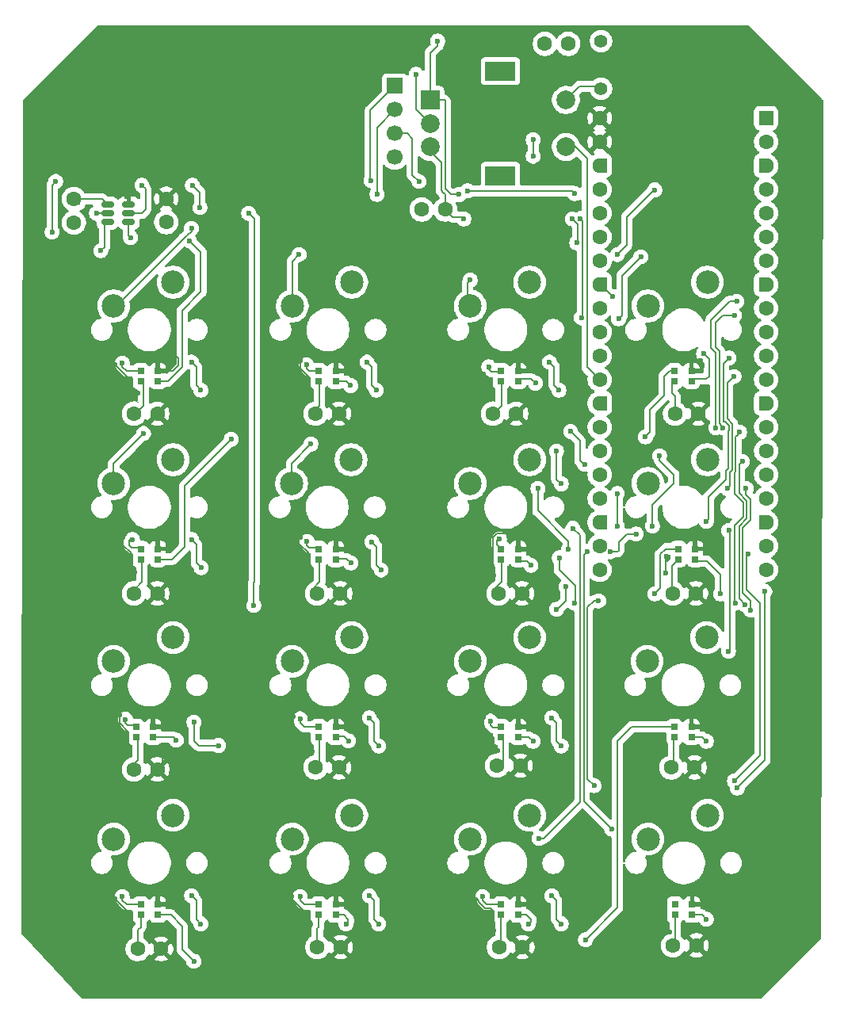
<source format=gbr>
%TF.GenerationSoftware,KiCad,Pcbnew,9.0.2*%
%TF.CreationDate,2025-06-11T10:15:39-07:00*%
%TF.ProjectId,west_workshop_2025,77657374-5f77-46f7-926b-73686f705f32,888*%
%TF.SameCoordinates,Original*%
%TF.FileFunction,Copper,L1,Top*%
%TF.FilePolarity,Positive*%
%FSLAX46Y46*%
G04 Gerber Fmt 4.6, Leading zero omitted, Abs format (unit mm)*
G04 Created by KiCad (PCBNEW 9.0.2) date 2025-06-11 10:15:39*
%MOMM*%
%LPD*%
G01*
G04 APERTURE LIST*
G04 Aperture macros list*
%AMRoundRect*
0 Rectangle with rounded corners*
0 $1 Rounding radius*
0 $2 $3 $4 $5 $6 $7 $8 $9 X,Y pos of 4 corners*
0 Add a 4 corners polygon primitive as box body*
4,1,4,$2,$3,$4,$5,$6,$7,$8,$9,$2,$3,0*
0 Add four circle primitives for the rounded corners*
1,1,$1+$1,$2,$3*
1,1,$1+$1,$4,$5*
1,1,$1+$1,$6,$7*
1,1,$1+$1,$8,$9*
0 Add four rect primitives between the rounded corners*
20,1,$1+$1,$2,$3,$4,$5,0*
20,1,$1+$1,$4,$5,$6,$7,0*
20,1,$1+$1,$6,$7,$8,$9,0*
20,1,$1+$1,$8,$9,$2,$3,0*%
%AMFreePoly0*
4,1,37,0.603843,0.796157,0.639018,0.796157,0.711114,0.766294,0.766294,0.711114,0.796157,0.639018,0.796157,0.603843,0.800000,0.600000,0.800000,-0.600000,0.796157,-0.603843,0.796157,-0.639018,0.766294,-0.711114,0.711114,-0.766294,0.639018,-0.796157,0.603843,-0.796157,0.600000,-0.800000,0.000000,-0.800000,0.000000,-0.796148,-0.078414,-0.796148,-0.232228,-0.765552,-0.377117,-0.705537,
-0.507515,-0.618408,-0.618408,-0.507515,-0.705537,-0.377117,-0.765552,-0.232228,-0.796148,-0.078414,-0.796148,0.078414,-0.765552,0.232228,-0.705537,0.377117,-0.618408,0.507515,-0.507515,0.618408,-0.377117,0.705537,-0.232228,0.765552,-0.078414,0.796148,0.000000,0.796148,0.000000,0.800000,0.600000,0.800000,0.603843,0.796157,0.603843,0.796157,$1*%
%AMFreePoly1*
4,1,37,0.000000,0.796148,0.078414,0.796148,0.232228,0.765552,0.377117,0.705537,0.507515,0.618408,0.618408,0.507515,0.705537,0.377117,0.765552,0.232228,0.796148,0.078414,0.796148,-0.078414,0.765552,-0.232228,0.705537,-0.377117,0.618408,-0.507515,0.507515,-0.618408,0.377117,-0.705537,0.232228,-0.765552,0.078414,-0.796148,0.000000,-0.796148,0.000000,-0.800000,-0.600000,-0.800000,
-0.603843,-0.796157,-0.639018,-0.796157,-0.711114,-0.766294,-0.766294,-0.711114,-0.796157,-0.639018,-0.796157,-0.603843,-0.800000,-0.600000,-0.800000,0.600000,-0.796157,0.603843,-0.796157,0.639018,-0.766294,0.711114,-0.711114,0.766294,-0.639018,0.796157,-0.603843,0.796157,-0.600000,0.800000,0.000000,0.800000,0.000000,0.796148,0.000000,0.796148,$1*%
G04 Aperture macros list end*
%TA.AperFunction,ComponentPad*%
%ADD10C,1.600000*%
%TD*%
%TA.AperFunction,ComponentPad*%
%ADD11C,2.500000*%
%TD*%
%TA.AperFunction,SMDPad,CuDef*%
%ADD12R,0.700000X0.700000*%
%TD*%
%TA.AperFunction,SMDPad,CuDef*%
%ADD13RoundRect,0.150000X-0.512500X-0.150000X0.512500X-0.150000X0.512500X0.150000X-0.512500X0.150000X0*%
%TD*%
%TA.AperFunction,ComponentPad*%
%ADD14R,1.700000X1.700000*%
%TD*%
%TA.AperFunction,ComponentPad*%
%ADD15C,1.700000*%
%TD*%
%TA.AperFunction,ComponentPad*%
%ADD16C,1.400000*%
%TD*%
%TA.AperFunction,ComponentPad*%
%ADD17R,2.000000X2.000000*%
%TD*%
%TA.AperFunction,ComponentPad*%
%ADD18C,2.000000*%
%TD*%
%TA.AperFunction,ComponentPad*%
%ADD19R,3.200000X2.000000*%
%TD*%
%TA.AperFunction,ComponentPad*%
%ADD20RoundRect,0.200000X0.600000X0.600000X-0.600000X0.600000X-0.600000X-0.600000X0.600000X-0.600000X0*%
%TD*%
%TA.AperFunction,ComponentPad*%
%ADD21FreePoly0,180.000000*%
%TD*%
%TA.AperFunction,ComponentPad*%
%ADD22FreePoly1,180.000000*%
%TD*%
%TA.AperFunction,ViaPad*%
%ADD23C,0.600000*%
%TD*%
%TA.AperFunction,Conductor*%
%ADD24C,0.200000*%
%TD*%
G04 APERTURE END LIST*
D10*
%TO.P,C4,1*%
%TO.N,+5V*%
X85360000Y-80899921D03*
%TO.P,C4,2*%
%TO.N,GND*%
X85360000Y-83399921D03*
%TD*%
D11*
%TO.P,SW2,1,1*%
%TO.N,Net-(A1-GPIO2)*%
X79750000Y-92349921D03*
%TO.P,SW2,2,2*%
%TO.N,GND*%
X86100000Y-89809921D03*
%TD*%
D10*
%TO.P,C3,1*%
%TO.N,+3V3*%
X75497500Y-80929921D03*
%TO.P,C3,2*%
%TO.N,GND*%
X75497500Y-83429921D03*
%TD*%
D11*
%TO.P,SW9,1,1*%
%TO.N,Net-(A1-GPIO15)*%
X98830000Y-149309921D03*
%TO.P,SW9,2,2*%
%TO.N,GND*%
X105180000Y-146769921D03*
%TD*%
D12*
%TO.P,D4,1,DOUT*%
%TO.N,Net-(D4-DOUT)*%
X82645000Y-156299921D03*
%TO.P,D4,2,VSS*%
%TO.N,GND*%
X82645000Y-157399921D03*
%TO.P,D4,3,DIN*%
%TO.N,Net-(D15-DOUT)*%
X84475000Y-157399921D03*
%TO.P,D4,4,VDD*%
%TO.N,+5V*%
X84475000Y-156299921D03*
%TD*%
%TO.P,D10,1,DOUT*%
%TO.N,Net-(D10-DOUT)*%
X121145000Y-118299921D03*
%TO.P,D10,2,VSS*%
%TO.N,GND*%
X121145000Y-119399921D03*
%TO.P,D10,3,DIN*%
%TO.N,Net-(D10-DIN)*%
X122975000Y-119399921D03*
%TO.P,D10,4,VDD*%
%TO.N,+5V*%
X122975000Y-118299921D03*
%TD*%
D11*
%TO.P,SW13,1,1*%
%TO.N,Net-(A1-GPIO18)*%
X117830000Y-149309921D03*
%TO.P,SW13,2,2*%
%TO.N,GND*%
X124180000Y-146769921D03*
%TD*%
%TO.P,SW15,1,1*%
%TO.N,Net-(A1-GPIO9)*%
X136830000Y-111309921D03*
%TO.P,SW15,2,2*%
%TO.N,GND*%
X143180000Y-108769921D03*
%TD*%
%TO.P,SW8,1,1*%
%TO.N,Net-(A1-GPIO11)*%
X98830000Y-130309921D03*
%TO.P,SW8,2,2*%
%TO.N,GND*%
X105180000Y-127769921D03*
%TD*%
D12*
%TO.P,D13,1,DOUT*%
%TO.N,Net-(D13-DOUT)*%
X139645000Y-99299921D03*
%TO.P,D13,2,VSS*%
%TO.N,GND*%
X139645000Y-100399921D03*
%TO.P,D13,3,DIN*%
%TO.N,Net-(D13-DIN)*%
X141475000Y-100399921D03*
%TO.P,D13,4,VDD*%
%TO.N,+5V*%
X141475000Y-99299921D03*
%TD*%
%TO.P,D11,1,DOUT*%
%TO.N,Net-(D11-DOUT)*%
X121145000Y-137299921D03*
%TO.P,D11,2,VSS*%
%TO.N,GND*%
X121145000Y-138399921D03*
%TO.P,D11,3,DIN*%
%TO.N,Net-(D11-DIN)*%
X122975000Y-138399921D03*
%TO.P,D11,4,VDD*%
%TO.N,+5V*%
X122975000Y-137299921D03*
%TD*%
D11*
%TO.P,SW3,1,1*%
%TO.N,Net-(A1-GPIO6)*%
X79750000Y-111309921D03*
%TO.P,SW3,2,2*%
%TO.N,GND*%
X86100000Y-108769921D03*
%TD*%
%TO.P,SW17,1,1*%
%TO.N,Net-(A1-GPIO17)*%
X136830000Y-149309921D03*
%TO.P,SW17,2,2*%
%TO.N,GND*%
X143180000Y-146769921D03*
%TD*%
D12*
%TO.P,D8,1,DOUT*%
%TO.N,Net-(D12-DIN)*%
X101645000Y-156299921D03*
%TO.P,D8,2,VSS*%
%TO.N,GND*%
X101645000Y-157399921D03*
%TO.P,D8,3,DIN*%
%TO.N,Net-(D4-DOUT)*%
X103475000Y-157399921D03*
%TO.P,D8,4,VDD*%
%TO.N,+5V*%
X103475000Y-156299921D03*
%TD*%
D11*
%TO.P,SW11,1,1*%
%TO.N,Net-(A1-GPIO8)*%
X117830000Y-111309921D03*
%TO.P,SW11,2,2*%
%TO.N,GND*%
X124180000Y-108769921D03*
%TD*%
%TO.P,SW16,1,1*%
%TO.N,Net-(A1-GPIO13)*%
X136750000Y-130309921D03*
%TO.P,SW16,2,2*%
%TO.N,GND*%
X143100000Y-127769921D03*
%TD*%
%TO.P,SW10,1,1*%
%TO.N,Net-(A1-GPIO4)*%
X117830000Y-92349921D03*
%TO.P,SW10,2,2*%
%TO.N,GND*%
X124180000Y-89809921D03*
%TD*%
D12*
%TO.P,D6,1,DOUT*%
%TO.N,Net-(D10-DIN)*%
X101645000Y-118299921D03*
%TO.P,D6,2,VSS*%
%TO.N,GND*%
X101645000Y-119399921D03*
%TO.P,D6,3,DIN*%
%TO.N,Net-(D2-DOUT)*%
X103475000Y-119399921D03*
%TO.P,D6,4,VDD*%
%TO.N,+5V*%
X103475000Y-118299921D03*
%TD*%
D11*
%TO.P,SW4,1,1*%
%TO.N,Net-(A1-GPIO10)*%
X79750000Y-130309921D03*
%TO.P,SW4,2,2*%
%TO.N,GND*%
X86100000Y-127769921D03*
%TD*%
%TO.P,SW7,1,1*%
%TO.N,Net-(A1-GPIO7)*%
X98750000Y-111309921D03*
%TO.P,SW7,2,2*%
%TO.N,GND*%
X105100000Y-108769921D03*
%TD*%
D12*
%TO.P,D14,1,DOUT*%
%TO.N,Net-(D14-DOUT)*%
X140060000Y-118299921D03*
%TO.P,D14,2,VSS*%
%TO.N,GND*%
X140060000Y-119399921D03*
%TO.P,D14,3,DIN*%
%TO.N,Net-(D10-DOUT)*%
X141890000Y-119399921D03*
%TO.P,D14,4,VDD*%
%TO.N,+5V*%
X141890000Y-118299921D03*
%TD*%
%TO.P,D1,1,DOUT*%
%TO.N,Net-(D1-DOUT)*%
X82645000Y-99299921D03*
%TO.P,D1,2,VSS*%
%TO.N,GND*%
X82645000Y-100399921D03*
%TO.P,D1,3,DIN*%
%TO.N,Net-(D1-DIN)*%
X84475000Y-100399921D03*
%TO.P,D1,4,VDD*%
%TO.N,+5V*%
X84475000Y-99299921D03*
%TD*%
%TO.P,D7,1,DOUT*%
%TO.N,Net-(D11-DIN)*%
X101645000Y-137299921D03*
%TO.P,D7,2,VSS*%
%TO.N,GND*%
X101645000Y-138399921D03*
%TO.P,D7,3,DIN*%
%TO.N,Net-(D3-DOUT)*%
X103475000Y-138399921D03*
%TO.P,D7,4,VDD*%
%TO.N,+5V*%
X103475000Y-137299921D03*
%TD*%
D11*
%TO.P,SW14,1,1*%
%TO.N,Net-(A1-GPIO5)*%
X136830000Y-92349921D03*
%TO.P,SW14,2,2*%
%TO.N,GND*%
X143180000Y-89809921D03*
%TD*%
D12*
%TO.P,D5,1,DOUT*%
%TO.N,Net-(D5-DOUT)*%
X101645000Y-99299921D03*
%TO.P,D5,2,VSS*%
%TO.N,GND*%
X101645000Y-100399921D03*
%TO.P,D5,3,DIN*%
%TO.N,Net-(D1-DOUT)*%
X103475000Y-100399921D03*
%TO.P,D5,4,VDD*%
%TO.N,+5V*%
X103475000Y-99299921D03*
%TD*%
%TO.P,D12,1,DOUT*%
%TO.N,Net-(D12-DOUT)*%
X121145000Y-156299921D03*
%TO.P,D12,2,VSS*%
%TO.N,GND*%
X121145000Y-157399921D03*
%TO.P,D12,3,DIN*%
%TO.N,Net-(D12-DIN)*%
X122975000Y-157399921D03*
%TO.P,D12,4,VDD*%
%TO.N,+5V*%
X122975000Y-156299921D03*
%TD*%
D13*
%TO.P,U1,1,VCCA*%
%TO.N,+3V3*%
X79085000Y-81499921D03*
%TO.P,U1,2,GND*%
%TO.N,GND*%
X79085000Y-82449921D03*
%TO.P,U1,3,A*%
%TO.N,Net-(A1-GPIO16)*%
X79085000Y-83399921D03*
%TO.P,U1,4,B*%
%TO.N,Net-(D1-DIN)*%
X81360000Y-83399921D03*
%TO.P,U1,5,DIR*%
%TO.N,+3V3*%
X81360000Y-82449921D03*
%TO.P,U1,6,VCCB*%
%TO.N,+5V*%
X81360000Y-81499921D03*
%TD*%
D10*
%TO.P,C1,1*%
%TO.N,Net-(A1-GPIO26_ADC0)*%
X125810000Y-64349921D03*
%TO.P,C1,2*%
%TO.N,GND*%
X128310000Y-64349921D03*
%TD*%
D12*
%TO.P,D2,1,DOUT*%
%TO.N,Net-(D2-DOUT)*%
X82645000Y-118299921D03*
%TO.P,D2,2,VSS*%
%TO.N,GND*%
X82645000Y-119399921D03*
%TO.P,D2,3,DIN*%
%TO.N,Net-(D13-DOUT)*%
X84475000Y-119399921D03*
%TO.P,D2,4,VDD*%
%TO.N,+5V*%
X84475000Y-118299921D03*
%TD*%
%TO.P,D16,1,DOUT*%
%TO.N,led_out*%
X139725000Y-156299921D03*
%TO.P,D16,2,VSS*%
%TO.N,GND*%
X139725000Y-157399921D03*
%TO.P,D16,3,DIN*%
%TO.N,Net-(D12-DOUT)*%
X141555000Y-157399921D03*
%TO.P,D16,4,VDD*%
%TO.N,+5V*%
X141555000Y-156299921D03*
%TD*%
D11*
%TO.P,SW6,1,1*%
%TO.N,Net-(A1-GPIO3)*%
X98830000Y-92349921D03*
%TO.P,SW6,2,2*%
%TO.N,GND*%
X105180000Y-89809921D03*
%TD*%
D12*
%TO.P,D3,1,DOUT*%
%TO.N,Net-(D3-DOUT)*%
X82145000Y-137299921D03*
%TO.P,D3,2,VSS*%
%TO.N,GND*%
X82145000Y-138399921D03*
%TO.P,D3,3,DIN*%
%TO.N,Net-(D14-DOUT)*%
X83975000Y-138399921D03*
%TO.P,D3,4,VDD*%
%TO.N,+5V*%
X83975000Y-137299921D03*
%TD*%
D11*
%TO.P,SW12,1,1*%
%TO.N,Net-(A1-GPIO12)*%
X117830000Y-130309921D03*
%TO.P,SW12,2,2*%
%TO.N,GND*%
X124180000Y-127769921D03*
%TD*%
%TO.P,SW5,1,1*%
%TO.N,Net-(A1-GPIO14)*%
X79750000Y-149309921D03*
%TO.P,SW5,2,2*%
%TO.N,GND*%
X86100000Y-146769921D03*
%TD*%
D14*
%TO.P,J1,1,Pin_1*%
%TO.N,GND*%
X109785000Y-68849921D03*
D15*
%TO.P,J1,2,Pin_2*%
%TO.N,+3V3*%
X109785000Y-71389921D03*
%TO.P,J1,3,Pin_3*%
%TO.N,Net-(A1-GPIO1)*%
X109785000Y-73929921D03*
%TO.P,J1,4,Pin_4*%
%TO.N,Net-(A1-GPIO0)*%
X109785000Y-76469921D03*
%TD*%
D12*
%TO.P,D9,1,DOUT*%
%TO.N,Net-(D13-DIN)*%
X121145000Y-99299921D03*
%TO.P,D9,2,VSS*%
%TO.N,GND*%
X121145000Y-100399921D03*
%TO.P,D9,3,DIN*%
%TO.N,Net-(D5-DOUT)*%
X122975000Y-100399921D03*
%TO.P,D9,4,VDD*%
%TO.N,+5V*%
X122975000Y-99299921D03*
%TD*%
D16*
%TO.P,R1,1*%
%TO.N,Net-(R1-Pad1)*%
X131810000Y-64049921D03*
%TO.P,R1,2*%
%TO.N,Net-(R1-Pad2)*%
X131810000Y-69129921D03*
%TD*%
D17*
%TO.P,SW1,A,A*%
%TO.N,Net-(A1-GPIO26_ADC0)*%
X113560000Y-70349921D03*
D18*
%TO.P,SW1,B,B*%
%TO.N,Net-(A1-GPIO28_ADC2)*%
X113560000Y-75349921D03*
%TO.P,SW1,C,C*%
%TO.N,Net-(R1-Pad1)*%
X113560000Y-72849921D03*
D19*
%TO.P,SW1,MP*%
%TO.N,N/C*%
X121060000Y-67249921D03*
X121060000Y-78449921D03*
D18*
%TO.P,SW1,S1,S1*%
%TO.N,Net-(A1-GPIO22)*%
X128060000Y-75349921D03*
%TO.P,SW1,S2,S2*%
%TO.N,Net-(R1-Pad2)*%
X128060000Y-70349921D03*
%TD*%
D10*
%TO.P,C2,1*%
%TO.N,Net-(A1-GPIO28_ADC2)*%
X115160000Y-82049921D03*
%TO.P,C2,2*%
%TO.N,GND*%
X112660000Y-82049921D03*
%TD*%
D12*
%TO.P,D15,1,DOUT*%
%TO.N,Net-(D15-DOUT)*%
X139645000Y-137299921D03*
%TO.P,D15,2,VSS*%
%TO.N,GND*%
X139645000Y-138399921D03*
%TO.P,D15,3,DIN*%
%TO.N,Net-(D11-DOUT)*%
X141475000Y-138399921D03*
%TO.P,D15,4,VDD*%
%TO.N,+5V*%
X141475000Y-137299921D03*
%TD*%
D10*
%TO.P,C10,1*%
%TO.N,+5V*%
X103960000Y-123049921D03*
%TO.P,C10,2*%
%TO.N,GND*%
X101460000Y-123049921D03*
%TD*%
%TO.P,C17,1*%
%TO.N,+5V*%
X84810000Y-161049921D03*
%TO.P,C17,2*%
%TO.N,GND*%
X82310000Y-161049921D03*
%TD*%
%TO.P,C12,1*%
%TO.N,+5V*%
X141960000Y-123049921D03*
%TO.P,C12,2*%
%TO.N,GND*%
X139460000Y-123049921D03*
%TD*%
%TO.P,C19,1*%
%TO.N,+5V*%
X123410000Y-160849921D03*
%TO.P,C19,2*%
%TO.N,GND*%
X120910000Y-160849921D03*
%TD*%
%TO.P,C6,1*%
%TO.N,+5V*%
X103810000Y-103849921D03*
%TO.P,C6,2*%
%TO.N,GND*%
X101310000Y-103849921D03*
%TD*%
%TO.P,C5,1*%
%TO.N,+5V*%
X84410000Y-103849921D03*
%TO.P,C5,2*%
%TO.N,GND*%
X81910000Y-103849921D03*
%TD*%
%TO.P,C8,1*%
%TO.N,+5V*%
X142210000Y-103849921D03*
%TO.P,C8,2*%
%TO.N,GND*%
X139710000Y-103849921D03*
%TD*%
%TO.P,C15,1*%
%TO.N,+5V*%
X123210000Y-141449921D03*
%TO.P,C15,2*%
%TO.N,GND*%
X120710000Y-141449921D03*
%TD*%
%TO.P,C16,1*%
%TO.N,+5V*%
X141810000Y-141649921D03*
%TO.P,C16,2*%
%TO.N,GND*%
X139310000Y-141649921D03*
%TD*%
%TO.P,C18,1*%
%TO.N,+5V*%
X104010000Y-160849921D03*
%TO.P,C18,2*%
%TO.N,GND*%
X101510000Y-160849921D03*
%TD*%
%TO.P,C7,1*%
%TO.N,+5V*%
X122760000Y-103849921D03*
%TO.P,C7,2*%
%TO.N,GND*%
X120260000Y-103849921D03*
%TD*%
D20*
%TO.P,A1,1,GPIO0*%
%TO.N,Net-(A1-GPIO0)*%
X149450000Y-72269921D03*
D10*
%TO.P,A1,2,GPIO1*%
%TO.N,Net-(A1-GPIO1)*%
X149450000Y-74809921D03*
D21*
%TO.P,A1,3,GND*%
%TO.N,GND*%
X149450000Y-77349921D03*
D10*
%TO.P,A1,4,GPIO2*%
%TO.N,Net-(A1-GPIO2)*%
X149450000Y-79889921D03*
%TO.P,A1,5,GPIO3*%
%TO.N,Net-(A1-GPIO3)*%
X149450000Y-82429921D03*
%TO.P,A1,6,GPIO4*%
%TO.N,Net-(A1-GPIO4)*%
X149450000Y-84969921D03*
%TO.P,A1,7,GPIO5*%
%TO.N,Net-(A1-GPIO5)*%
X149450000Y-87509921D03*
D21*
%TO.P,A1,8,GND*%
%TO.N,GND*%
X149450000Y-90049921D03*
D10*
%TO.P,A1,9,GPIO6*%
%TO.N,Net-(A1-GPIO6)*%
X149450000Y-92589921D03*
%TO.P,A1,10,GPIO7*%
%TO.N,Net-(A1-GPIO7)*%
X149450000Y-95129921D03*
%TO.P,A1,11,GPIO8*%
%TO.N,Net-(A1-GPIO8)*%
X149450000Y-97669921D03*
%TO.P,A1,12,GPIO9*%
%TO.N,Net-(A1-GPIO9)*%
X149450000Y-100209921D03*
D21*
%TO.P,A1,13,GND*%
%TO.N,GND*%
X149450000Y-102749921D03*
D10*
%TO.P,A1,14,GPIO10*%
%TO.N,Net-(A1-GPIO10)*%
X149450000Y-105289921D03*
%TO.P,A1,15,GPIO11*%
%TO.N,Net-(A1-GPIO11)*%
X149450000Y-107829921D03*
%TO.P,A1,16,GPIO12*%
%TO.N,Net-(A1-GPIO12)*%
X149450000Y-110369921D03*
%TO.P,A1,17,GPIO13*%
%TO.N,Net-(A1-GPIO13)*%
X149450000Y-112909921D03*
D21*
%TO.P,A1,18,GND*%
%TO.N,GND*%
X149450000Y-115449921D03*
D10*
%TO.P,A1,19,GPIO14*%
%TO.N,Net-(A1-GPIO14)*%
X149450000Y-117989921D03*
%TO.P,A1,20,GPIO15*%
%TO.N,Net-(A1-GPIO15)*%
X149450000Y-120529921D03*
%TO.P,A1,21,GPIO16*%
%TO.N,Net-(A1-GPIO16)*%
X131670000Y-120529921D03*
%TO.P,A1,22,GPIO17*%
%TO.N,Net-(A1-GPIO17)*%
X131670000Y-117989921D03*
D22*
%TO.P,A1,23,GND*%
%TO.N,GND*%
X131670000Y-115449921D03*
D10*
%TO.P,A1,24,GPIO18*%
%TO.N,Net-(A1-GPIO18)*%
X131670000Y-112909921D03*
%TO.P,A1,25,GPIO19*%
%TO.N,unconnected-(A1-GPIO19-Pad25)*%
X131670000Y-110369921D03*
%TO.P,A1,26,GPIO20*%
%TO.N,unconnected-(A1-GPIO20-Pad26)*%
X131670000Y-107829921D03*
%TO.P,A1,27,GPIO21*%
%TO.N,unconnected-(A1-GPIO21-Pad27)*%
X131670000Y-105289921D03*
D22*
%TO.P,A1,28,GND*%
%TO.N,GND*%
X131670000Y-102749921D03*
D10*
%TO.P,A1,29,GPIO22*%
%TO.N,Net-(A1-GPIO22)*%
X131670000Y-100209921D03*
%TO.P,A1,30,RUN*%
%TO.N,unconnected-(A1-RUN-Pad30)*%
X131670000Y-97669921D03*
%TO.P,A1,31,GPIO26_ADC0*%
%TO.N,Net-(A1-GPIO26_ADC0)*%
X131670000Y-95129921D03*
%TO.P,A1,32,GPIO27_ADC1*%
%TO.N,unconnected-(A1-GPIO27_ADC1-Pad32)*%
X131670000Y-92589921D03*
D22*
%TO.P,A1,33,AGND*%
%TO.N,GND*%
X131670000Y-90049921D03*
D10*
%TO.P,A1,34,GPIO28_ADC2*%
%TO.N,Net-(A1-GPIO28_ADC2)*%
X131670000Y-87509921D03*
%TO.P,A1,35,ADC_VREF*%
%TO.N,unconnected-(A1-ADC_VREF-Pad35)*%
X131670000Y-84969921D03*
%TO.P,A1,36,3V3*%
%TO.N,+3V3*%
X131670000Y-82429921D03*
%TO.P,A1,37,3V3_EN*%
%TO.N,unconnected-(A1-3V3_EN-Pad37)*%
X131670000Y-79889921D03*
D22*
%TO.P,A1,38,GND*%
%TO.N,GND*%
X131670000Y-77349921D03*
D10*
%TO.P,A1,39,VSYS*%
%TO.N,+5V*%
X131670000Y-74809921D03*
%TO.P,A1,40,VBUS*%
X131670000Y-72269921D03*
%TD*%
%TO.P,C14,1*%
%TO.N,+5V*%
X103810000Y-141649921D03*
%TO.P,C14,2*%
%TO.N,GND*%
X101310000Y-141649921D03*
%TD*%
%TO.P,C20,1*%
%TO.N,+5V*%
X142010000Y-160649921D03*
%TO.P,C20,2*%
%TO.N,GND*%
X139510000Y-160649921D03*
%TD*%
%TO.P,C13,1*%
%TO.N,+5V*%
X84410000Y-141849921D03*
%TO.P,C13,2*%
%TO.N,GND*%
X81910000Y-141849921D03*
%TD*%
%TO.P,C11,1*%
%TO.N,+5V*%
X123360000Y-123049921D03*
%TO.P,C11,2*%
%TO.N,GND*%
X120860000Y-123049921D03*
%TD*%
%TO.P,C9,1*%
%TO.N,+5V*%
X84410000Y-123049921D03*
%TO.P,C9,2*%
%TO.N,GND*%
X81910000Y-123049921D03*
%TD*%
D23*
%TO.N,+5V*%
X105060000Y-140149921D03*
X86393750Y-116616171D03*
X98901051Y-136196938D03*
X124360000Y-135699921D03*
X124560000Y-97649921D03*
X124360000Y-154699921D03*
X99694357Y-98206159D03*
X81160000Y-80649921D03*
X103960000Y-97749921D03*
X105260000Y-154749921D03*
X118420894Y-155756070D03*
X84760000Y-140049921D03*
X86560000Y-154749921D03*
X138710000Y-140249921D03*
X104760000Y-135649921D03*
X138760000Y-120849921D03*
X119209001Y-99649921D03*
X138810000Y-119099921D03*
X138360000Y-138249921D03*
X142444864Y-98185239D03*
X105310000Y-116949921D03*
X136810000Y-98649921D03*
X79901051Y-155702904D03*
X100560000Y-102049921D03*
X99714078Y-117110485D03*
X79883883Y-98643950D03*
X98760000Y-155449921D03*
X100610001Y-120905068D03*
X119960000Y-102249921D03*
X80344358Y-136061306D03*
X142384265Y-116874186D03*
X120760000Y-139849921D03*
X138360000Y-155849921D03*
X81360000Y-139905068D03*
X81990037Y-120819884D03*
X143160000Y-136649921D03*
X139125000Y-159249921D03*
X81260000Y-159149921D03*
X80744358Y-117061306D03*
X100360000Y-158949921D03*
X136810000Y-101049921D03*
X85560000Y-97749921D03*
X100960000Y-139899921D03*
X142960000Y-155849921D03*
X82309999Y-101649921D03*
X120360000Y-121149921D03*
X86426500Y-135905068D03*
X119209500Y-136299421D03*
X120360000Y-159049921D03*
%TO.N,Net-(A1-GPIO6)*%
X130060000Y-109268921D03*
X82935000Y-105974921D03*
X128560000Y-105749921D03*
X144060000Y-105349921D03*
X146310000Y-91849921D03*
%TO.N,GND*%
X107260000Y-78949921D03*
X133060000Y-91349921D03*
X77910000Y-82449921D03*
%TO.N,Net-(A1-GPIO13)*%
X145460000Y-116349921D03*
X145435000Y-129224921D03*
%TO.N,Net-(A1-GPIO26_ADC0)*%
X116660000Y-80449921D03*
X129584266Y-83025658D03*
X114360000Y-64049921D03*
X129710000Y-93599921D03*
%TO.N,Net-(A1-GPIO28_ADC2)*%
X128760000Y-83049921D03*
X117160000Y-83049921D03*
X129210000Y-85599921D03*
%TO.N,Net-(A1-GPIO3)*%
X137560000Y-79949921D03*
X133560000Y-86849921D03*
X99560000Y-86849921D03*
%TO.N,Net-(A1-GPIO10)*%
X146628100Y-105839131D03*
X146160000Y-124099921D03*
%TO.N,Net-(A1-GPIO14)*%
X147561000Y-118849921D03*
X146060000Y-143099921D03*
%TO.N,Net-(A1-GPIO16)*%
X128060000Y-122349921D03*
X94714587Y-124349921D03*
X73160000Y-84449921D03*
X78360000Y-86449921D03*
X94160000Y-82449921D03*
X127060000Y-124749921D03*
X73560000Y-79049921D03*
%TO.N,Net-(A1-GPIO4)*%
X117830000Y-89579921D03*
X136060000Y-87099921D03*
X133685000Y-93724921D03*
%TO.N,Net-(A1-GPIO7)*%
X144860003Y-105349921D03*
X127560000Y-111349921D03*
X100810000Y-107099921D03*
X146060000Y-93349921D03*
X137310000Y-115849921D03*
X127060000Y-107849921D03*
X133560000Y-112388892D03*
X133560000Y-115849921D03*
X138060000Y-108349921D03*
%TO.N,Net-(A1-GPIO0)*%
X124560000Y-76349921D03*
X124560000Y-74599921D03*
%TO.N,Net-(A1-GPIO17)*%
X132935000Y-148224921D03*
X130310000Y-118599921D03*
%TO.N,Net-(A1-GPIO18)*%
X128810000Y-116099921D03*
X125185000Y-149224921D03*
%TO.N,Net-(A1-GPIO2)*%
X88050000Y-84049921D03*
%TO.N,Net-(A1-GPIO11)*%
X147185000Y-124224921D03*
X146935000Y-108974921D03*
%TO.N,Net-(A1-GPIO9)*%
X145310000Y-111849921D03*
X146028100Y-99881821D03*
%TO.N,Net-(A1-GPIO15)*%
X149310000Y-122849921D03*
X146359971Y-143849921D03*
%TO.N,Net-(A1-GPIO1)*%
X129011000Y-80349921D03*
X112360000Y-79049921D03*
X117560000Y-80048921D03*
%TO.N,+3V3*%
X88960000Y-81849921D03*
X82760000Y-79449921D03*
X107885735Y-80424186D03*
X88160000Y-79449921D03*
%TO.N,Net-(A1-GPIO12)*%
X147310000Y-111849921D03*
X147810000Y-124849921D03*
%TO.N,Net-(A1-GPIO8)*%
X125060000Y-111849921D03*
X128310000Y-118349921D03*
X145492900Y-97917021D03*
X143060000Y-115349921D03*
X132816225Y-118603252D03*
X135560000Y-116699921D03*
%TO.N,Net-(D1-DOUT)*%
X88060000Y-98349921D03*
X80660000Y-98449921D03*
X89060000Y-101349921D03*
X105060000Y-100849921D03*
%TO.N,Net-(D1-DIN)*%
X87845687Y-85385608D03*
X81560000Y-85049921D03*
%TO.N,Net-(D2-DOUT)*%
X105077500Y-119799921D03*
X88077500Y-117299921D03*
X89077500Y-120299921D03*
X81760000Y-117299921D03*
%TO.N,Net-(D3-DOUT)*%
X90960000Y-139299921D03*
X88327500Y-136799921D03*
X81010001Y-136505068D03*
X104827500Y-138799921D03*
%TO.N,Net-(D4-DOUT)*%
X89060000Y-158349921D03*
X104560000Y-158349921D03*
X80660000Y-155449921D03*
X88060000Y-155349921D03*
%TO.N,Net-(D5-DOUT)*%
X124810000Y-100599921D03*
X100360000Y-98649921D03*
X107810000Y-101349921D03*
X106810000Y-98349921D03*
%TO.N,Net-(D10-DIN)*%
X124327500Y-120049921D03*
X108327500Y-120549921D03*
X107327500Y-117549921D03*
X100410001Y-117505068D03*
%TO.N,Net-(D11-DIN)*%
X124560000Y-138849921D03*
X107060000Y-136349921D03*
X108060000Y-139349921D03*
X99660000Y-136449921D03*
%TO.N,Net-(D12-DIN)*%
X108060000Y-158349921D03*
X99660000Y-155449921D03*
X124060000Y-158349921D03*
X107060000Y-155349921D03*
%TO.N,Net-(D13-DIN)*%
X127310000Y-101349921D03*
X126310000Y-98349921D03*
X119810001Y-98849921D03*
X142760000Y-97449921D03*
%TO.N,Net-(D10-DOUT)*%
X120960000Y-117249921D03*
X128960000Y-124099921D03*
X127360000Y-119249921D03*
X144560000Y-123099921D03*
%TO.N,Net-(D11-DOUT)*%
X143060000Y-138849921D03*
X120010001Y-136705068D03*
X127560000Y-139349921D03*
X126560000Y-136349921D03*
%TO.N,Net-(D12-DOUT)*%
X119160000Y-155449921D03*
X126560000Y-155349921D03*
X143060000Y-157849921D03*
X127560000Y-158349921D03*
%TO.N,Net-(D13-DOUT)*%
X92310000Y-106599921D03*
X136560000Y-106349921D03*
%TO.N,Net-(D14-DOUT)*%
X131060000Y-143599921D03*
X86435000Y-138724921D03*
X137560000Y-123099921D03*
X131560000Y-123849921D03*
%TO.N,Net-(D15-DOUT)*%
X130160000Y-160049921D03*
X88310000Y-162349921D03*
%TO.N,Net-(R1-Pad1)*%
X112060000Y-67599921D03*
%TD*%
D24*
%TO.N,Net-(A1-GPIO1)*%
X111660000Y-78349921D02*
X111660000Y-74449921D01*
X112360000Y-79049921D02*
X111660000Y-78349921D01*
X111140000Y-73929921D02*
X109785000Y-73929921D01*
X111660000Y-74449921D02*
X111140000Y-73929921D01*
%TO.N,+3V3*%
X107885735Y-80424186D02*
X107885735Y-73289186D01*
X107885735Y-73289186D02*
X109785000Y-71389921D01*
%TO.N,GND*%
X107260000Y-78949921D02*
X107160000Y-78849921D01*
X107160000Y-78849921D02*
X107160000Y-71474921D01*
X107160000Y-71474921D02*
X109785000Y-68849921D01*
%TO.N,+5V*%
X119209500Y-136299421D02*
X119209500Y-137299421D01*
X124760000Y-135849921D02*
X124760000Y-137082821D01*
X98901051Y-139040972D02*
X98901051Y-136196938D01*
X120294000Y-119983921D02*
X120294000Y-117065978D01*
X118759000Y-155898864D02*
X118559000Y-155698864D01*
X142560000Y-156266171D02*
X141691250Y-156266171D01*
X105042900Y-156299921D02*
X103475000Y-156299921D01*
X86042900Y-99299921D02*
X84475000Y-99299921D01*
X118478100Y-155698864D02*
X118420894Y-155756070D01*
X86426500Y-135905068D02*
X86426500Y-136633821D01*
X103960000Y-97749921D02*
X104060000Y-97649921D01*
X104060000Y-97649921D02*
X104610000Y-97649921D01*
X86676500Y-116898921D02*
X86676500Y-117633821D01*
X82309999Y-102599920D02*
X82310000Y-102599921D01*
X104960000Y-99132821D02*
X104792900Y-99299921D01*
X124909000Y-97948921D02*
X124909000Y-98683821D01*
X143360000Y-118299921D02*
X141890000Y-118299921D01*
X100360000Y-158949921D02*
X100360000Y-157249921D01*
X125159000Y-154948921D02*
X125159000Y-155683821D01*
X124909000Y-98683821D02*
X124292900Y-99299921D01*
X100360000Y-157249921D02*
X98760000Y-155649921D01*
X86659000Y-154948921D02*
X86659000Y-155683821D01*
X100620073Y-118766140D02*
X100620073Y-119894996D01*
X136810000Y-98649921D02*
X136810000Y-101049921D01*
X138360000Y-138249921D02*
X138360000Y-139899921D01*
X120360000Y-139449921D02*
X120760000Y-139849921D01*
X105360000Y-135649921D02*
X105659000Y-135948921D01*
X139125000Y-159249921D02*
X138760000Y-158884921D01*
X142026050Y-118599921D02*
X142026050Y-118163871D01*
X119960000Y-102249921D02*
X119960000Y-101705068D01*
X84760000Y-140049921D02*
X84960000Y-140249921D01*
X138360000Y-139899921D02*
X138710000Y-140249921D01*
X86560000Y-154849921D02*
X86659000Y-154948921D01*
X119860000Y-101605068D02*
X119860000Y-100300920D01*
X120360000Y-157049921D02*
X120011000Y-156700921D01*
X142685395Y-98425770D02*
X142735735Y-98425770D01*
X124542900Y-156299921D02*
X122975000Y-156299921D01*
X124910000Y-154699921D02*
X125159000Y-154948921D01*
X84960000Y-140249921D02*
X84960000Y-141299921D01*
X119209500Y-137299421D02*
X120360000Y-138449921D01*
X86659000Y-155683821D02*
X86042900Y-156299921D01*
X81360000Y-80849921D02*
X81360000Y-81499921D01*
X100560000Y-101049921D02*
X100560000Y-102049921D01*
X104792900Y-99299921D02*
X103225000Y-99299921D01*
X143595542Y-118064379D02*
X143360000Y-118299921D01*
X81620073Y-118766140D02*
X80744358Y-117890425D01*
X98901051Y-136196938D02*
X99060000Y-136355887D01*
X120711057Y-116648921D02*
X123659000Y-116648921D01*
X120360000Y-138449921D02*
X120360000Y-139449921D01*
X100960000Y-139899921D02*
X99760000Y-139899921D01*
X86460000Y-97749921D02*
X86659000Y-97948921D01*
X142759943Y-98449978D02*
X142759943Y-98849978D01*
X105659000Y-135948921D02*
X105659000Y-136683821D01*
X124542900Y-137299921D02*
X122975000Y-137299921D01*
X86426500Y-136633821D02*
X85810400Y-137249921D01*
X124360000Y-135699921D02*
X124610000Y-135699921D01*
X105926500Y-117883821D02*
X105310400Y-118499921D01*
X86060400Y-118249921D02*
X84492500Y-118249921D01*
X81760000Y-158649921D02*
X81760000Y-157561853D01*
X104960000Y-97999921D02*
X104960000Y-99132821D01*
X105659000Y-155148921D02*
X105659000Y-155683821D01*
X105060000Y-140749921D02*
X104160000Y-141649921D01*
X86676500Y-117633821D02*
X86060400Y-118249921D01*
X86042900Y-156299921D02*
X84475000Y-156299921D01*
X99560000Y-117706067D02*
X100620073Y-118766140D01*
X118759000Y-156016021D02*
X118759000Y-155898864D01*
X124610000Y-97649921D02*
X124909000Y-97948921D01*
X99744358Y-117061306D02*
X99560000Y-117245664D01*
X100570072Y-101039849D02*
X100560000Y-101049921D01*
X142310000Y-99299921D02*
X141225000Y-99299921D01*
X142384265Y-116874186D02*
X143084265Y-116874186D01*
X105310000Y-116949921D02*
X105926500Y-117566421D01*
X119860000Y-100300920D02*
X119209001Y-99649921D01*
X100360000Y-99700921D02*
X100570072Y-99910993D01*
X142759943Y-98849978D02*
X142310000Y-99299921D01*
X99760000Y-139899921D02*
X98901051Y-139040972D01*
X120360000Y-121149921D02*
X120360000Y-120049921D01*
X143595542Y-117385463D02*
X143595542Y-118064379D01*
X81990037Y-120819884D02*
X81620073Y-120449920D01*
X86659000Y-98683821D02*
X86042900Y-99299921D01*
X142960000Y-155849921D02*
X142560000Y-156249921D01*
X105060000Y-140149921D02*
X105060000Y-140749921D01*
X100610001Y-119905068D02*
X100610001Y-120905068D01*
X86393750Y-116616171D02*
X86676500Y-116898921D01*
X98760000Y-155649921D02*
X98760000Y-155449921D01*
X143084265Y-116874186D02*
X143595542Y-117385463D01*
X124560000Y-97649921D02*
X124610000Y-97649921D01*
X104160000Y-141649921D02*
X103810000Y-141649921D01*
X142735735Y-98425770D02*
X142759943Y-98449978D01*
X80344358Y-136890425D02*
X80344358Y-136061306D01*
X81260000Y-159149921D02*
X81760000Y-158649921D01*
X124760000Y-137082821D02*
X124542900Y-137299921D01*
X99694357Y-99035278D02*
X100360000Y-99700921D01*
X85560000Y-97749921D02*
X86460000Y-97749921D01*
X143160000Y-136649921D02*
X142543750Y-137266171D01*
X81360000Y-137906067D02*
X80344358Y-136890425D01*
X138360000Y-156933671D02*
X138360000Y-155849921D01*
X105659000Y-155683821D02*
X105042900Y-156299921D01*
X124360000Y-154699921D02*
X124910000Y-154699921D01*
X85810400Y-137249921D02*
X84242500Y-137249921D01*
X124610000Y-135699921D02*
X124760000Y-135849921D01*
X81760000Y-157561853D02*
X79901051Y-155702904D01*
X80744358Y-117890425D02*
X80744358Y-117061306D01*
X123910000Y-118499921D02*
X122992500Y-118499921D01*
X105659000Y-136683821D02*
X105042900Y-137299921D01*
X100570072Y-99910993D02*
X100570072Y-101039849D01*
X124292900Y-99299921D02*
X122725000Y-99299921D01*
X104610000Y-97649921D02*
X104960000Y-97999921D01*
X142444864Y-98185239D02*
X142685395Y-98425770D01*
X81620073Y-120449920D02*
X81620073Y-118766140D01*
X84960000Y-141299921D02*
X84410000Y-141849921D01*
X104760000Y-135649921D02*
X105360000Y-135649921D01*
X142026050Y-118163871D02*
X142090000Y-118099921D01*
X119443900Y-156700921D02*
X118759000Y-156016021D01*
X105310400Y-118499921D02*
X103742500Y-118499921D01*
X138760000Y-119149921D02*
X138810000Y-119099921D01*
X118559000Y-155698864D02*
X118478100Y-155698864D01*
X86560000Y-154749921D02*
X86560000Y-154849921D01*
X81160000Y-80649921D02*
X81360000Y-80849921D01*
X105260000Y-154749921D02*
X105659000Y-155148921D01*
X99694357Y-98206159D02*
X99694357Y-99035278D01*
X124127500Y-118282421D02*
X123910000Y-118499921D01*
X82309999Y-101649921D02*
X81560000Y-100899922D01*
X119960000Y-101705068D02*
X119860000Y-101605068D01*
X125159000Y-155683821D02*
X124542900Y-156299921D01*
X86659000Y-97948921D02*
X86659000Y-98683821D01*
X124127500Y-117117421D02*
X124127500Y-118282421D01*
X120011000Y-156700921D02*
X119443900Y-156700921D01*
X120360000Y-120049921D02*
X120294000Y-119983921D01*
X142560000Y-156249921D02*
X142560000Y-156266171D01*
X99560000Y-117245664D02*
X99560000Y-117706067D01*
X81560000Y-100899922D02*
X81560000Y-100320067D01*
X81560000Y-100320067D02*
X79883883Y-98643950D01*
X81360000Y-139905068D02*
X81360000Y-137906067D01*
X142543750Y-137266171D02*
X141691250Y-137266171D01*
X123659000Y-116648921D02*
X124127500Y-117117421D01*
X120294000Y-117065978D02*
X120711057Y-116648921D01*
X138760000Y-158884921D02*
X138760000Y-157333671D01*
X138760000Y-120849921D02*
X138760000Y-119149921D01*
X105042900Y-137299921D02*
X103475000Y-137299921D01*
X105926500Y-117566421D02*
X105926500Y-117883821D01*
X138760000Y-157333671D02*
X138360000Y-156933671D01*
X120360000Y-159049921D02*
X120360000Y-157049921D01*
%TO.N,Net-(A1-GPIO6)*%
X145560000Y-91849921D02*
X143560000Y-93849921D01*
X143560000Y-93849921D02*
X143560000Y-96849921D01*
X144060000Y-97349921D02*
X144060000Y-105349921D01*
X129560000Y-106749921D02*
X129560000Y-108849921D01*
X128560000Y-105749921D02*
X129560000Y-106749921D01*
X79750000Y-109159921D02*
X79750000Y-111309921D01*
X129560000Y-108849921D02*
X129979000Y-109268921D01*
X82935000Y-105974921D02*
X79750000Y-109159921D01*
X146310000Y-91849921D02*
X145560000Y-91849921D01*
X143560000Y-96849921D02*
X144060000Y-97349921D01*
X129979000Y-109268921D02*
X130060000Y-109268921D01*
%TO.N,GND*%
X139593750Y-138633671D02*
X139593750Y-141366171D01*
X101709999Y-102979776D02*
X100910000Y-103779775D01*
X82360000Y-140834923D02*
X81560001Y-141634922D01*
X131670000Y-90049921D02*
X131760000Y-90049921D01*
X121360000Y-138649921D02*
X121360000Y-141034923D01*
X101760000Y-119449921D02*
X101760000Y-121834923D01*
X121145000Y-157399921D02*
X121145000Y-160614921D01*
X101709999Y-100594774D02*
X101709999Y-102979776D01*
X82909999Y-103049922D02*
X82110000Y-103849921D01*
X139725000Y-157399921D02*
X139725000Y-160434921D01*
X139360000Y-122949921D02*
X139460000Y-123049921D01*
X139710000Y-101999921D02*
X139710000Y-103849921D01*
X139395000Y-100399921D02*
X139395000Y-101684921D01*
X139395000Y-101684921D02*
X139710000Y-101999921D01*
X82412500Y-138349921D02*
X82145000Y-138617421D01*
X121160000Y-103034923D02*
X120360001Y-103834922D01*
X121160000Y-119449921D02*
X121160000Y-121834923D01*
X121145000Y-138399921D02*
X120877500Y-138667421D01*
X82760000Y-121834923D02*
X81960001Y-122634922D01*
X82645000Y-100399921D02*
X82909999Y-100664920D01*
X82360000Y-138449921D02*
X82360000Y-140834923D01*
X101760000Y-138514921D02*
X101760000Y-141199921D01*
X121160000Y-100649921D02*
X121160000Y-103034923D01*
X82645000Y-157399921D02*
X82645000Y-158684921D01*
X139725000Y-160434921D02*
X139510000Y-160649921D01*
X101760000Y-121834923D02*
X100960001Y-122634922D01*
X82310000Y-159019921D02*
X82310000Y-161049921D01*
X139593750Y-141366171D02*
X139310000Y-141649921D01*
X139360000Y-120099921D02*
X139360000Y-122949921D01*
X101510000Y-158819921D02*
X101510000Y-160849921D01*
X140060000Y-119399921D02*
X139360000Y-120099921D01*
X101645000Y-138399921D02*
X101760000Y-138514921D01*
X82760000Y-119449921D02*
X82760000Y-121834923D01*
X82909999Y-100664920D02*
X82909999Y-103049922D01*
X101645000Y-157399921D02*
X101645000Y-158684921D01*
X101760000Y-141199921D02*
X101310000Y-141649921D01*
X79085000Y-82449921D02*
X77910000Y-82449921D01*
X121360000Y-141034923D02*
X120560001Y-141834922D01*
X121145000Y-160614921D02*
X120910000Y-160849921D01*
X121160000Y-121834923D02*
X120360001Y-122634922D01*
X82645000Y-158684921D02*
X82310000Y-159019921D01*
X101645000Y-158684921D02*
X101510000Y-158819921D01*
X131760000Y-90049921D02*
X133060000Y-91349921D01*
%TO.N,Net-(A1-GPIO13)*%
X145560000Y-129099921D02*
X145435000Y-129224921D01*
X145560000Y-116449921D02*
X145560000Y-129099921D01*
X145460000Y-116349921D02*
X145560000Y-116449921D01*
%TO.N,Net-(A1-GPIO26_ADC0)*%
X115160000Y-70449921D02*
X115060000Y-70349921D01*
X114360000Y-64049921D02*
X114360000Y-64549921D01*
X115760000Y-80449921D02*
X115160000Y-79849921D01*
X115060000Y-70349921D02*
X113560000Y-70349921D01*
X115160000Y-79849921D02*
X115160000Y-70449921D01*
X113560000Y-65349921D02*
X113560000Y-70349921D01*
X129584266Y-83025658D02*
X129810000Y-83251392D01*
X116660000Y-80449921D02*
X115760000Y-80449921D01*
X129810000Y-93499921D02*
X129710000Y-93599921D01*
X129810000Y-83251392D02*
X129810000Y-93499921D01*
X114360000Y-64549921D02*
X113560000Y-65349921D01*
%TO.N,Net-(A1-GPIO28_ADC2)*%
X114759000Y-77048921D02*
X114759000Y-80016021D01*
X128760000Y-83049921D02*
X129310000Y-83599921D01*
X113560000Y-75849921D02*
X114759000Y-77048921D01*
X129310000Y-83599921D02*
X129310000Y-85499921D01*
X117160000Y-83049921D02*
X116960000Y-82849921D01*
X114759000Y-80016021D02*
X114960000Y-80217021D01*
X115960000Y-82849921D02*
X115160000Y-82049921D01*
X129310000Y-85499921D02*
X129210000Y-85599921D01*
X115160000Y-80449921D02*
X115160000Y-82049921D01*
X113560000Y-75349921D02*
X113560000Y-75849921D01*
X116960000Y-82849921D02*
X115960000Y-82849921D01*
X114960000Y-80249921D02*
X115160000Y-80449921D01*
X114960000Y-80217021D02*
X114960000Y-80249921D01*
%TO.N,Net-(A1-GPIO3)*%
X137460000Y-79949921D02*
X137560000Y-79949921D01*
X134560000Y-82849921D02*
X137460000Y-79949921D01*
X134560000Y-85849921D02*
X134560000Y-82849921D01*
X98830000Y-87579921D02*
X99560000Y-86849921D01*
X98830000Y-92349921D02*
X98830000Y-87579921D01*
X133560000Y-86849921D02*
X134560000Y-85849921D01*
%TO.N,Net-(A1-GPIO10)*%
X146429100Y-106115021D02*
X146429100Y-106038131D01*
X146060000Y-115803811D02*
X146986000Y-114877811D01*
X146211000Y-110031121D02*
X146211000Y-106333121D01*
X146429100Y-106038131D02*
X146628100Y-105839131D01*
X146160000Y-124099921D02*
X146060000Y-123999921D01*
X146986000Y-114877811D02*
X146986000Y-113325527D01*
X146060000Y-112399527D02*
X146060000Y-110182121D01*
X146986000Y-113325527D02*
X146060000Y-112399527D01*
X146060000Y-110182121D02*
X146211000Y-110031121D01*
X146211000Y-106333121D02*
X146429100Y-106115021D01*
X146060000Y-123999921D02*
X146060000Y-115803811D01*
%TO.N,Net-(A1-GPIO14)*%
X148810000Y-140349921D02*
X146060000Y-143099921D01*
X147362000Y-119048921D02*
X147362000Y-122651921D01*
X147362000Y-122651921D02*
X148810000Y-124099921D01*
X148810000Y-124099921D02*
X148810000Y-140349921D01*
X147561000Y-118849921D02*
X147362000Y-119048921D01*
%TO.N,Net-(A1-GPIO16)*%
X73160000Y-79449921D02*
X73160000Y-84449921D01*
X127060000Y-124749921D02*
X127160000Y-124749921D01*
X127160000Y-124749921D02*
X128060000Y-123849921D01*
X78760000Y-86049921D02*
X78760000Y-83724921D01*
X128060000Y-123849921D02*
X128060000Y-122349921D01*
X94714587Y-121895334D02*
X94714587Y-124349921D01*
X94785000Y-83074921D02*
X94785000Y-121824921D01*
X94785000Y-121824921D02*
X94714587Y-121895334D01*
X73560000Y-79049921D02*
X73160000Y-79449921D01*
X78360000Y-86449921D02*
X78760000Y-86049921D01*
X94160000Y-82449921D02*
X94785000Y-83074921D01*
X78760000Y-83724921D02*
X79085000Y-83399921D01*
%TO.N,Net-(A1-GPIO4)*%
X117560000Y-92079921D02*
X117830000Y-92349921D01*
X117560000Y-89849921D02*
X117560000Y-92079921D01*
X133685000Y-93724921D02*
X134060000Y-93349921D01*
X134060000Y-93349921D02*
X134060000Y-89099921D01*
X134060000Y-89099921D02*
X136060000Y-87099921D01*
X117830000Y-89579921D02*
X117560000Y-89849921D01*
%TO.N,Net-(A1-GPIO7)*%
X144810000Y-93349921D02*
X144060000Y-94099921D01*
X100810000Y-107099921D02*
X98750000Y-109159921D01*
X144661000Y-105150918D02*
X144860003Y-105349921D01*
X144461000Y-104900978D02*
X144661000Y-105100978D01*
X133560000Y-115849921D02*
X133560000Y-112388892D01*
X127060000Y-110849921D02*
X127560000Y-111349921D01*
X144661000Y-105100978D02*
X144661000Y-105150918D01*
X98750000Y-109159921D02*
X98750000Y-111309921D01*
X144060000Y-94099921D02*
X144060000Y-96782821D01*
X137305755Y-113604166D02*
X139560000Y-111349921D01*
X127060000Y-107849921D02*
X127060000Y-110849921D01*
X138060000Y-108849921D02*
X138060000Y-108349921D01*
X146060000Y-93349921D02*
X144810000Y-93349921D01*
X137305755Y-115845676D02*
X137305755Y-113604166D01*
X144461000Y-97183821D02*
X144461000Y-104900978D01*
X139560000Y-111349921D02*
X139560000Y-110349921D01*
X144060000Y-96782821D02*
X144461000Y-97183821D01*
X139560000Y-110349921D02*
X138060000Y-108849921D01*
X137310000Y-115849921D02*
X137305755Y-115845676D01*
%TO.N,Net-(A1-GPIO0)*%
X124560000Y-74599921D02*
X124560000Y-76349921D01*
%TO.N,Net-(A1-GPIO17)*%
X129961000Y-118948921D02*
X130310000Y-118599921D01*
X132935000Y-148224921D02*
X129961000Y-145250921D01*
X129961000Y-145250921D02*
X129961000Y-118948921D01*
%TO.N,Net-(A1-GPIO18)*%
X128810000Y-116099921D02*
X129560000Y-116849921D01*
X129560000Y-116849921D02*
X129560000Y-145349921D01*
X129560000Y-145349921D02*
X125685000Y-149224921D01*
X125685000Y-149224921D02*
X125185000Y-149224921D01*
%TO.N,Net-(A1-GPIO22)*%
X130310000Y-98849921D02*
X131670000Y-100209921D01*
X130310000Y-76599921D02*
X130310000Y-98849921D01*
X129060000Y-75349921D02*
X130310000Y-76599921D01*
X128560000Y-75349921D02*
X129060000Y-75349921D01*
%TO.N,Net-(A1-GPIO2)*%
X88050000Y-84049921D02*
X88050000Y-84359921D01*
X80060000Y-92349921D02*
X79750000Y-92349921D01*
X87244687Y-85136665D02*
X87244687Y-85165234D01*
X87625313Y-84784608D02*
X87596744Y-84784608D01*
X88050000Y-84359921D02*
X87625313Y-84784608D01*
X87596744Y-84784608D02*
X87244687Y-85136665D01*
X87244687Y-85165234D02*
X80060000Y-92349921D01*
%TO.N,Net-(A1-GPIO11)*%
X146560000Y-112332427D02*
X147387000Y-113159427D01*
X146560000Y-115870911D02*
X146560000Y-123599921D01*
X147387000Y-113159427D02*
X147387000Y-115043911D01*
X146560000Y-110249221D02*
X146560000Y-112332427D01*
X146612000Y-110197221D02*
X146560000Y-110249221D01*
X146935000Y-108974921D02*
X146612000Y-109297921D01*
X146560000Y-123599921D02*
X147185000Y-124224921D01*
X147387000Y-115043911D02*
X146560000Y-115870911D01*
X146612000Y-109297921D02*
X146612000Y-110197221D01*
%TO.N,Net-(A1-GPIO9)*%
X145310000Y-104382875D02*
X145862003Y-104934878D01*
X145560000Y-111599921D02*
X145310000Y-111849921D01*
X145810000Y-105816967D02*
X145810000Y-109865021D01*
X145862003Y-104934878D02*
X145862003Y-105764964D01*
X145560000Y-110115021D02*
X145560000Y-111599921D01*
X145310000Y-100599921D02*
X145310000Y-104382875D01*
X145810000Y-109865021D02*
X145560000Y-110115021D01*
X146028100Y-99881821D02*
X145310000Y-100599921D01*
X145862003Y-105764964D02*
X145810000Y-105816967D01*
%TO.N,Net-(A1-GPIO15)*%
X149310000Y-140899892D02*
X146359971Y-143849921D01*
X149310000Y-122849921D02*
X149310000Y-140899892D01*
%TO.N,Net-(A1-GPIO0)*%
X109785000Y-76474921D02*
X109785000Y-76469921D01*
%TO.N,Net-(A1-GPIO1)*%
X117560000Y-80048921D02*
X128710000Y-80048921D01*
X128710000Y-80048921D02*
X129011000Y-80349921D01*
%TO.N,+3V3*%
X76067500Y-81499921D02*
X75497500Y-80929921D01*
X88960000Y-80249921D02*
X88160000Y-79449921D01*
X83160000Y-79849921D02*
X83160000Y-82049921D01*
X82760000Y-82449921D02*
X81360000Y-82449921D01*
X78515000Y-80929921D02*
X79085000Y-81499921D01*
X83160000Y-82049921D02*
X82760000Y-82449921D01*
X82760000Y-79449921D02*
X83160000Y-79849921D01*
X88960000Y-81849921D02*
X88960000Y-80249921D01*
X75497500Y-80929921D02*
X78515000Y-80929921D01*
%TO.N,Net-(A1-GPIO12)*%
X147788000Y-112993327D02*
X147788000Y-115210011D01*
X146961000Y-123000921D02*
X147810000Y-123849921D01*
X147310000Y-111849921D02*
X147310000Y-112515327D01*
X147788000Y-115210011D02*
X146961000Y-116037011D01*
X146961000Y-116037011D02*
X146961000Y-123000921D01*
X147810000Y-123849921D02*
X147810000Y-124849921D01*
X147310000Y-112515327D02*
X147788000Y-112993327D01*
%TO.N,Net-(A1-GPIO8)*%
X135560000Y-116699921D02*
X134560000Y-116699921D01*
X143310000Y-115099921D02*
X143310000Y-112724921D01*
X128310000Y-118349921D02*
X128310000Y-117469608D01*
X145409000Y-105650867D02*
X145461003Y-105598864D01*
X133685000Y-117574921D02*
X133685000Y-118474921D01*
X145461003Y-105100978D02*
X145108946Y-104748921D01*
X133556669Y-118603252D02*
X132816225Y-118603252D01*
X145159000Y-110875921D02*
X145159000Y-109948921D01*
X145461003Y-105598864D02*
X145461003Y-105100978D01*
X145159000Y-109948921D02*
X145409000Y-109698921D01*
X145108946Y-104748921D02*
X144876043Y-104748921D01*
X144862000Y-104734878D02*
X144862000Y-98547921D01*
X125060000Y-114219608D02*
X125060000Y-111849921D01*
X144876043Y-104748921D02*
X144862000Y-104734878D01*
X134560000Y-116699921D02*
X133685000Y-117574921D01*
X133685000Y-118474921D02*
X133556669Y-118603252D01*
X145409000Y-109698921D02*
X145409000Y-105650867D01*
X143310000Y-112724921D02*
X145159000Y-110875921D01*
X143060000Y-115349921D02*
X143310000Y-115099921D01*
X144862000Y-98547921D02*
X145492900Y-97917021D01*
X128310000Y-117469608D02*
X125060000Y-114219608D01*
%TO.N,Net-(R1-Pad2)*%
X129520000Y-68889921D02*
X131810000Y-68889921D01*
X128060000Y-70349921D02*
X129520000Y-68889921D01*
%TO.N,Net-(D1-DOUT)*%
X88060000Y-98349921D02*
X88560000Y-98849921D01*
X88560000Y-100849921D02*
X89060000Y-101349921D01*
X104610000Y-100399921D02*
X105060000Y-100849921D01*
X81110000Y-99299921D02*
X80660000Y-98849921D01*
X82645000Y-99299921D02*
X81110000Y-99299921D01*
X80660000Y-98849921D02*
X80660000Y-98449921D01*
X88560000Y-98849921D02*
X88560000Y-100849921D01*
X103475000Y-100399921D02*
X104610000Y-100399921D01*
%TO.N,Net-(D1-DIN)*%
X81360000Y-83399921D02*
X81360000Y-84849921D01*
X81360000Y-84849921D02*
X81560000Y-85049921D01*
X85510000Y-100399921D02*
X84475000Y-100399921D01*
X89060000Y-86599921D02*
X89060000Y-90849921D01*
X87060000Y-98849921D02*
X85510000Y-100399921D01*
X89060000Y-90849921D02*
X87060000Y-92849921D01*
X87845687Y-85385608D02*
X89060000Y-86599921D01*
X87060000Y-92849921D02*
X87060000Y-98849921D01*
%TO.N,Net-(D2-DOUT)*%
X103492500Y-119349921D02*
X104627500Y-119349921D01*
X88077500Y-117299921D02*
X88577500Y-117799921D01*
X104627500Y-119349921D02*
X105077500Y-119799921D01*
X81410001Y-117399920D02*
X81560000Y-117249921D01*
X81410001Y-117505068D02*
X81410001Y-117905068D01*
X81660001Y-118155068D02*
X82445001Y-118155068D01*
X81410001Y-117505068D02*
X81410001Y-117399920D01*
X88577500Y-117799921D02*
X88577500Y-119799921D01*
X88577500Y-119799921D02*
X89077500Y-120299921D01*
X81410001Y-117905068D02*
X81660001Y-118155068D01*
%TO.N,Net-(D3-DOUT)*%
X104377500Y-138349921D02*
X104827500Y-138799921D01*
X88327500Y-138799921D02*
X88827500Y-139299921D01*
X88827500Y-139299921D02*
X90960000Y-139299921D01*
X81010001Y-136905068D02*
X81260001Y-137155068D01*
X81260001Y-137155068D02*
X82045001Y-137155068D01*
X103242500Y-138349921D02*
X104377500Y-138349921D01*
X81010001Y-136505068D02*
X81010001Y-136905068D01*
X88327500Y-136799921D02*
X88327500Y-138799921D01*
%TO.N,Net-(D4-DOUT)*%
X80660000Y-155849921D02*
X80660000Y-155449921D01*
X88560000Y-157849921D02*
X89060000Y-158349921D01*
X104560000Y-158349921D02*
X104810000Y-158099921D01*
X82645000Y-156299921D02*
X81110000Y-156299921D01*
X104360000Y-157399921D02*
X103475000Y-157399921D01*
X88560000Y-155849921D02*
X88560000Y-157849921D01*
X88060000Y-155349921D02*
X88560000Y-155849921D01*
X104810000Y-158099921D02*
X104810000Y-157849921D01*
X81110000Y-156299921D02*
X80660000Y-155849921D01*
X104810000Y-157849921D02*
X104360000Y-157399921D01*
%TO.N,Net-(D5-DOUT)*%
X123225000Y-100149921D02*
X124360000Y-100149921D01*
X107310000Y-98849921D02*
X107310000Y-100849921D01*
X124360000Y-100149921D02*
X124810000Y-100599921D01*
X106810000Y-98349921D02*
X107310000Y-98849921D01*
X100360000Y-98649921D02*
X100360000Y-99049921D01*
X100360000Y-99049921D02*
X100610000Y-99299921D01*
X107310000Y-100849921D02*
X107810000Y-101349921D01*
X100610000Y-99299921D02*
X101395000Y-99299921D01*
%TO.N,Net-(D10-DIN)*%
X122742500Y-119599921D02*
X123877500Y-119599921D01*
X100410001Y-117905068D02*
X100660001Y-118155068D01*
X107327500Y-117549921D02*
X107827500Y-118049921D01*
X100660001Y-118155068D02*
X101445001Y-118155068D01*
X107827500Y-120049921D02*
X108327500Y-120549921D01*
X123877500Y-119599921D02*
X124327500Y-120049921D01*
X107827500Y-118049921D02*
X107827500Y-120049921D01*
X100410001Y-117505068D02*
X100410001Y-117905068D01*
%TO.N,Net-(D11-DIN)*%
X122975000Y-138399921D02*
X124110000Y-138399921D01*
X101645000Y-137299921D02*
X100110000Y-137299921D01*
X100110000Y-137299921D02*
X99660000Y-136849921D01*
X107560000Y-138849921D02*
X108060000Y-139349921D01*
X107060000Y-136349921D02*
X107560000Y-136849921D01*
X99660000Y-136849921D02*
X99660000Y-136449921D01*
X107560000Y-136849921D02*
X107560000Y-138849921D01*
X124110000Y-138399921D02*
X124560000Y-138849921D01*
%TO.N,Net-(D12-DIN)*%
X124310000Y-157849921D02*
X123860000Y-157399921D01*
X124060000Y-158349921D02*
X124310000Y-158099921D01*
X101645000Y-156299921D02*
X100110000Y-156299921D01*
X107560000Y-157849921D02*
X108060000Y-158349921D01*
X124310000Y-158099921D02*
X124310000Y-157849921D01*
X107560000Y-155849921D02*
X107560000Y-157849921D01*
X100110000Y-156299921D02*
X99660000Y-155849921D01*
X107060000Y-155349921D02*
X107560000Y-155849921D01*
X99660000Y-155849921D02*
X99660000Y-155449921D01*
X123860000Y-157399921D02*
X122975000Y-157399921D01*
%TO.N,Net-(D13-DIN)*%
X143060000Y-100149921D02*
X141725000Y-100149921D01*
X143360000Y-98049921D02*
X142760000Y-97449921D01*
X143360000Y-99849921D02*
X143060000Y-100149921D01*
X126810000Y-100849921D02*
X127310000Y-101349921D01*
X119810001Y-98849921D02*
X119810001Y-99105068D01*
X126310000Y-98349921D02*
X126810000Y-98849921D01*
X126810000Y-98849921D02*
X126810000Y-100849921D01*
X143360000Y-99649921D02*
X143360000Y-99849921D01*
X120060001Y-99355068D02*
X120845001Y-99355068D01*
X119810001Y-99105068D02*
X120060001Y-99355068D01*
X143360000Y-99649921D02*
X143360000Y-98049921D01*
%TO.N,Net-(D10-DOUT)*%
X120695000Y-117849921D02*
X121145000Y-118299921D01*
X144560000Y-121032421D02*
X143127500Y-119599921D01*
X129060000Y-122224921D02*
X129060000Y-123999921D01*
X144560000Y-123099921D02*
X144560000Y-121032421D01*
X120695000Y-117384921D02*
X120695000Y-117849921D01*
X143127500Y-119599921D02*
X141992500Y-119599921D01*
X127360000Y-120524921D02*
X129060000Y-122224921D01*
X127360000Y-119249921D02*
X127360000Y-120524921D01*
X129060000Y-123999921D02*
X128960000Y-124099921D01*
X120960000Y-117249921D02*
X120830000Y-117249921D01*
X120830000Y-117249921D02*
X120695000Y-117384921D01*
%TO.N,Net-(D11-DOUT)*%
X127060000Y-136849921D02*
X127060000Y-138849921D01*
X127060000Y-138849921D02*
X127560000Y-139349921D01*
X141475000Y-138399921D02*
X142610000Y-138399921D01*
X142610000Y-138399921D02*
X143060000Y-138849921D01*
X120260001Y-137355068D02*
X121045001Y-137355068D01*
X120010001Y-137105068D02*
X120260001Y-137355068D01*
X120010001Y-136705068D02*
X120010001Y-137105068D01*
X126560000Y-136349921D02*
X127060000Y-136849921D01*
%TO.N,Net-(D12-DOUT)*%
X127060000Y-155849921D02*
X127060000Y-157849921D01*
X121145000Y-156299921D02*
X119610000Y-156299921D01*
X127060000Y-157849921D02*
X127560000Y-158349921D01*
X119160000Y-155849921D02*
X119160000Y-155449921D01*
X142610000Y-157399921D02*
X143060000Y-157849921D01*
X119610000Y-156299921D02*
X119160000Y-155849921D01*
X141475000Y-157399921D02*
X142610000Y-157399921D01*
X126560000Y-155349921D02*
X127060000Y-155849921D01*
%TO.N,Net-(D13-DOUT)*%
X86010000Y-119399921D02*
X87310000Y-118099921D01*
X138560000Y-101949921D02*
X137060000Y-103449921D01*
X87310000Y-111599921D02*
X92310000Y-106599921D01*
X87310000Y-118099921D02*
X87310000Y-111599921D01*
X137060000Y-103449921D02*
X137060000Y-105849921D01*
X84475000Y-119399921D02*
X86010000Y-119399921D01*
X138560000Y-99849921D02*
X138560000Y-101949921D01*
X139110000Y-99299921D02*
X138560000Y-99849921D01*
X139645000Y-99299921D02*
X139110000Y-99299921D01*
X137060000Y-105849921D02*
X136560000Y-106349921D01*
%TO.N,Net-(D14-DOUT)*%
X130362000Y-142901921D02*
X131060000Y-143599921D01*
X131560000Y-123849921D02*
X131060000Y-123849921D01*
X130362000Y-124547921D02*
X130362000Y-142901921D01*
X131060000Y-123849921D02*
X130362000Y-124547921D01*
X86110000Y-138399921D02*
X83975000Y-138399921D01*
X138160000Y-118849921D02*
X138710000Y-118299921D01*
X137560000Y-123099921D02*
X138160000Y-122499921D01*
X138160000Y-122499921D02*
X138160000Y-118849921D01*
X86435000Y-138724921D02*
X86110000Y-138399921D01*
X138710000Y-118299921D02*
X140060000Y-118299921D01*
%TO.N,Net-(D15-DOUT)*%
X87060000Y-161099921D02*
X87060000Y-158599921D01*
X133560000Y-156649921D02*
X133560000Y-138849921D01*
X133560000Y-138849921D02*
X135110000Y-137299921D01*
X85860000Y-157399921D02*
X84475000Y-157399921D01*
X87060000Y-158599921D02*
X85860000Y-157399921D01*
X88310000Y-162349921D02*
X87060000Y-161099921D01*
X130160000Y-160049921D02*
X133560000Y-156649921D01*
X135110000Y-137299921D02*
X139645000Y-137299921D01*
%TO.N,Net-(R1-Pad1)*%
X112060000Y-71349921D02*
X113560000Y-72849921D01*
X112060000Y-67599921D02*
X112060000Y-71349921D01*
%TD*%
%TA.AperFunction,Conductor*%
%TO.N,+5V*%
G36*
X139152539Y-118920106D02*
G01*
X139198294Y-118972910D01*
X139209500Y-119024421D01*
X139209500Y-119349823D01*
X139189815Y-119416862D01*
X139173181Y-119437504D01*
X138972181Y-119638504D01*
X138910858Y-119671989D01*
X138841166Y-119667005D01*
X138785233Y-119625133D01*
X138760816Y-119559669D01*
X138760500Y-119550823D01*
X138760500Y-119150018D01*
X138769144Y-119120577D01*
X138775668Y-119090591D01*
X138779422Y-119085575D01*
X138780185Y-119082979D01*
X138796819Y-119062337D01*
X138922416Y-118936740D01*
X138983739Y-118903255D01*
X139010097Y-118900421D01*
X139085500Y-118900421D01*
X139152539Y-118920106D01*
G37*
%TD.AperFunction*%
%TA.AperFunction,Conductor*%
G36*
X143419987Y-100734844D02*
G01*
X143455645Y-100794930D01*
X143459500Y-100825607D01*
X143459500Y-103003236D01*
X143439815Y-103070275D01*
X143387011Y-103116030D01*
X143325772Y-103126854D01*
X143289474Y-103123997D01*
X142610000Y-103803472D01*
X142610000Y-103797260D01*
X142582741Y-103695527D01*
X142530080Y-103604315D01*
X142455606Y-103529841D01*
X142364394Y-103477180D01*
X142262661Y-103449921D01*
X142256446Y-103449921D01*
X142935922Y-102770445D01*
X142935921Y-102770444D01*
X142891359Y-102738068D01*
X142891350Y-102738062D01*
X142709031Y-102645165D01*
X142514417Y-102581930D01*
X142312317Y-102549921D01*
X142107683Y-102549921D01*
X141905582Y-102581930D01*
X141710968Y-102645165D01*
X141528644Y-102738064D01*
X141484077Y-102770444D01*
X141484077Y-102770445D01*
X142163554Y-103449921D01*
X142157339Y-103449921D01*
X142055606Y-103477180D01*
X141964394Y-103529841D01*
X141889920Y-103604315D01*
X141837259Y-103695527D01*
X141810000Y-103797260D01*
X141810000Y-103803474D01*
X141130524Y-103123998D01*
X141130523Y-103123998D01*
X141098143Y-103168565D01*
X141070765Y-103222299D01*
X141022790Y-103273095D01*
X140954969Y-103289890D01*
X140888834Y-103267352D01*
X140849795Y-103222299D01*
X140847674Y-103218136D01*
X140822287Y-103168311D01*
X140822285Y-103168308D01*
X140822284Y-103168306D01*
X140701971Y-103002707D01*
X140557213Y-102857949D01*
X140391610Y-102737633D01*
X140378200Y-102730800D01*
X140327406Y-102682824D01*
X140310500Y-102620318D01*
X140310500Y-101920863D01*
X140308977Y-101915181D01*
X140307455Y-101909498D01*
X140269577Y-101768136D01*
X140240639Y-101718016D01*
X140190520Y-101631205D01*
X140078716Y-101519401D01*
X140078715Y-101519400D01*
X140074385Y-101515070D01*
X140074374Y-101515060D01*
X140031819Y-101472505D01*
X139998334Y-101411182D01*
X139995500Y-101384824D01*
X139995500Y-101366897D01*
X140015185Y-101299858D01*
X140067989Y-101254103D01*
X140095135Y-101246657D01*
X140094932Y-101245797D01*
X140102479Y-101244013D01*
X140102481Y-101244012D01*
X140102483Y-101244012D01*
X140237331Y-101193717D01*
X140352546Y-101107467D01*
X140438796Y-100992252D01*
X140438798Y-100992247D01*
X140443818Y-100978789D01*
X140485688Y-100922855D01*
X140551153Y-100898437D01*
X140619426Y-100913288D01*
X140668832Y-100962693D01*
X140676182Y-100978789D01*
X140681201Y-100992247D01*
X140681206Y-100992256D01*
X140767452Y-101107465D01*
X140767455Y-101107468D01*
X140882664Y-101193714D01*
X140882671Y-101193718D01*
X141017517Y-101244012D01*
X141017516Y-101244012D01*
X141024444Y-101244756D01*
X141077127Y-101250421D01*
X141872872Y-101250420D01*
X141932483Y-101244012D01*
X142067331Y-101193717D01*
X142182546Y-101107467D01*
X142268796Y-100992252D01*
X142319091Y-100857404D01*
X142319091Y-100857402D01*
X142320874Y-100849859D01*
X142323146Y-100850395D01*
X142345429Y-100796609D01*
X142402823Y-100756764D01*
X142441976Y-100750421D01*
X142973331Y-100750421D01*
X142973347Y-100750422D01*
X142980943Y-100750422D01*
X143139054Y-100750422D01*
X143139057Y-100750422D01*
X143291785Y-100709498D01*
X143291786Y-100709497D01*
X143299636Y-100707394D01*
X143300263Y-100709734D01*
X143357505Y-100703575D01*
X143419987Y-100734844D01*
G37*
%TD.AperFunction*%
%TA.AperFunction,Conductor*%
G36*
X147575677Y-62369606D02*
G01*
X147596319Y-62386240D01*
X155523560Y-70313481D01*
X155557045Y-70374804D01*
X155559879Y-70401453D01*
X155350120Y-159802045D01*
X155330278Y-159869038D01*
X155313780Y-159889456D01*
X148886553Y-166313623D01*
X148825222Y-166347093D01*
X148798893Y-166349921D01*
X76437742Y-166349921D01*
X76370703Y-166330236D01*
X76347047Y-166310481D01*
X73400721Y-163150420D01*
X69883419Y-159377962D01*
X69852101Y-159315508D01*
X69850115Y-159293118D01*
X69859370Y-155371074D01*
X79859500Y-155371074D01*
X79859500Y-155528767D01*
X79890261Y-155683410D01*
X79890264Y-155683422D01*
X79950602Y-155829093D01*
X79950609Y-155829106D01*
X80038210Y-155960209D01*
X80038213Y-155960213D01*
X80055228Y-155977228D01*
X80060107Y-155984586D01*
X80064643Y-155987783D01*
X80072269Y-156002926D01*
X80082439Y-156018262D01*
X80085332Y-156025389D01*
X80100423Y-156081706D01*
X80122335Y-156119658D01*
X80126617Y-156127075D01*
X80126618Y-156127077D01*
X80179479Y-156218635D01*
X80179481Y-156218638D01*
X80298349Y-156337506D01*
X80298355Y-156337511D01*
X80625139Y-156664295D01*
X80625149Y-156664306D01*
X80629479Y-156668636D01*
X80629480Y-156668637D01*
X80741284Y-156780441D01*
X80788309Y-156807590D01*
X80828095Y-156830560D01*
X80828097Y-156830562D01*
X80861628Y-156849921D01*
X80878215Y-156859498D01*
X81030943Y-156900421D01*
X81189057Y-156900421D01*
X81670500Y-156900421D01*
X81737539Y-156920106D01*
X81783294Y-156972910D01*
X81794500Y-157024421D01*
X81794500Y-157797791D01*
X81794501Y-157797797D01*
X81800908Y-157857404D01*
X81851202Y-157992249D01*
X81851203Y-157992250D01*
X81851204Y-157992252D01*
X81918172Y-158081709D01*
X81937452Y-158107464D01*
X81937455Y-158107468D01*
X81994810Y-158150403D01*
X81997546Y-158154058D01*
X82001703Y-158155957D01*
X82018293Y-158181772D01*
X82036682Y-158206336D01*
X82037697Y-158211966D01*
X82039477Y-158214735D01*
X82044500Y-158249670D01*
X82044500Y-158384822D01*
X82024815Y-158451861D01*
X82008181Y-158472503D01*
X81934214Y-158546469D01*
X81934215Y-158546470D01*
X81829477Y-158651208D01*
X81784508Y-158729099D01*
X81784508Y-158729100D01*
X81750423Y-158788135D01*
X81750423Y-158788136D01*
X81709499Y-158940864D01*
X81709499Y-158940866D01*
X81709499Y-159108967D01*
X81709500Y-159108980D01*
X81709500Y-159820318D01*
X81689815Y-159887357D01*
X81641800Y-159930800D01*
X81628389Y-159937633D01*
X81462786Y-160057949D01*
X81318028Y-160202707D01*
X81197715Y-160368307D01*
X81104781Y-160550697D01*
X81041522Y-160745386D01*
X81009500Y-160947569D01*
X81009500Y-161152272D01*
X81041522Y-161354455D01*
X81104781Y-161549144D01*
X81168691Y-161674574D01*
X81197585Y-161731280D01*
X81197715Y-161731534D01*
X81318028Y-161897134D01*
X81462786Y-162041892D01*
X81568090Y-162118398D01*
X81628390Y-162162208D01*
X81744607Y-162221424D01*
X81810776Y-162255139D01*
X81810778Y-162255139D01*
X81810781Y-162255141D01*
X81915137Y-162289048D01*
X82005465Y-162318398D01*
X82106557Y-162334409D01*
X82207648Y-162350421D01*
X82207649Y-162350421D01*
X82412351Y-162350421D01*
X82412352Y-162350421D01*
X82614534Y-162318398D01*
X82809219Y-162255141D01*
X82991610Y-162162208D01*
X83084590Y-162094653D01*
X83157213Y-162041892D01*
X83157215Y-162041889D01*
X83157219Y-162041887D01*
X83301966Y-161897140D01*
X83301968Y-161897136D01*
X83301971Y-161897134D01*
X83422286Y-161731532D01*
X83422415Y-161731280D01*
X83449795Y-161677542D01*
X83497769Y-161626747D01*
X83565589Y-161609951D01*
X83631725Y-161632488D01*
X83670765Y-161677542D01*
X83698141Y-161731271D01*
X83698147Y-161731280D01*
X83730523Y-161775842D01*
X83730524Y-161775843D01*
X84410000Y-161096367D01*
X84410000Y-161102582D01*
X84437259Y-161204315D01*
X84489920Y-161295527D01*
X84564394Y-161370001D01*
X84655606Y-161422662D01*
X84757339Y-161449921D01*
X84763553Y-161449921D01*
X84084076Y-162129395D01*
X84128650Y-162161780D01*
X84310968Y-162254676D01*
X84505582Y-162317911D01*
X84707683Y-162349921D01*
X84912317Y-162349921D01*
X85114417Y-162317911D01*
X85309031Y-162254676D01*
X85491349Y-162161780D01*
X85535921Y-162129395D01*
X84856447Y-161449921D01*
X84862661Y-161449921D01*
X84964394Y-161422662D01*
X85055606Y-161370001D01*
X85130080Y-161295527D01*
X85182741Y-161204315D01*
X85210000Y-161102582D01*
X85210000Y-161096368D01*
X85889474Y-161775842D01*
X85921859Y-161731270D01*
X86014755Y-161548952D01*
X86077990Y-161354338D01*
X86110000Y-161152238D01*
X86110000Y-160947603D01*
X86077990Y-160745503D01*
X86014755Y-160550889D01*
X85921859Y-160368571D01*
X85889474Y-160323998D01*
X85889474Y-160323997D01*
X85210000Y-161003472D01*
X85210000Y-160997260D01*
X85182741Y-160895527D01*
X85130080Y-160804315D01*
X85055606Y-160729841D01*
X84964394Y-160677180D01*
X84862661Y-160649921D01*
X84856446Y-160649921D01*
X85535922Y-159970445D01*
X85535921Y-159970444D01*
X85491359Y-159938068D01*
X85491350Y-159938062D01*
X85309031Y-159845165D01*
X85114417Y-159781930D01*
X84912317Y-159749921D01*
X84707683Y-159749921D01*
X84505582Y-159781930D01*
X84310968Y-159845165D01*
X84128644Y-159938064D01*
X84084077Y-159970444D01*
X84084077Y-159970445D01*
X84763554Y-160649921D01*
X84757339Y-160649921D01*
X84655606Y-160677180D01*
X84564394Y-160729841D01*
X84489920Y-160804315D01*
X84437259Y-160895527D01*
X84410000Y-160997260D01*
X84410000Y-161003474D01*
X83730524Y-160323998D01*
X83730523Y-160323998D01*
X83698143Y-160368565D01*
X83670765Y-160422299D01*
X83622790Y-160473095D01*
X83554969Y-160489890D01*
X83488834Y-160467352D01*
X83449795Y-160422299D01*
X83422284Y-160368306D01*
X83301971Y-160202707D01*
X83157213Y-160057949D01*
X82991610Y-159937633D01*
X82978200Y-159930800D01*
X82927406Y-159882824D01*
X82910500Y-159820318D01*
X82910500Y-159320018D01*
X82930185Y-159252979D01*
X82946819Y-159232337D01*
X82963810Y-159215346D01*
X83125520Y-159053637D01*
X83204577Y-158916705D01*
X83245501Y-158763978D01*
X83245501Y-158605863D01*
X83245501Y-158598260D01*
X83245500Y-158598250D01*
X83245500Y-158249670D01*
X83265185Y-158182631D01*
X83295190Y-158150403D01*
X83352546Y-158107467D01*
X83438796Y-157992252D01*
X83438798Y-157992247D01*
X83443818Y-157978789D01*
X83485688Y-157922855D01*
X83551153Y-157898437D01*
X83619426Y-157913288D01*
X83668832Y-157962693D01*
X83676182Y-157978789D01*
X83681201Y-157992247D01*
X83681206Y-157992256D01*
X83767452Y-158107465D01*
X83767455Y-158107468D01*
X83882664Y-158193714D01*
X83882671Y-158193718D01*
X84017517Y-158244012D01*
X84017516Y-158244012D01*
X84024444Y-158244756D01*
X84077127Y-158250421D01*
X84872872Y-158250420D01*
X84932483Y-158244012D01*
X85067331Y-158193717D01*
X85182546Y-158107467D01*
X85209227Y-158071824D01*
X85225485Y-158050109D01*
X85229140Y-158047372D01*
X85231038Y-158043218D01*
X85256855Y-158026626D01*
X85281419Y-158008239D01*
X85287046Y-158007223D01*
X85289816Y-158005444D01*
X85324751Y-158000421D01*
X85559903Y-158000421D01*
X85626942Y-158020106D01*
X85647584Y-158036740D01*
X86423181Y-158812337D01*
X86456666Y-158873660D01*
X86459500Y-158900018D01*
X86459500Y-161013251D01*
X86459499Y-161013269D01*
X86459499Y-161178975D01*
X86459498Y-161178975D01*
X86485910Y-161277543D01*
X86500423Y-161331706D01*
X86513557Y-161354455D01*
X86529358Y-161381821D01*
X86529359Y-161381825D01*
X86529360Y-161381825D01*
X86579479Y-161468635D01*
X86579481Y-161468638D01*
X86698349Y-161587506D01*
X86698355Y-161587511D01*
X87475425Y-162364581D01*
X87508910Y-162425904D01*
X87509361Y-162428070D01*
X87540261Y-162583412D01*
X87540264Y-162583422D01*
X87600602Y-162729093D01*
X87600609Y-162729106D01*
X87688210Y-162860209D01*
X87688213Y-162860213D01*
X87799707Y-162971707D01*
X87799711Y-162971710D01*
X87930814Y-163059311D01*
X87930827Y-163059318D01*
X88076498Y-163119656D01*
X88076503Y-163119658D01*
X88231153Y-163150420D01*
X88231156Y-163150421D01*
X88231158Y-163150421D01*
X88388844Y-163150421D01*
X88388845Y-163150420D01*
X88543497Y-163119658D01*
X88689179Y-163059315D01*
X88820289Y-162971710D01*
X88931789Y-162860210D01*
X89019394Y-162729100D01*
X89079737Y-162583418D01*
X89110500Y-162428763D01*
X89110500Y-162271079D01*
X89110500Y-162271076D01*
X89110499Y-162271074D01*
X89082317Y-162129395D01*
X89079737Y-162116424D01*
X89054352Y-162055139D01*
X89019397Y-161970748D01*
X89019390Y-161970735D01*
X88931789Y-161839632D01*
X88931786Y-161839628D01*
X88820292Y-161728134D01*
X88820288Y-161728131D01*
X88689185Y-161640530D01*
X88689172Y-161640523D01*
X88543501Y-161580185D01*
X88543491Y-161580182D01*
X88388149Y-161549282D01*
X88326238Y-161516897D01*
X88324660Y-161515346D01*
X87696819Y-160887505D01*
X87663334Y-160826182D01*
X87660500Y-160799824D01*
X87660500Y-158520864D01*
X87660498Y-158520857D01*
X87655023Y-158500421D01*
X87619577Y-158368136D01*
X87563541Y-158271079D01*
X87540520Y-158231205D01*
X87428716Y-158119401D01*
X87428713Y-158119399D01*
X86347590Y-157038276D01*
X86347588Y-157038273D01*
X86228716Y-156919401D01*
X86228714Y-156919400D01*
X86195841Y-156900421D01*
X86124960Y-156859498D01*
X86124959Y-156859497D01*
X86091783Y-156840343D01*
X86035881Y-156825364D01*
X85939057Y-156799420D01*
X85780943Y-156799420D01*
X85773347Y-156799420D01*
X85773331Y-156799421D01*
X85449000Y-156799421D01*
X85381961Y-156779736D01*
X85336206Y-156726932D01*
X85325000Y-156675421D01*
X85325000Y-156549921D01*
X84884167Y-156549921D01*
X84876188Y-156549493D01*
X84876183Y-156549599D01*
X84872879Y-156549421D01*
X84872873Y-156549421D01*
X84872866Y-156549421D01*
X84599000Y-156549421D01*
X84531961Y-156529736D01*
X84486206Y-156476932D01*
X84475000Y-156425421D01*
X84475000Y-156299921D01*
X84349000Y-156299921D01*
X84281961Y-156280236D01*
X84236206Y-156227432D01*
X84225000Y-156175921D01*
X84225000Y-156049921D01*
X84725000Y-156049921D01*
X85325000Y-156049921D01*
X85325000Y-155902093D01*
X85324999Y-155902076D01*
X85318598Y-155842548D01*
X85318596Y-155842541D01*
X85268354Y-155707834D01*
X85268350Y-155707827D01*
X85182190Y-155592733D01*
X85182187Y-155592730D01*
X85067093Y-155506570D01*
X85067086Y-155506566D01*
X84932379Y-155456324D01*
X84932372Y-155456322D01*
X84872844Y-155449921D01*
X84725000Y-155449921D01*
X84725000Y-156049921D01*
X84225000Y-156049921D01*
X84225000Y-155449921D01*
X84077155Y-155449921D01*
X84017627Y-155456322D01*
X84017620Y-155456324D01*
X83882913Y-155506566D01*
X83882906Y-155506570D01*
X83767812Y-155592730D01*
X83767809Y-155592733D01*
X83681649Y-155707827D01*
X83681646Y-155707833D01*
X83676447Y-155721772D01*
X83634574Y-155777704D01*
X83569109Y-155802119D01*
X83500836Y-155787266D01*
X83451432Y-155737859D01*
X83444083Y-155721766D01*
X83438796Y-155707590D01*
X83438793Y-155707585D01*
X83352547Y-155592376D01*
X83352544Y-155592373D01*
X83237335Y-155506127D01*
X83237328Y-155506123D01*
X83102482Y-155455829D01*
X83102483Y-155455829D01*
X83042883Y-155449422D01*
X83042881Y-155449421D01*
X83042873Y-155449421D01*
X83042864Y-155449421D01*
X82247129Y-155449421D01*
X82247123Y-155449422D01*
X82187516Y-155455829D01*
X82052671Y-155506123D01*
X82052664Y-155506127D01*
X81937457Y-155592372D01*
X81937451Y-155592378D01*
X81894515Y-155649733D01*
X81890859Y-155652469D01*
X81888962Y-155656624D01*
X81863144Y-155673215D01*
X81838581Y-155691603D01*
X81832953Y-155692618D01*
X81830184Y-155694398D01*
X81795249Y-155699421D01*
X81577649Y-155699421D01*
X81510610Y-155679736D01*
X81464855Y-155626932D01*
X81454911Y-155557774D01*
X81456031Y-155551231D01*
X81460500Y-155528762D01*
X81460500Y-155371076D01*
X81444209Y-155289179D01*
X81444209Y-155289178D01*
X81440608Y-155271074D01*
X87259500Y-155271074D01*
X87259500Y-155428767D01*
X87290261Y-155583410D01*
X87290264Y-155583422D01*
X87350602Y-155729093D01*
X87350609Y-155729106D01*
X87438210Y-155860209D01*
X87438213Y-155860213D01*
X87549707Y-155971707D01*
X87549711Y-155971710D01*
X87680814Y-156059311D01*
X87680827Y-156059318D01*
X87734878Y-156081706D01*
X87826503Y-156119658D01*
X87859691Y-156126259D01*
X87921600Y-156158642D01*
X87956176Y-156219357D01*
X87959500Y-156247876D01*
X87959500Y-157763251D01*
X87959499Y-157763269D01*
X87959499Y-157928975D01*
X87959498Y-157928975D01*
X87959499Y-157928978D01*
X87991956Y-158050109D01*
X88000423Y-158081705D01*
X88000424Y-158081709D01*
X88025617Y-158125345D01*
X88025618Y-158125345D01*
X88079477Y-158218633D01*
X88079479Y-158218636D01*
X88079480Y-158218637D01*
X88191284Y-158330441D01*
X88191285Y-158330442D01*
X88221056Y-158360213D01*
X88225425Y-158364581D01*
X88258911Y-158425904D01*
X88259362Y-158428072D01*
X88290261Y-158583412D01*
X88290264Y-158583422D01*
X88350602Y-158729093D01*
X88350609Y-158729106D01*
X88438210Y-158860209D01*
X88438213Y-158860213D01*
X88549707Y-158971707D01*
X88549711Y-158971710D01*
X88680814Y-159059311D01*
X88680827Y-159059318D01*
X88826498Y-159119656D01*
X88826503Y-159119658D01*
X88981153Y-159150420D01*
X88981156Y-159150421D01*
X88981158Y-159150421D01*
X89138844Y-159150421D01*
X89138845Y-159150420D01*
X89293497Y-159119658D01*
X89439179Y-159059315D01*
X89570289Y-158971710D01*
X89681789Y-158860210D01*
X89769394Y-158729100D01*
X89829737Y-158583418D01*
X89860500Y-158428763D01*
X89860500Y-158271079D01*
X89860500Y-158271076D01*
X89860499Y-158271074D01*
X89855116Y-158244010D01*
X89829737Y-158116424D01*
X89815358Y-158081709D01*
X89769397Y-157970748D01*
X89769390Y-157970735D01*
X89681789Y-157839632D01*
X89681786Y-157839628D01*
X89570292Y-157728134D01*
X89570288Y-157728131D01*
X89439185Y-157640530D01*
X89439172Y-157640523D01*
X89293501Y-157580185D01*
X89293489Y-157580182D01*
X89260309Y-157573582D01*
X89198398Y-157541197D01*
X89163824Y-157480482D01*
X89160500Y-157451965D01*
X89160500Y-155938981D01*
X89160501Y-155938968D01*
X89160501Y-155770865D01*
X89151657Y-155737859D01*
X89119577Y-155618137D01*
X89104910Y-155592733D01*
X89040524Y-155481211D01*
X89040518Y-155481203D01*
X88930389Y-155371074D01*
X98859500Y-155371074D01*
X98859500Y-155528767D01*
X98890261Y-155683410D01*
X98890264Y-155683422D01*
X98950602Y-155829093D01*
X98950609Y-155829106D01*
X99038210Y-155960209D01*
X99038213Y-155960213D01*
X99055228Y-155977228D01*
X99060107Y-155984586D01*
X99064643Y-155987783D01*
X99072269Y-156002926D01*
X99082439Y-156018262D01*
X99085332Y-156025389D01*
X99100423Y-156081706D01*
X99122335Y-156119658D01*
X99126617Y-156127075D01*
X99126618Y-156127077D01*
X99179479Y-156218635D01*
X99179481Y-156218638D01*
X99298349Y-156337506D01*
X99298355Y-156337511D01*
X99625139Y-156664295D01*
X99625149Y-156664306D01*
X99629479Y-156668636D01*
X99629480Y-156668637D01*
X99741284Y-156780441D01*
X99788309Y-156807590D01*
X99828095Y-156830560D01*
X99828097Y-156830562D01*
X99861628Y-156849921D01*
X99878215Y-156859498D01*
X100030943Y-156900421D01*
X100189057Y-156900421D01*
X100670500Y-156900421D01*
X100737539Y-156920106D01*
X100783294Y-156972910D01*
X100794500Y-157024421D01*
X100794500Y-157797791D01*
X100794501Y-157797797D01*
X100800908Y-157857404D01*
X100851202Y-157992249D01*
X100851203Y-157992250D01*
X100851204Y-157992252D01*
X100918172Y-158081709D01*
X100937452Y-158107464D01*
X100937455Y-158107468D01*
X100994810Y-158150403D01*
X100997546Y-158154058D01*
X101001703Y-158155957D01*
X101018293Y-158181772D01*
X101036682Y-158206336D01*
X101037697Y-158211966D01*
X101039477Y-158214735D01*
X101044500Y-158249670D01*
X101044500Y-158391963D01*
X101027888Y-158453962D01*
X100989264Y-158520862D01*
X100989263Y-158520864D01*
X100950423Y-158588135D01*
X100941976Y-158619659D01*
X100909499Y-158740864D01*
X100909499Y-158740866D01*
X100909499Y-158908967D01*
X100909500Y-158908980D01*
X100909500Y-159620318D01*
X100889815Y-159687357D01*
X100841800Y-159730800D01*
X100828389Y-159737633D01*
X100662786Y-159857949D01*
X100518028Y-160002707D01*
X100397715Y-160168307D01*
X100304781Y-160350697D01*
X100241522Y-160545386D01*
X100209500Y-160747569D01*
X100209500Y-160952272D01*
X100241522Y-161154455D01*
X100304781Y-161349144D01*
X100365666Y-161468635D01*
X100397585Y-161531280D01*
X100397715Y-161531534D01*
X100518028Y-161697134D01*
X100662786Y-161841892D01*
X100768090Y-161918398D01*
X100828390Y-161962208D01*
X100944607Y-162021424D01*
X101010776Y-162055139D01*
X101010778Y-162055139D01*
X101010781Y-162055141D01*
X101115137Y-162089048D01*
X101205465Y-162118398D01*
X101274897Y-162129395D01*
X101407648Y-162150421D01*
X101407649Y-162150421D01*
X101612351Y-162150421D01*
X101612352Y-162150421D01*
X101814534Y-162118398D01*
X102009219Y-162055141D01*
X102191610Y-161962208D01*
X102284590Y-161894653D01*
X102357213Y-161841892D01*
X102357215Y-161841889D01*
X102357219Y-161841887D01*
X102501966Y-161697140D01*
X102501968Y-161697136D01*
X102501971Y-161697134D01*
X102609390Y-161549282D01*
X102622287Y-161531531D01*
X102649795Y-161477542D01*
X102697769Y-161426747D01*
X102765589Y-161409951D01*
X102831725Y-161432488D01*
X102870765Y-161477542D01*
X102898141Y-161531271D01*
X102898147Y-161531280D01*
X102930523Y-161575842D01*
X102930524Y-161575843D01*
X103610000Y-160896367D01*
X103610000Y-160902582D01*
X103637259Y-161004315D01*
X103689920Y-161095527D01*
X103764394Y-161170001D01*
X103855606Y-161222662D01*
X103957339Y-161249921D01*
X103963553Y-161249921D01*
X103284076Y-161929395D01*
X103328650Y-161961780D01*
X103510968Y-162054676D01*
X103705582Y-162117911D01*
X103907683Y-162149921D01*
X104112317Y-162149921D01*
X104314417Y-162117911D01*
X104509031Y-162054676D01*
X104691349Y-161961780D01*
X104735921Y-161929395D01*
X104056447Y-161249921D01*
X104062661Y-161249921D01*
X104164394Y-161222662D01*
X104255606Y-161170001D01*
X104330080Y-161095527D01*
X104382741Y-161004315D01*
X104410000Y-160902582D01*
X104410000Y-160896368D01*
X105089474Y-161575842D01*
X105121859Y-161531270D01*
X105214755Y-161348952D01*
X105277990Y-161154338D01*
X105310000Y-160952238D01*
X105310000Y-160747603D01*
X105277990Y-160545503D01*
X105214755Y-160350889D01*
X105121859Y-160168571D01*
X105089474Y-160123998D01*
X105089474Y-160123997D01*
X104410000Y-160803472D01*
X104410000Y-160797260D01*
X104382741Y-160695527D01*
X104330080Y-160604315D01*
X104255606Y-160529841D01*
X104164394Y-160477180D01*
X104062661Y-160449921D01*
X104056446Y-160449921D01*
X104735922Y-159770445D01*
X104735921Y-159770444D01*
X104691359Y-159738068D01*
X104691350Y-159738062D01*
X104509031Y-159645165D01*
X104314417Y-159581930D01*
X104112317Y-159549921D01*
X103907683Y-159549921D01*
X103705582Y-159581930D01*
X103510968Y-159645165D01*
X103328644Y-159738064D01*
X103284077Y-159770444D01*
X103284077Y-159770445D01*
X103963554Y-160449921D01*
X103957339Y-160449921D01*
X103855606Y-160477180D01*
X103764394Y-160529841D01*
X103689920Y-160604315D01*
X103637259Y-160695527D01*
X103610000Y-160797260D01*
X103610000Y-160803474D01*
X102930524Y-160123998D01*
X102930523Y-160123998D01*
X102898143Y-160168565D01*
X102870765Y-160222299D01*
X102822790Y-160273095D01*
X102754969Y-160289890D01*
X102688834Y-160267352D01*
X102649795Y-160222299D01*
X102622287Y-160168311D01*
X102622285Y-160168308D01*
X102622284Y-160168306D01*
X102501971Y-160002707D01*
X102357213Y-159857949D01*
X102191610Y-159737633D01*
X102178200Y-159730800D01*
X102127406Y-159682824D01*
X102110500Y-159620318D01*
X102110500Y-159112878D01*
X102114649Y-159097390D01*
X102113995Y-159083644D01*
X102127113Y-159050878D01*
X102198987Y-158926388D01*
X102198988Y-158926387D01*
X102201255Y-158922458D01*
X102204577Y-158916706D01*
X102245501Y-158763978D01*
X102245501Y-158605864D01*
X102245501Y-158605863D01*
X102245501Y-158598269D01*
X102245500Y-158598251D01*
X102245500Y-158249670D01*
X102265185Y-158182631D01*
X102295190Y-158150403D01*
X102352546Y-158107467D01*
X102438796Y-157992252D01*
X102438798Y-157992247D01*
X102443818Y-157978789D01*
X102485688Y-157922855D01*
X102551153Y-157898437D01*
X102619426Y-157913288D01*
X102668832Y-157962693D01*
X102676182Y-157978789D01*
X102681201Y-157992247D01*
X102681206Y-157992256D01*
X102767452Y-158107465D01*
X102767455Y-158107468D01*
X102882664Y-158193714D01*
X102882671Y-158193718D01*
X102916502Y-158206336D01*
X103017517Y-158244012D01*
X103077127Y-158250421D01*
X103635500Y-158250420D01*
X103702539Y-158270104D01*
X103748294Y-158322908D01*
X103759500Y-158374420D01*
X103759500Y-158428767D01*
X103790261Y-158583410D01*
X103790264Y-158583422D01*
X103850602Y-158729093D01*
X103850609Y-158729106D01*
X103938210Y-158860209D01*
X103938213Y-158860213D01*
X104049707Y-158971707D01*
X104049711Y-158971710D01*
X104180814Y-159059311D01*
X104180827Y-159059318D01*
X104326498Y-159119656D01*
X104326503Y-159119658D01*
X104481153Y-159150420D01*
X104481156Y-159150421D01*
X104481158Y-159150421D01*
X104638844Y-159150421D01*
X104638845Y-159150420D01*
X104793497Y-159119658D01*
X104939179Y-159059315D01*
X105070289Y-158971710D01*
X105181789Y-158860210D01*
X105269394Y-158729100D01*
X105329737Y-158583418D01*
X105360500Y-158428763D01*
X105360500Y-158378283D01*
X105368167Y-158339743D01*
X105367473Y-158339557D01*
X105383008Y-158281578D01*
X105410500Y-158178978D01*
X105410500Y-157770864D01*
X105396734Y-157719491D01*
X105380842Y-157660175D01*
X105380842Y-157660174D01*
X105369577Y-157618137D01*
X105369577Y-157618136D01*
X105368586Y-157616419D01*
X105329904Y-157549421D01*
X105290520Y-157481205D01*
X105178716Y-157369401D01*
X105174385Y-157365070D01*
X105174374Y-157365060D01*
X104847590Y-157038276D01*
X104847588Y-157038273D01*
X104728716Y-156919401D01*
X104728714Y-156919400D01*
X104636423Y-156866116D01*
X104636422Y-156866115D01*
X104624960Y-156859498D01*
X104591785Y-156840344D01*
X104439057Y-156799420D01*
X104428830Y-156799420D01*
X104411070Y-156793714D01*
X104391045Y-156780118D01*
X104368909Y-156770323D01*
X104362658Y-156760844D01*
X104353265Y-156754467D01*
X104343768Y-156732199D01*
X104330444Y-156711995D01*
X104327895Y-156694981D01*
X104325855Y-156690198D01*
X104326557Y-156686055D01*
X104325000Y-156675658D01*
X104325000Y-156549921D01*
X103884167Y-156549921D01*
X103876188Y-156549493D01*
X103876183Y-156549599D01*
X103872879Y-156549421D01*
X103872873Y-156549421D01*
X103872866Y-156549421D01*
X103599000Y-156549421D01*
X103531961Y-156529736D01*
X103486206Y-156476932D01*
X103475000Y-156425421D01*
X103475000Y-156299921D01*
X103349000Y-156299921D01*
X103281961Y-156280236D01*
X103236206Y-156227432D01*
X103225000Y-156175921D01*
X103225000Y-156049921D01*
X103725000Y-156049921D01*
X104325000Y-156049921D01*
X104325000Y-155902093D01*
X104324999Y-155902076D01*
X104318598Y-155842548D01*
X104318596Y-155842541D01*
X104268354Y-155707834D01*
X104268350Y-155707827D01*
X104182190Y-155592733D01*
X104182187Y-155592730D01*
X104067093Y-155506570D01*
X104067086Y-155506566D01*
X103932379Y-155456324D01*
X103932372Y-155456322D01*
X103872844Y-155449921D01*
X103725000Y-155449921D01*
X103725000Y-156049921D01*
X103225000Y-156049921D01*
X103225000Y-155449921D01*
X103077155Y-155449921D01*
X103017627Y-155456322D01*
X103017620Y-155456324D01*
X102882913Y-155506566D01*
X102882906Y-155506570D01*
X102767812Y-155592730D01*
X102767809Y-155592733D01*
X102681649Y-155707827D01*
X102681646Y-155707833D01*
X102676447Y-155721772D01*
X102634574Y-155777704D01*
X102569109Y-155802119D01*
X102500836Y-155787266D01*
X102451432Y-155737859D01*
X102444083Y-155721766D01*
X102438796Y-155707590D01*
X102438793Y-155707585D01*
X102352547Y-155592376D01*
X102352544Y-155592373D01*
X102237335Y-155506127D01*
X102237328Y-155506123D01*
X102102482Y-155455829D01*
X102102483Y-155455829D01*
X102042883Y-155449422D01*
X102042881Y-155449421D01*
X102042873Y-155449421D01*
X102042864Y-155449421D01*
X101247129Y-155449421D01*
X101247123Y-155449422D01*
X101187516Y-155455829D01*
X101052671Y-155506123D01*
X101052664Y-155506127D01*
X100937457Y-155592372D01*
X100937451Y-155592378D01*
X100894515Y-155649733D01*
X100890859Y-155652469D01*
X100888962Y-155656624D01*
X100863144Y-155673215D01*
X100838581Y-155691603D01*
X100832953Y-155692618D01*
X100830184Y-155694398D01*
X100795249Y-155699421D01*
X100577649Y-155699421D01*
X100510610Y-155679736D01*
X100464855Y-155626932D01*
X100454911Y-155557774D01*
X100456031Y-155551231D01*
X100460500Y-155528762D01*
X100460500Y-155371076D01*
X100444209Y-155289179D01*
X100444209Y-155289178D01*
X100440608Y-155271074D01*
X106259500Y-155271074D01*
X106259500Y-155428767D01*
X106290261Y-155583410D01*
X106290264Y-155583422D01*
X106350602Y-155729093D01*
X106350609Y-155729106D01*
X106438210Y-155860209D01*
X106438213Y-155860213D01*
X106549707Y-155971707D01*
X106549711Y-155971710D01*
X106680814Y-156059311D01*
X106680827Y-156059318D01*
X106734878Y-156081706D01*
X106826503Y-156119658D01*
X106859691Y-156126259D01*
X106921600Y-156158642D01*
X106956176Y-156219357D01*
X106959500Y-156247876D01*
X106959500Y-157763251D01*
X106959499Y-157763269D01*
X106959499Y-157928975D01*
X106959498Y-157928975D01*
X106959499Y-157928978D01*
X106991956Y-158050109D01*
X107000423Y-158081705D01*
X107000424Y-158081709D01*
X107025617Y-158125345D01*
X107025618Y-158125345D01*
X107079477Y-158218633D01*
X107079479Y-158218636D01*
X107079480Y-158218637D01*
X107191284Y-158330441D01*
X107191285Y-158330442D01*
X107221056Y-158360213D01*
X107225425Y-158364581D01*
X107258911Y-158425904D01*
X107259362Y-158428072D01*
X107290261Y-158583412D01*
X107290264Y-158583422D01*
X107350602Y-158729093D01*
X107350609Y-158729106D01*
X107438210Y-158860209D01*
X107438213Y-158860213D01*
X107549707Y-158971707D01*
X107549711Y-158971710D01*
X107680814Y-159059311D01*
X107680827Y-159059318D01*
X107826498Y-159119656D01*
X107826503Y-159119658D01*
X107981153Y-159150420D01*
X107981156Y-159150421D01*
X107981158Y-159150421D01*
X108138844Y-159150421D01*
X108138845Y-159150420D01*
X108293497Y-159119658D01*
X108439179Y-159059315D01*
X108570289Y-158971710D01*
X108681789Y-158860210D01*
X108769394Y-158729100D01*
X108829737Y-158583418D01*
X108860500Y-158428763D01*
X108860500Y-158271079D01*
X108860500Y-158271076D01*
X108860499Y-158271074D01*
X108855116Y-158244010D01*
X108829737Y-158116424D01*
X108815358Y-158081709D01*
X108769397Y-157970748D01*
X108769390Y-157970735D01*
X108681789Y-157839632D01*
X108681786Y-157839628D01*
X108570292Y-157728134D01*
X108570288Y-157728131D01*
X108439185Y-157640530D01*
X108439172Y-157640523D01*
X108293501Y-157580185D01*
X108293489Y-157580182D01*
X108260309Y-157573582D01*
X108198398Y-157541197D01*
X108163824Y-157480482D01*
X108160500Y-157451965D01*
X108160500Y-155938981D01*
X108160501Y-155938968D01*
X108160501Y-155770865D01*
X108151657Y-155737859D01*
X108119577Y-155618137D01*
X108104910Y-155592733D01*
X108040524Y-155481211D01*
X108040518Y-155481203D01*
X107930389Y-155371074D01*
X118359500Y-155371074D01*
X118359500Y-155528767D01*
X118390261Y-155683410D01*
X118390264Y-155683422D01*
X118450602Y-155829093D01*
X118450609Y-155829106D01*
X118538210Y-155960209D01*
X118538213Y-155960213D01*
X118555228Y-155977228D01*
X118560107Y-155984586D01*
X118564643Y-155987783D01*
X118572269Y-156002926D01*
X118582439Y-156018262D01*
X118585332Y-156025389D01*
X118600423Y-156081706D01*
X118622335Y-156119658D01*
X118626617Y-156127075D01*
X118626618Y-156127077D01*
X118679479Y-156218635D01*
X118679481Y-156218638D01*
X118798349Y-156337506D01*
X118798355Y-156337511D01*
X119125139Y-156664295D01*
X119125149Y-156664306D01*
X119129479Y-156668636D01*
X119129480Y-156668637D01*
X119241284Y-156780441D01*
X119288309Y-156807590D01*
X119328095Y-156830560D01*
X119328097Y-156830562D01*
X119361628Y-156849921D01*
X119378215Y-156859498D01*
X119530943Y-156900421D01*
X119689057Y-156900421D01*
X120170500Y-156900421D01*
X120237539Y-156920106D01*
X120283294Y-156972910D01*
X120294500Y-157024421D01*
X120294500Y-157797791D01*
X120294501Y-157797797D01*
X120300908Y-157857404D01*
X120351202Y-157992249D01*
X120351203Y-157992250D01*
X120351204Y-157992252D01*
X120418172Y-158081709D01*
X120437452Y-158107464D01*
X120437455Y-158107468D01*
X120494810Y-158150403D01*
X120536682Y-158206336D01*
X120544500Y-158249670D01*
X120544500Y-159511162D01*
X120524815Y-159578201D01*
X120472011Y-159623956D01*
X120458820Y-159629091D01*
X120440918Y-159634909D01*
X120410778Y-159644702D01*
X120228386Y-159737636D01*
X120062786Y-159857949D01*
X119918028Y-160002707D01*
X119797715Y-160168307D01*
X119704781Y-160350697D01*
X119641522Y-160545386D01*
X119609500Y-160747569D01*
X119609500Y-160952272D01*
X119641522Y-161154455D01*
X119704781Y-161349144D01*
X119765666Y-161468635D01*
X119797585Y-161531280D01*
X119797715Y-161531534D01*
X119918028Y-161697134D01*
X120062786Y-161841892D01*
X120168090Y-161918398D01*
X120228390Y-161962208D01*
X120344607Y-162021424D01*
X120410776Y-162055139D01*
X120410778Y-162055139D01*
X120410781Y-162055141D01*
X120515137Y-162089048D01*
X120605465Y-162118398D01*
X120674897Y-162129395D01*
X120807648Y-162150421D01*
X120807649Y-162150421D01*
X121012351Y-162150421D01*
X121012352Y-162150421D01*
X121214534Y-162118398D01*
X121409219Y-162055141D01*
X121591610Y-161962208D01*
X121684590Y-161894653D01*
X121757213Y-161841892D01*
X121757215Y-161841889D01*
X121757219Y-161841887D01*
X121901966Y-161697140D01*
X121901968Y-161697136D01*
X121901971Y-161697134D01*
X122009390Y-161549282D01*
X122022287Y-161531531D01*
X122049795Y-161477542D01*
X122097769Y-161426747D01*
X122165589Y-161409951D01*
X122231725Y-161432488D01*
X122270765Y-161477542D01*
X122298141Y-161531271D01*
X122298147Y-161531280D01*
X122330523Y-161575842D01*
X122330524Y-161575843D01*
X123010000Y-160896367D01*
X123010000Y-160902582D01*
X123037259Y-161004315D01*
X123089920Y-161095527D01*
X123164394Y-161170001D01*
X123255606Y-161222662D01*
X123357339Y-161249921D01*
X123363553Y-161249921D01*
X122684076Y-161929395D01*
X122728650Y-161961780D01*
X122910968Y-162054676D01*
X123105582Y-162117911D01*
X123307683Y-162149921D01*
X123512317Y-162149921D01*
X123714417Y-162117911D01*
X123909031Y-162054676D01*
X124091349Y-161961780D01*
X124135921Y-161929395D01*
X123456447Y-161249921D01*
X123462661Y-161249921D01*
X123564394Y-161222662D01*
X123655606Y-161170001D01*
X123730080Y-161095527D01*
X123782741Y-161004315D01*
X123810000Y-160902582D01*
X123810000Y-160896368D01*
X124489474Y-161575842D01*
X124521859Y-161531270D01*
X124614755Y-161348952D01*
X124677990Y-161154338D01*
X124710000Y-160952238D01*
X124710000Y-160747603D01*
X124677990Y-160545503D01*
X124614755Y-160350889D01*
X124521859Y-160168571D01*
X124489474Y-160123998D01*
X124489474Y-160123997D01*
X123810000Y-160803472D01*
X123810000Y-160797260D01*
X123782741Y-160695527D01*
X123730080Y-160604315D01*
X123655606Y-160529841D01*
X123564394Y-160477180D01*
X123462661Y-160449921D01*
X123456446Y-160449921D01*
X124135922Y-159770445D01*
X124135921Y-159770444D01*
X124091359Y-159738068D01*
X124091350Y-159738062D01*
X123909031Y-159645165D01*
X123714417Y-159581930D01*
X123512317Y-159549921D01*
X123307683Y-159549921D01*
X123105582Y-159581930D01*
X122910968Y-159645165D01*
X122728644Y-159738064D01*
X122684077Y-159770444D01*
X122684077Y-159770445D01*
X123363554Y-160449921D01*
X123357339Y-160449921D01*
X123255606Y-160477180D01*
X123164394Y-160529841D01*
X123089920Y-160604315D01*
X123037259Y-160695527D01*
X123010000Y-160797260D01*
X123010000Y-160803474D01*
X122330524Y-160123998D01*
X122330523Y-160123998D01*
X122298143Y-160168565D01*
X122270765Y-160222299D01*
X122222790Y-160273095D01*
X122154969Y-160289890D01*
X122088834Y-160267352D01*
X122049795Y-160222299D01*
X122022287Y-160168311D01*
X122022285Y-160168308D01*
X122022284Y-160168306D01*
X121901971Y-160002707D01*
X121781819Y-159882555D01*
X121748334Y-159821232D01*
X121745500Y-159794874D01*
X121745500Y-158249670D01*
X121765185Y-158182631D01*
X121795190Y-158150403D01*
X121852546Y-158107467D01*
X121938796Y-157992252D01*
X121938798Y-157992247D01*
X121943818Y-157978789D01*
X121985688Y-157922855D01*
X122051153Y-157898437D01*
X122119426Y-157913288D01*
X122168832Y-157962693D01*
X122176182Y-157978789D01*
X122181201Y-157992247D01*
X122181206Y-157992256D01*
X122267452Y-158107465D01*
X122267455Y-158107468D01*
X122382664Y-158193714D01*
X122382671Y-158193718D01*
X122416502Y-158206336D01*
X122517517Y-158244012D01*
X122577127Y-158250421D01*
X123135500Y-158250420D01*
X123202539Y-158270104D01*
X123248294Y-158322908D01*
X123259500Y-158374420D01*
X123259500Y-158428767D01*
X123290261Y-158583410D01*
X123290264Y-158583422D01*
X123350602Y-158729093D01*
X123350609Y-158729106D01*
X123438210Y-158860209D01*
X123438213Y-158860213D01*
X123549707Y-158971707D01*
X123549711Y-158971710D01*
X123680814Y-159059311D01*
X123680827Y-159059318D01*
X123826498Y-159119656D01*
X123826503Y-159119658D01*
X123981153Y-159150420D01*
X123981156Y-159150421D01*
X123981158Y-159150421D01*
X124138844Y-159150421D01*
X124138845Y-159150420D01*
X124293497Y-159119658D01*
X124439179Y-159059315D01*
X124570289Y-158971710D01*
X124681789Y-158860210D01*
X124769394Y-158729100D01*
X124829737Y-158583418D01*
X124860500Y-158428763D01*
X124860500Y-158378283D01*
X124868167Y-158339743D01*
X124867473Y-158339557D01*
X124883008Y-158281578D01*
X124910500Y-158178978D01*
X124910500Y-157770864D01*
X124896734Y-157719491D01*
X124880842Y-157660175D01*
X124880842Y-157660174D01*
X124869577Y-157618137D01*
X124869577Y-157618136D01*
X124868586Y-157616419D01*
X124829904Y-157549421D01*
X124790520Y-157481205D01*
X124678716Y-157369401D01*
X124674385Y-157365070D01*
X124674374Y-157365060D01*
X124347590Y-157038276D01*
X124347588Y-157038273D01*
X124228716Y-156919401D01*
X124228714Y-156919400D01*
X124136423Y-156866116D01*
X124136422Y-156866115D01*
X124124960Y-156859498D01*
X124091785Y-156840344D01*
X123939057Y-156799420D01*
X123928830Y-156799420D01*
X123911070Y-156793714D01*
X123891045Y-156780118D01*
X123868909Y-156770323D01*
X123862658Y-156760844D01*
X123853265Y-156754467D01*
X123843768Y-156732199D01*
X123830444Y-156711995D01*
X123827895Y-156694981D01*
X123825855Y-156690198D01*
X123826557Y-156686055D01*
X123825000Y-156675658D01*
X123825000Y-156549921D01*
X123384167Y-156549921D01*
X123376188Y-156549493D01*
X123376183Y-156549599D01*
X123372879Y-156549421D01*
X123372873Y-156549421D01*
X123372866Y-156549421D01*
X123099000Y-156549421D01*
X123031961Y-156529736D01*
X122986206Y-156476932D01*
X122975000Y-156425421D01*
X122975000Y-156299921D01*
X122849000Y-156299921D01*
X122781961Y-156280236D01*
X122736206Y-156227432D01*
X122725000Y-156175921D01*
X122725000Y-156049921D01*
X123225000Y-156049921D01*
X123825000Y-156049921D01*
X123825000Y-155902093D01*
X123824999Y-155902076D01*
X123818598Y-155842548D01*
X123818596Y-155842541D01*
X123768354Y-155707834D01*
X123768350Y-155707827D01*
X123682190Y-155592733D01*
X123682187Y-155592730D01*
X123567093Y-155506570D01*
X123567086Y-155506566D01*
X123432379Y-155456324D01*
X123432372Y-155456322D01*
X123372844Y-155449921D01*
X123225000Y-155449921D01*
X123225000Y-156049921D01*
X122725000Y-156049921D01*
X122725000Y-155449921D01*
X122577155Y-155449921D01*
X122517627Y-155456322D01*
X122517620Y-155456324D01*
X122382913Y-155506566D01*
X122382906Y-155506570D01*
X122267812Y-155592730D01*
X122267809Y-155592733D01*
X122181649Y-155707827D01*
X122181646Y-155707833D01*
X122176447Y-155721772D01*
X122134574Y-155777704D01*
X122069109Y-155802119D01*
X122000836Y-155787266D01*
X121951432Y-155737859D01*
X121944083Y-155721766D01*
X121938796Y-155707590D01*
X121938793Y-155707585D01*
X121852547Y-155592376D01*
X121852544Y-155592373D01*
X121737335Y-155506127D01*
X121737328Y-155506123D01*
X121602482Y-155455829D01*
X121602483Y-155455829D01*
X121542883Y-155449422D01*
X121542881Y-155449421D01*
X121542873Y-155449421D01*
X121542864Y-155449421D01*
X120747129Y-155449421D01*
X120747123Y-155449422D01*
X120687516Y-155455829D01*
X120552671Y-155506123D01*
X120552664Y-155506127D01*
X120437457Y-155592372D01*
X120437451Y-155592378D01*
X120394515Y-155649733D01*
X120390859Y-155652469D01*
X120388962Y-155656624D01*
X120363144Y-155673215D01*
X120338581Y-155691603D01*
X120332953Y-155692618D01*
X120330184Y-155694398D01*
X120295249Y-155699421D01*
X120077649Y-155699421D01*
X120010610Y-155679736D01*
X119964855Y-155626932D01*
X119954911Y-155557774D01*
X119956031Y-155551231D01*
X119960500Y-155528762D01*
X119960500Y-155371076D01*
X119944209Y-155289179D01*
X119944209Y-155289178D01*
X119940608Y-155271074D01*
X125759500Y-155271074D01*
X125759500Y-155428767D01*
X125790261Y-155583410D01*
X125790264Y-155583422D01*
X125850602Y-155729093D01*
X125850609Y-155729106D01*
X125938210Y-155860209D01*
X125938213Y-155860213D01*
X126049707Y-155971707D01*
X126049711Y-155971710D01*
X126180814Y-156059311D01*
X126180827Y-156059318D01*
X126234878Y-156081706D01*
X126326503Y-156119658D01*
X126359691Y-156126259D01*
X126421600Y-156158642D01*
X126456176Y-156219357D01*
X126459500Y-156247876D01*
X126459500Y-157763251D01*
X126459499Y-157763269D01*
X126459499Y-157928975D01*
X126459498Y-157928975D01*
X126459499Y-157928978D01*
X126491956Y-158050109D01*
X126500423Y-158081705D01*
X126500424Y-158081709D01*
X126525617Y-158125345D01*
X126525618Y-158125345D01*
X126579477Y-158218633D01*
X126579479Y-158218636D01*
X126579480Y-158218637D01*
X126691284Y-158330441D01*
X126691285Y-158330442D01*
X126721056Y-158360213D01*
X126725425Y-158364581D01*
X126758911Y-158425904D01*
X126759362Y-158428072D01*
X126790261Y-158583412D01*
X126790264Y-158583422D01*
X126850602Y-158729093D01*
X126850609Y-158729106D01*
X126938210Y-158860209D01*
X126938213Y-158860213D01*
X127049707Y-158971707D01*
X127049711Y-158971710D01*
X127180814Y-159059311D01*
X127180827Y-159059318D01*
X127326498Y-159119656D01*
X127326503Y-159119658D01*
X127481153Y-159150420D01*
X127481156Y-159150421D01*
X127481158Y-159150421D01*
X127638844Y-159150421D01*
X127638845Y-159150420D01*
X127793497Y-159119658D01*
X127939179Y-159059315D01*
X128070289Y-158971710D01*
X128181789Y-158860210D01*
X128269394Y-158729100D01*
X128329737Y-158583418D01*
X128360500Y-158428763D01*
X128360500Y-158271079D01*
X128360500Y-158271076D01*
X128360499Y-158271074D01*
X128355116Y-158244010D01*
X128329737Y-158116424D01*
X128315358Y-158081709D01*
X128269397Y-157970748D01*
X128269390Y-157970735D01*
X128181789Y-157839632D01*
X128181786Y-157839628D01*
X128070292Y-157728134D01*
X128070288Y-157728131D01*
X127939185Y-157640530D01*
X127939172Y-157640523D01*
X127793501Y-157580185D01*
X127793489Y-157580182D01*
X127760309Y-157573582D01*
X127698398Y-157541197D01*
X127663824Y-157480482D01*
X127660500Y-157451965D01*
X127660500Y-155938981D01*
X127660501Y-155938968D01*
X127660501Y-155770865D01*
X127651657Y-155737859D01*
X127619577Y-155618137D01*
X127604910Y-155592733D01*
X127540524Y-155481211D01*
X127540518Y-155481203D01*
X127394573Y-155335258D01*
X127361088Y-155273935D01*
X127360637Y-155271768D01*
X127329738Y-155116431D01*
X127329737Y-155116424D01*
X127310812Y-155070735D01*
X127269397Y-154970748D01*
X127269390Y-154970735D01*
X127181789Y-154839632D01*
X127181786Y-154839628D01*
X127070292Y-154728134D01*
X127070288Y-154728131D01*
X126939185Y-154640530D01*
X126939172Y-154640523D01*
X126793501Y-154580185D01*
X126793489Y-154580182D01*
X126638845Y-154549421D01*
X126638842Y-154549421D01*
X126481158Y-154549421D01*
X126481155Y-154549421D01*
X126326510Y-154580182D01*
X126326498Y-154580185D01*
X126180827Y-154640523D01*
X126180814Y-154640530D01*
X126049711Y-154728131D01*
X126049707Y-154728134D01*
X125938213Y-154839628D01*
X125938210Y-154839632D01*
X125850609Y-154970735D01*
X125850602Y-154970748D01*
X125790264Y-155116419D01*
X125790261Y-155116431D01*
X125759500Y-155271074D01*
X119940608Y-155271074D01*
X119929738Y-155216431D01*
X119929737Y-155216424D01*
X119888314Y-155116419D01*
X119869397Y-155070748D01*
X119869390Y-155070735D01*
X119781789Y-154939632D01*
X119781786Y-154939628D01*
X119670292Y-154828134D01*
X119670288Y-154828131D01*
X119539185Y-154740530D01*
X119539172Y-154740523D01*
X119393501Y-154680185D01*
X119393489Y-154680182D01*
X119238845Y-154649421D01*
X119238842Y-154649421D01*
X119081158Y-154649421D01*
X119081155Y-154649421D01*
X118926510Y-154680182D01*
X118926498Y-154680185D01*
X118780827Y-154740523D01*
X118780814Y-154740530D01*
X118649711Y-154828131D01*
X118649707Y-154828134D01*
X118538213Y-154939628D01*
X118538210Y-154939632D01*
X118450609Y-155070735D01*
X118450602Y-155070748D01*
X118390264Y-155216419D01*
X118390261Y-155216431D01*
X118359500Y-155371074D01*
X107930389Y-155371074D01*
X107894573Y-155335258D01*
X107861088Y-155273935D01*
X107860637Y-155271768D01*
X107829738Y-155116431D01*
X107829737Y-155116424D01*
X107810812Y-155070735D01*
X107769397Y-154970748D01*
X107769390Y-154970735D01*
X107681789Y-154839632D01*
X107681786Y-154839628D01*
X107570292Y-154728134D01*
X107570288Y-154728131D01*
X107439185Y-154640530D01*
X107439172Y-154640523D01*
X107293501Y-154580185D01*
X107293489Y-154580182D01*
X107138845Y-154549421D01*
X107138842Y-154549421D01*
X106981158Y-154549421D01*
X106981155Y-154549421D01*
X106826510Y-154580182D01*
X106826498Y-154580185D01*
X106680827Y-154640523D01*
X106680814Y-154640530D01*
X106549711Y-154728131D01*
X106549707Y-154728134D01*
X106438213Y-154839628D01*
X106438210Y-154839632D01*
X106350609Y-154970735D01*
X106350602Y-154970748D01*
X106290264Y-155116419D01*
X106290261Y-155116431D01*
X106259500Y-155271074D01*
X100440608Y-155271074D01*
X100429738Y-155216431D01*
X100429737Y-155216424D01*
X100388314Y-155116419D01*
X100369397Y-155070748D01*
X100369390Y-155070735D01*
X100281789Y-154939632D01*
X100281786Y-154939628D01*
X100170292Y-154828134D01*
X100170288Y-154828131D01*
X100039185Y-154740530D01*
X100039172Y-154740523D01*
X99893501Y-154680185D01*
X99893489Y-154680182D01*
X99738845Y-154649421D01*
X99738842Y-154649421D01*
X99581158Y-154649421D01*
X99581155Y-154649421D01*
X99426510Y-154680182D01*
X99426498Y-154680185D01*
X99280827Y-154740523D01*
X99280814Y-154740530D01*
X99149711Y-154828131D01*
X99149707Y-154828134D01*
X99038213Y-154939628D01*
X99038210Y-154939632D01*
X98950609Y-155070735D01*
X98950602Y-155070748D01*
X98890264Y-155216419D01*
X98890261Y-155216431D01*
X98859500Y-155371074D01*
X88930389Y-155371074D01*
X88894573Y-155335258D01*
X88861088Y-155273935D01*
X88860637Y-155271768D01*
X88829738Y-155116431D01*
X88829737Y-155116424D01*
X88810812Y-155070735D01*
X88769397Y-154970748D01*
X88769390Y-154970735D01*
X88681789Y-154839632D01*
X88681786Y-154839628D01*
X88570292Y-154728134D01*
X88570288Y-154728131D01*
X88439185Y-154640530D01*
X88439172Y-154640523D01*
X88293501Y-154580185D01*
X88293489Y-154580182D01*
X88138845Y-154549421D01*
X88138842Y-154549421D01*
X87981158Y-154549421D01*
X87981155Y-154549421D01*
X87826510Y-154580182D01*
X87826498Y-154580185D01*
X87680827Y-154640523D01*
X87680814Y-154640530D01*
X87549711Y-154728131D01*
X87549707Y-154728134D01*
X87438213Y-154839628D01*
X87438210Y-154839632D01*
X87350609Y-154970735D01*
X87350602Y-154970748D01*
X87290264Y-155116419D01*
X87290261Y-155116431D01*
X87259500Y-155271074D01*
X81440608Y-155271074D01*
X81429738Y-155216431D01*
X81429737Y-155216424D01*
X81388314Y-155116419D01*
X81369397Y-155070748D01*
X81369390Y-155070735D01*
X81281789Y-154939632D01*
X81281786Y-154939628D01*
X81170292Y-154828134D01*
X81170288Y-154828131D01*
X81039185Y-154740530D01*
X81039172Y-154740523D01*
X80893501Y-154680185D01*
X80893489Y-154680182D01*
X80738845Y-154649421D01*
X80738842Y-154649421D01*
X80581158Y-154649421D01*
X80581155Y-154649421D01*
X80426510Y-154680182D01*
X80426498Y-154680185D01*
X80280827Y-154740523D01*
X80280814Y-154740530D01*
X80149711Y-154828131D01*
X80149707Y-154828134D01*
X80038213Y-154939628D01*
X80038210Y-154939632D01*
X79950609Y-155070735D01*
X79950602Y-155070748D01*
X79890264Y-155216419D01*
X79890261Y-155216431D01*
X79859500Y-155371074D01*
X69859370Y-155371074D01*
X69867896Y-151758188D01*
X77314500Y-151758188D01*
X77314500Y-151941653D01*
X77343197Y-152122839D01*
X77399890Y-152297320D01*
X77483177Y-152460779D01*
X77591000Y-152609186D01*
X77591004Y-152609191D01*
X77720729Y-152738916D01*
X77720734Y-152738920D01*
X77850183Y-152832969D01*
X77869145Y-152846746D01*
X78032603Y-152930032D01*
X78207078Y-152986723D01*
X78275026Y-152997484D01*
X78388268Y-153015421D01*
X78388273Y-153015421D01*
X78571732Y-153015421D01*
X78672390Y-152999477D01*
X78752922Y-152986723D01*
X78927397Y-152930032D01*
X79090855Y-152846746D01*
X79239272Y-152738915D01*
X79368994Y-152609193D01*
X79476825Y-152460776D01*
X79560111Y-152297318D01*
X79616802Y-152122843D01*
X79629954Y-152039802D01*
X79645500Y-151941653D01*
X79645500Y-151758187D01*
X79638681Y-151715132D01*
X79636252Y-151699800D01*
X81269500Y-151699800D01*
X81269500Y-152000041D01*
X81269501Y-152000058D01*
X81308689Y-152297723D01*
X81308690Y-152297728D01*
X81308691Y-152297734D01*
X81386402Y-152587758D01*
X81501305Y-152865157D01*
X81651432Y-153125185D01*
X81651434Y-153125188D01*
X81651435Y-153125189D01*
X81834214Y-153363391D01*
X81834220Y-153363398D01*
X82046522Y-153575700D01*
X82046528Y-153575705D01*
X82284736Y-153758489D01*
X82544764Y-153908616D01*
X82822163Y-154023519D01*
X83112187Y-154101230D01*
X83409873Y-154140421D01*
X83409880Y-154140421D01*
X83710120Y-154140421D01*
X83710127Y-154140421D01*
X84007813Y-154101230D01*
X84297837Y-154023519D01*
X84575236Y-153908616D01*
X84835264Y-153758489D01*
X85073472Y-153575705D01*
X85285784Y-153363393D01*
X85468568Y-153125185D01*
X85618695Y-152865157D01*
X85733598Y-152587758D01*
X85811309Y-152297734D01*
X85850500Y-152000048D01*
X85850500Y-151758188D01*
X87474500Y-151758188D01*
X87474500Y-151941653D01*
X87503197Y-152122839D01*
X87559890Y-152297320D01*
X87643177Y-152460779D01*
X87751000Y-152609186D01*
X87751004Y-152609191D01*
X87880729Y-152738916D01*
X87880734Y-152738920D01*
X88010183Y-152832969D01*
X88029145Y-152846746D01*
X88192603Y-152930032D01*
X88367078Y-152986723D01*
X88435026Y-152997484D01*
X88548268Y-153015421D01*
X88548273Y-153015421D01*
X88731732Y-153015421D01*
X88832390Y-152999477D01*
X88912922Y-152986723D01*
X89087397Y-152930032D01*
X89250855Y-152846746D01*
X89399272Y-152738915D01*
X89528994Y-152609193D01*
X89636825Y-152460776D01*
X89720111Y-152297318D01*
X89776802Y-152122843D01*
X89789954Y-152039802D01*
X89805500Y-151941653D01*
X89805500Y-151758188D01*
X96394500Y-151758188D01*
X96394500Y-151941653D01*
X96423197Y-152122839D01*
X96479890Y-152297320D01*
X96563177Y-152460779D01*
X96671000Y-152609186D01*
X96671004Y-152609191D01*
X96800729Y-152738916D01*
X96800734Y-152738920D01*
X96930183Y-152832969D01*
X96949145Y-152846746D01*
X97112603Y-152930032D01*
X97287078Y-152986723D01*
X97355026Y-152997484D01*
X97468268Y-153015421D01*
X97468273Y-153015421D01*
X97651732Y-153015421D01*
X97752390Y-152999477D01*
X97832922Y-152986723D01*
X98007397Y-152930032D01*
X98170855Y-152846746D01*
X98319272Y-152738915D01*
X98448994Y-152609193D01*
X98556825Y-152460776D01*
X98640111Y-152297318D01*
X98696802Y-152122843D01*
X98709954Y-152039802D01*
X98725500Y-151941653D01*
X98725500Y-151758187D01*
X98718681Y-151715132D01*
X98716252Y-151699800D01*
X100349500Y-151699800D01*
X100349500Y-152000041D01*
X100349501Y-152000058D01*
X100388689Y-152297723D01*
X100388690Y-152297728D01*
X100388691Y-152297734D01*
X100466402Y-152587758D01*
X100581305Y-152865157D01*
X100731432Y-153125185D01*
X100731434Y-153125188D01*
X100731435Y-153125189D01*
X100914214Y-153363391D01*
X100914220Y-153363398D01*
X101126522Y-153575700D01*
X101126528Y-153575705D01*
X101364736Y-153758489D01*
X101624764Y-153908616D01*
X101902163Y-154023519D01*
X102192187Y-154101230D01*
X102489873Y-154140421D01*
X102489880Y-154140421D01*
X102790120Y-154140421D01*
X102790127Y-154140421D01*
X103087813Y-154101230D01*
X103377837Y-154023519D01*
X103655236Y-153908616D01*
X103915264Y-153758489D01*
X104153472Y-153575705D01*
X104365784Y-153363393D01*
X104548568Y-153125185D01*
X104698695Y-152865157D01*
X104813598Y-152587758D01*
X104891309Y-152297734D01*
X104930500Y-152000048D01*
X104930500Y-151758188D01*
X106554500Y-151758188D01*
X106554500Y-151941653D01*
X106583197Y-152122839D01*
X106639890Y-152297320D01*
X106723177Y-152460779D01*
X106831000Y-152609186D01*
X106831004Y-152609191D01*
X106960729Y-152738916D01*
X106960734Y-152738920D01*
X107090183Y-152832969D01*
X107109145Y-152846746D01*
X107272603Y-152930032D01*
X107447078Y-152986723D01*
X107515026Y-152997484D01*
X107628268Y-153015421D01*
X107628273Y-153015421D01*
X107811732Y-153015421D01*
X107912390Y-152999477D01*
X107992922Y-152986723D01*
X108167397Y-152930032D01*
X108330855Y-152846746D01*
X108479272Y-152738915D01*
X108608994Y-152609193D01*
X108716825Y-152460776D01*
X108800111Y-152297318D01*
X108856802Y-152122843D01*
X108869954Y-152039802D01*
X108885500Y-151941653D01*
X108885500Y-151758188D01*
X115394500Y-151758188D01*
X115394500Y-151941653D01*
X115423197Y-152122839D01*
X115479890Y-152297320D01*
X115563177Y-152460779D01*
X115671000Y-152609186D01*
X115671004Y-152609191D01*
X115800729Y-152738916D01*
X115800734Y-152738920D01*
X115930183Y-152832969D01*
X115949145Y-152846746D01*
X116112603Y-152930032D01*
X116287078Y-152986723D01*
X116355026Y-152997484D01*
X116468268Y-153015421D01*
X116468273Y-153015421D01*
X116651732Y-153015421D01*
X116752390Y-152999477D01*
X116832922Y-152986723D01*
X117007397Y-152930032D01*
X117170855Y-152846746D01*
X117319272Y-152738915D01*
X117448994Y-152609193D01*
X117556825Y-152460776D01*
X117640111Y-152297318D01*
X117696802Y-152122843D01*
X117709954Y-152039802D01*
X117725500Y-151941653D01*
X117725500Y-151758187D01*
X117718681Y-151715132D01*
X117716252Y-151699800D01*
X119349500Y-151699800D01*
X119349500Y-152000041D01*
X119349501Y-152000058D01*
X119388689Y-152297723D01*
X119388690Y-152297728D01*
X119388691Y-152297734D01*
X119466402Y-152587758D01*
X119581305Y-152865157D01*
X119731432Y-153125185D01*
X119731434Y-153125188D01*
X119731435Y-153125189D01*
X119914214Y-153363391D01*
X119914220Y-153363398D01*
X120126522Y-153575700D01*
X120126528Y-153575705D01*
X120364736Y-153758489D01*
X120624764Y-153908616D01*
X120902163Y-154023519D01*
X121192187Y-154101230D01*
X121489873Y-154140421D01*
X121489880Y-154140421D01*
X121790120Y-154140421D01*
X121790127Y-154140421D01*
X122087813Y-154101230D01*
X122377837Y-154023519D01*
X122655236Y-153908616D01*
X122915264Y-153758489D01*
X123153472Y-153575705D01*
X123365784Y-153363393D01*
X123548568Y-153125185D01*
X123698695Y-152865157D01*
X123813598Y-152587758D01*
X123891309Y-152297734D01*
X123930500Y-152000048D01*
X123930500Y-151758188D01*
X125554500Y-151758188D01*
X125554500Y-151941653D01*
X125583197Y-152122839D01*
X125639890Y-152297320D01*
X125723177Y-152460779D01*
X125831000Y-152609186D01*
X125831004Y-152609191D01*
X125960729Y-152738916D01*
X125960734Y-152738920D01*
X126090183Y-152832969D01*
X126109145Y-152846746D01*
X126272603Y-152930032D01*
X126447078Y-152986723D01*
X126515026Y-152997484D01*
X126628268Y-153015421D01*
X126628273Y-153015421D01*
X126811732Y-153015421D01*
X126912390Y-152999477D01*
X126992922Y-152986723D01*
X127167397Y-152930032D01*
X127330855Y-152846746D01*
X127479272Y-152738915D01*
X127608994Y-152609193D01*
X127716825Y-152460776D01*
X127800111Y-152297318D01*
X127856802Y-152122843D01*
X127869954Y-152039802D01*
X127885500Y-151941653D01*
X127885500Y-151758188D01*
X127856802Y-151577002D01*
X127856802Y-151576999D01*
X127800111Y-151402524D01*
X127716825Y-151239066D01*
X127624569Y-151112086D01*
X127608999Y-151090655D01*
X127608995Y-151090650D01*
X127479270Y-150960925D01*
X127479265Y-150960921D01*
X127330858Y-150853098D01*
X127330857Y-150853097D01*
X127330855Y-150853096D01*
X127167397Y-150769810D01*
X126992922Y-150713119D01*
X126992920Y-150713118D01*
X126992918Y-150713118D01*
X126811732Y-150684421D01*
X126811727Y-150684421D01*
X126628273Y-150684421D01*
X126628268Y-150684421D01*
X126447081Y-150713118D01*
X126272600Y-150769811D01*
X126109141Y-150853098D01*
X125960734Y-150960921D01*
X125960729Y-150960925D01*
X125831004Y-151090650D01*
X125831000Y-151090655D01*
X125723177Y-151239062D01*
X125639890Y-151402521D01*
X125583197Y-151577002D01*
X125554500Y-151758188D01*
X123930500Y-151758188D01*
X123930500Y-151699794D01*
X123891309Y-151402108D01*
X123813598Y-151112084D01*
X123698695Y-150834685D01*
X123548568Y-150574657D01*
X123365784Y-150336449D01*
X123365779Y-150336443D01*
X123153477Y-150124141D01*
X123153470Y-150124135D01*
X122915268Y-149941356D01*
X122915267Y-149941355D01*
X122915264Y-149941353D01*
X122655236Y-149791226D01*
X122377837Y-149676323D01*
X122377835Y-149676322D01*
X122377834Y-149676322D01*
X122287621Y-149652150D01*
X122087813Y-149598612D01*
X122087807Y-149598611D01*
X122087802Y-149598610D01*
X121790137Y-149559422D01*
X121790132Y-149559421D01*
X121790127Y-149559421D01*
X121489873Y-149559421D01*
X121489867Y-149559421D01*
X121489862Y-149559422D01*
X121192197Y-149598610D01*
X121192190Y-149598611D01*
X121192187Y-149598612D01*
X121171683Y-149604106D01*
X120902165Y-149676322D01*
X120624770Y-149791223D01*
X120624761Y-149791227D01*
X120364731Y-149941356D01*
X120126529Y-150124135D01*
X120126522Y-150124141D01*
X119914220Y-150336443D01*
X119914214Y-150336450D01*
X119731435Y-150574652D01*
X119581306Y-150834682D01*
X119581302Y-150834691D01*
X119466401Y-151112086D01*
X119388692Y-151402105D01*
X119388689Y-151402118D01*
X119349501Y-151699783D01*
X119349500Y-151699800D01*
X117716252Y-151699800D01*
X117696802Y-151577002D01*
X117696802Y-151576999D01*
X117640111Y-151402524D01*
X117556825Y-151239066D01*
X117554862Y-151235213D01*
X117541966Y-151166544D01*
X117568242Y-151101803D01*
X117625349Y-151061546D01*
X117681530Y-151055979D01*
X117715266Y-151060421D01*
X117715273Y-151060421D01*
X117944727Y-151060421D01*
X117944734Y-151060421D01*
X118172238Y-151030469D01*
X118393887Y-150971079D01*
X118605888Y-150883265D01*
X118804612Y-150768532D01*
X118986661Y-150628840D01*
X118986665Y-150628835D01*
X118986670Y-150628832D01*
X119148911Y-150466591D01*
X119148914Y-150466586D01*
X119148919Y-150466582D01*
X119288611Y-150284533D01*
X119403344Y-150085809D01*
X119491158Y-149873808D01*
X119550548Y-149652159D01*
X119580500Y-149424655D01*
X119580500Y-149195187D01*
X119550548Y-148967683D01*
X119491158Y-148746034D01*
X119403344Y-148534033D01*
X119288611Y-148335309D01*
X119288608Y-148335306D01*
X119288607Y-148335303D01*
X119148918Y-148153259D01*
X119148911Y-148153251D01*
X118986670Y-147991010D01*
X118986661Y-147991002D01*
X118804617Y-147851313D01*
X118605890Y-147736578D01*
X118605876Y-147736571D01*
X118393887Y-147648763D01*
X118172238Y-147589373D01*
X118134215Y-147584367D01*
X117944741Y-147559421D01*
X117944734Y-147559421D01*
X117715266Y-147559421D01*
X117715258Y-147559421D01*
X117498715Y-147587930D01*
X117487762Y-147589373D01*
X117394076Y-147614475D01*
X117266112Y-147648763D01*
X117054123Y-147736571D01*
X117054109Y-147736578D01*
X116855382Y-147851313D01*
X116673338Y-147991002D01*
X116511081Y-148153259D01*
X116371392Y-148335303D01*
X116256657Y-148534030D01*
X116256650Y-148534044D01*
X116168842Y-148746033D01*
X116109453Y-148967680D01*
X116109451Y-148967691D01*
X116079500Y-149195179D01*
X116079500Y-149424662D01*
X116100402Y-149583422D01*
X116109452Y-149652159D01*
X116156421Y-149827453D01*
X116168842Y-149873808D01*
X116256650Y-150085797D01*
X116256657Y-150085811D01*
X116371392Y-150284538D01*
X116511081Y-150466582D01*
X116511089Y-150466591D01*
X116521196Y-150476698D01*
X116554681Y-150538021D01*
X116549697Y-150607713D01*
X116507825Y-150663646D01*
X116452914Y-150686852D01*
X116287080Y-150713118D01*
X116112600Y-150769811D01*
X115949141Y-150853098D01*
X115800734Y-150960921D01*
X115800729Y-150960925D01*
X115671004Y-151090650D01*
X115671000Y-151090655D01*
X115563177Y-151239062D01*
X115479890Y-151402521D01*
X115423197Y-151577002D01*
X115394500Y-151758188D01*
X108885500Y-151758188D01*
X108856802Y-151577002D01*
X108856802Y-151576999D01*
X108800111Y-151402524D01*
X108716825Y-151239066D01*
X108624569Y-151112086D01*
X108608999Y-151090655D01*
X108608995Y-151090650D01*
X108479270Y-150960925D01*
X108479265Y-150960921D01*
X108330858Y-150853098D01*
X108330857Y-150853097D01*
X108330855Y-150853096D01*
X108167397Y-150769810D01*
X107992922Y-150713119D01*
X107992920Y-150713118D01*
X107992918Y-150713118D01*
X107811732Y-150684421D01*
X107811727Y-150684421D01*
X107628273Y-150684421D01*
X107628268Y-150684421D01*
X107447081Y-150713118D01*
X107272600Y-150769811D01*
X107109141Y-150853098D01*
X106960734Y-150960921D01*
X106960729Y-150960925D01*
X106831004Y-151090650D01*
X106831000Y-151090655D01*
X106723177Y-151239062D01*
X106639890Y-151402521D01*
X106583197Y-151577002D01*
X106554500Y-151758188D01*
X104930500Y-151758188D01*
X104930500Y-151699794D01*
X104891309Y-151402108D01*
X104813598Y-151112084D01*
X104698695Y-150834685D01*
X104548568Y-150574657D01*
X104365784Y-150336449D01*
X104365779Y-150336443D01*
X104153477Y-150124141D01*
X104153470Y-150124135D01*
X103915268Y-149941356D01*
X103915267Y-149941355D01*
X103915264Y-149941353D01*
X103655236Y-149791226D01*
X103377837Y-149676323D01*
X103377835Y-149676322D01*
X103377834Y-149676322D01*
X103287621Y-149652150D01*
X103087813Y-149598612D01*
X103087807Y-149598611D01*
X103087802Y-149598610D01*
X102790137Y-149559422D01*
X102790132Y-149559421D01*
X102790127Y-149559421D01*
X102489873Y-149559421D01*
X102489867Y-149559421D01*
X102489862Y-149559422D01*
X102192197Y-149598610D01*
X102192190Y-149598611D01*
X102192187Y-149598612D01*
X102171683Y-149604106D01*
X101902165Y-149676322D01*
X101624770Y-149791223D01*
X101624761Y-149791227D01*
X101364731Y-149941356D01*
X101126529Y-150124135D01*
X101126522Y-150124141D01*
X100914220Y-150336443D01*
X100914214Y-150336450D01*
X100731435Y-150574652D01*
X100581306Y-150834682D01*
X100581302Y-150834691D01*
X100466401Y-151112086D01*
X100388692Y-151402105D01*
X100388689Y-151402118D01*
X100349501Y-151699783D01*
X100349500Y-151699800D01*
X98716252Y-151699800D01*
X98696802Y-151577002D01*
X98696802Y-151576999D01*
X98640111Y-151402524D01*
X98556825Y-151239066D01*
X98554862Y-151235213D01*
X98541966Y-151166544D01*
X98568242Y-151101803D01*
X98625349Y-151061546D01*
X98681530Y-151055979D01*
X98715266Y-151060421D01*
X98715273Y-151060421D01*
X98944727Y-151060421D01*
X98944734Y-151060421D01*
X99172238Y-151030469D01*
X99393887Y-150971079D01*
X99605888Y-150883265D01*
X99804612Y-150768532D01*
X99986661Y-150628840D01*
X99986665Y-150628835D01*
X99986670Y-150628832D01*
X100148911Y-150466591D01*
X100148914Y-150466586D01*
X100148919Y-150466582D01*
X100288611Y-150284533D01*
X100403344Y-150085809D01*
X100491158Y-149873808D01*
X100550548Y-149652159D01*
X100580500Y-149424655D01*
X100580500Y-149195187D01*
X100550548Y-148967683D01*
X100491158Y-148746034D01*
X100403344Y-148534033D01*
X100288611Y-148335309D01*
X100288608Y-148335306D01*
X100288607Y-148335303D01*
X100148918Y-148153259D01*
X100148911Y-148153251D01*
X99986670Y-147991010D01*
X99986661Y-147991002D01*
X99804617Y-147851313D01*
X99605890Y-147736578D01*
X99605876Y-147736571D01*
X99393887Y-147648763D01*
X99172238Y-147589373D01*
X99134215Y-147584367D01*
X98944741Y-147559421D01*
X98944734Y-147559421D01*
X98715266Y-147559421D01*
X98715258Y-147559421D01*
X98498715Y-147587930D01*
X98487762Y-147589373D01*
X98394076Y-147614475D01*
X98266112Y-147648763D01*
X98054123Y-147736571D01*
X98054109Y-147736578D01*
X97855382Y-147851313D01*
X97673338Y-147991002D01*
X97511081Y-148153259D01*
X97371392Y-148335303D01*
X97256657Y-148534030D01*
X97256650Y-148534044D01*
X97168842Y-148746033D01*
X97109453Y-148967680D01*
X97109451Y-148967691D01*
X97079500Y-149195179D01*
X97079500Y-149424662D01*
X97100402Y-149583422D01*
X97109452Y-149652159D01*
X97156421Y-149827453D01*
X97168842Y-149873808D01*
X97256650Y-150085797D01*
X97256657Y-150085811D01*
X97371392Y-150284538D01*
X97511081Y-150466582D01*
X97511089Y-150466591D01*
X97521196Y-150476698D01*
X97554681Y-150538021D01*
X97549697Y-150607713D01*
X97507825Y-150663646D01*
X97452914Y-150686852D01*
X97287080Y-150713118D01*
X97112600Y-150769811D01*
X96949141Y-150853098D01*
X96800734Y-150960921D01*
X96800729Y-150960925D01*
X96671004Y-151090650D01*
X96671000Y-151090655D01*
X96563177Y-151239062D01*
X96479890Y-151402521D01*
X96423197Y-151577002D01*
X96394500Y-151758188D01*
X89805500Y-151758188D01*
X89776802Y-151577002D01*
X89776802Y-151576999D01*
X89720111Y-151402524D01*
X89636825Y-151239066D01*
X89544569Y-151112086D01*
X89528999Y-151090655D01*
X89528995Y-151090650D01*
X89399270Y-150960925D01*
X89399265Y-150960921D01*
X89250858Y-150853098D01*
X89250857Y-150853097D01*
X89250855Y-150853096D01*
X89087397Y-150769810D01*
X88912922Y-150713119D01*
X88912920Y-150713118D01*
X88912918Y-150713118D01*
X88731732Y-150684421D01*
X88731727Y-150684421D01*
X88548273Y-150684421D01*
X88548268Y-150684421D01*
X88367081Y-150713118D01*
X88192600Y-150769811D01*
X88029141Y-150853098D01*
X87880734Y-150960921D01*
X87880729Y-150960925D01*
X87751004Y-151090650D01*
X87751000Y-151090655D01*
X87643177Y-151239062D01*
X87559890Y-151402521D01*
X87503197Y-151577002D01*
X87474500Y-151758188D01*
X85850500Y-151758188D01*
X85850500Y-151699794D01*
X85811309Y-151402108D01*
X85733598Y-151112084D01*
X85618695Y-150834685D01*
X85468568Y-150574657D01*
X85285784Y-150336449D01*
X85285779Y-150336443D01*
X85073477Y-150124141D01*
X85073470Y-150124135D01*
X84835268Y-149941356D01*
X84835267Y-149941355D01*
X84835264Y-149941353D01*
X84575236Y-149791226D01*
X84297837Y-149676323D01*
X84297835Y-149676322D01*
X84297834Y-149676322D01*
X84207621Y-149652150D01*
X84007813Y-149598612D01*
X84007807Y-149598611D01*
X84007802Y-149598610D01*
X83710137Y-149559422D01*
X83710132Y-149559421D01*
X83710127Y-149559421D01*
X83409873Y-149559421D01*
X83409867Y-149559421D01*
X83409862Y-149559422D01*
X83112197Y-149598610D01*
X83112190Y-149598611D01*
X83112187Y-149598612D01*
X83091683Y-149604106D01*
X82822165Y-149676322D01*
X82544770Y-149791223D01*
X82544761Y-149791227D01*
X82284731Y-149941356D01*
X82046529Y-150124135D01*
X82046522Y-150124141D01*
X81834220Y-150336443D01*
X81834214Y-150336450D01*
X81651435Y-150574652D01*
X81501306Y-150834682D01*
X81501302Y-150834691D01*
X81386401Y-151112086D01*
X81308692Y-151402105D01*
X81308689Y-151402118D01*
X81269501Y-151699783D01*
X81269500Y-151699800D01*
X79636252Y-151699800D01*
X79616802Y-151577002D01*
X79616802Y-151576999D01*
X79560111Y-151402524D01*
X79476825Y-151239066D01*
X79474862Y-151235213D01*
X79461966Y-151166544D01*
X79488242Y-151101803D01*
X79545349Y-151061546D01*
X79601530Y-151055979D01*
X79635266Y-151060421D01*
X79635273Y-151060421D01*
X79864727Y-151060421D01*
X79864734Y-151060421D01*
X80092238Y-151030469D01*
X80313887Y-150971079D01*
X80525888Y-150883265D01*
X80724612Y-150768532D01*
X80906661Y-150628840D01*
X80906665Y-150628835D01*
X80906670Y-150628832D01*
X81068911Y-150466591D01*
X81068914Y-150466586D01*
X81068919Y-150466582D01*
X81208611Y-150284533D01*
X81323344Y-150085809D01*
X81411158Y-149873808D01*
X81470548Y-149652159D01*
X81500500Y-149424655D01*
X81500500Y-149195187D01*
X81470548Y-148967683D01*
X81411158Y-148746034D01*
X81323344Y-148534033D01*
X81208611Y-148335309D01*
X81208608Y-148335306D01*
X81208607Y-148335303D01*
X81068918Y-148153259D01*
X81068911Y-148153251D01*
X80906670Y-147991010D01*
X80906661Y-147991002D01*
X80724617Y-147851313D01*
X80525890Y-147736578D01*
X80525876Y-147736571D01*
X80313887Y-147648763D01*
X80092238Y-147589373D01*
X80054215Y-147584367D01*
X79864741Y-147559421D01*
X79864734Y-147559421D01*
X79635266Y-147559421D01*
X79635258Y-147559421D01*
X79418715Y-147587930D01*
X79407762Y-147589373D01*
X79314076Y-147614475D01*
X79186112Y-147648763D01*
X78974123Y-147736571D01*
X78974109Y-147736578D01*
X78775382Y-147851313D01*
X78593338Y-147991002D01*
X78431081Y-148153259D01*
X78291392Y-148335303D01*
X78176657Y-148534030D01*
X78176650Y-148534044D01*
X78088842Y-148746033D01*
X78029453Y-148967680D01*
X78029451Y-148967691D01*
X77999500Y-149195179D01*
X77999500Y-149424662D01*
X78020402Y-149583422D01*
X78029452Y-149652159D01*
X78076421Y-149827453D01*
X78088842Y-149873808D01*
X78176650Y-150085797D01*
X78176657Y-150085811D01*
X78291392Y-150284538D01*
X78431081Y-150466582D01*
X78431089Y-150466591D01*
X78441196Y-150476698D01*
X78474681Y-150538021D01*
X78469697Y-150607713D01*
X78427825Y-150663646D01*
X78372914Y-150686852D01*
X78207080Y-150713118D01*
X78032600Y-150769811D01*
X77869141Y-150853098D01*
X77720734Y-150960921D01*
X77720729Y-150960925D01*
X77591004Y-151090650D01*
X77591000Y-151090655D01*
X77483177Y-151239062D01*
X77399890Y-151402521D01*
X77343197Y-151577002D01*
X77314500Y-151758188D01*
X69867896Y-151758188D01*
X69879938Y-146655179D01*
X84349500Y-146655179D01*
X84349500Y-146884662D01*
X84374446Y-147074136D01*
X84379452Y-147112159D01*
X84379453Y-147112161D01*
X84438842Y-147333808D01*
X84526650Y-147545797D01*
X84526657Y-147545811D01*
X84641392Y-147744538D01*
X84781081Y-147926582D01*
X84781089Y-147926591D01*
X84943330Y-148088832D01*
X84943338Y-148088839D01*
X85125382Y-148228528D01*
X85125385Y-148228529D01*
X85125388Y-148228532D01*
X85324112Y-148343265D01*
X85324117Y-148343267D01*
X85324123Y-148343270D01*
X85415480Y-148381111D01*
X85536113Y-148431079D01*
X85757762Y-148490469D01*
X85985266Y-148520421D01*
X85985273Y-148520421D01*
X86214727Y-148520421D01*
X86214734Y-148520421D01*
X86442238Y-148490469D01*
X86663887Y-148431079D01*
X86875888Y-148343265D01*
X87074612Y-148228532D01*
X87256661Y-148088840D01*
X87256665Y-148088835D01*
X87256670Y-148088832D01*
X87418911Y-147926591D01*
X87418914Y-147926586D01*
X87418919Y-147926582D01*
X87558611Y-147744533D01*
X87673344Y-147545809D01*
X87761158Y-147333808D01*
X87820548Y-147112159D01*
X87850500Y-146884655D01*
X87850500Y-146655187D01*
X87850499Y-146655179D01*
X103429500Y-146655179D01*
X103429500Y-146884662D01*
X103454446Y-147074136D01*
X103459452Y-147112159D01*
X103459453Y-147112161D01*
X103518842Y-147333808D01*
X103606650Y-147545797D01*
X103606657Y-147545811D01*
X103721392Y-147744538D01*
X103861081Y-147926582D01*
X103861089Y-147926591D01*
X104023330Y-148088832D01*
X104023338Y-148088839D01*
X104205382Y-148228528D01*
X104205385Y-148228529D01*
X104205388Y-148228532D01*
X104404112Y-148343265D01*
X104404117Y-148343267D01*
X104404123Y-148343270D01*
X104495480Y-148381111D01*
X104616113Y-148431079D01*
X104837762Y-148490469D01*
X105065266Y-148520421D01*
X105065273Y-148520421D01*
X105294727Y-148520421D01*
X105294734Y-148520421D01*
X105522238Y-148490469D01*
X105743887Y-148431079D01*
X105955888Y-148343265D01*
X106154612Y-148228532D01*
X106336661Y-148088840D01*
X106336665Y-148088835D01*
X106336670Y-148088832D01*
X106498911Y-147926591D01*
X106498914Y-147926586D01*
X106498919Y-147926582D01*
X106638611Y-147744533D01*
X106753344Y-147545809D01*
X106841158Y-147333808D01*
X106900548Y-147112159D01*
X106930500Y-146884655D01*
X106930500Y-146655187D01*
X106900548Y-146427683D01*
X106841158Y-146206034D01*
X106753344Y-145994033D01*
X106638611Y-145795309D01*
X106638608Y-145795306D01*
X106638607Y-145795303D01*
X106498918Y-145613259D01*
X106498911Y-145613251D01*
X106336670Y-145451010D01*
X106336661Y-145451002D01*
X106154617Y-145311313D01*
X105955890Y-145196578D01*
X105955876Y-145196571D01*
X105743887Y-145108763D01*
X105715605Y-145101185D01*
X105522238Y-145049373D01*
X105484215Y-145044367D01*
X105294741Y-145019421D01*
X105294734Y-145019421D01*
X105065266Y-145019421D01*
X105065258Y-145019421D01*
X104848715Y-145047930D01*
X104837762Y-145049373D01*
X104836083Y-145049823D01*
X104616112Y-145108763D01*
X104404123Y-145196571D01*
X104404109Y-145196578D01*
X104205382Y-145311313D01*
X104023338Y-145451002D01*
X103861081Y-145613259D01*
X103721392Y-145795303D01*
X103606657Y-145994030D01*
X103606650Y-145994044D01*
X103518842Y-146206033D01*
X103459453Y-146427680D01*
X103459451Y-146427691D01*
X103429500Y-146655179D01*
X87850499Y-146655179D01*
X87820548Y-146427683D01*
X87761158Y-146206034D01*
X87673344Y-145994033D01*
X87558611Y-145795309D01*
X87558608Y-145795306D01*
X87558607Y-145795303D01*
X87418918Y-145613259D01*
X87418911Y-145613251D01*
X87256670Y-145451010D01*
X87256661Y-145451002D01*
X87074617Y-145311313D01*
X86875890Y-145196578D01*
X86875876Y-145196571D01*
X86663887Y-145108763D01*
X86635605Y-145101185D01*
X86442238Y-145049373D01*
X86404215Y-145044367D01*
X86214741Y-145019421D01*
X86214734Y-145019421D01*
X85985266Y-145019421D01*
X85985258Y-145019421D01*
X85768715Y-145047930D01*
X85757762Y-145049373D01*
X85756083Y-145049823D01*
X85536112Y-145108763D01*
X85324123Y-145196571D01*
X85324109Y-145196578D01*
X85125382Y-145311313D01*
X84943338Y-145451002D01*
X84781081Y-145613259D01*
X84641392Y-145795303D01*
X84526657Y-145994030D01*
X84526650Y-145994044D01*
X84438842Y-146206033D01*
X84379453Y-146427680D01*
X84379451Y-146427691D01*
X84349500Y-146655179D01*
X69879938Y-146655179D01*
X69904075Y-136426221D01*
X80209501Y-136426221D01*
X80209501Y-136583914D01*
X80240262Y-136738557D01*
X80240265Y-136738569D01*
X80300603Y-136884240D01*
X80300610Y-136884253D01*
X80388211Y-137015356D01*
X80388214Y-137015360D01*
X80405229Y-137032375D01*
X80410861Y-137041082D01*
X80416369Y-137045154D01*
X80425303Y-137063406D01*
X80433469Y-137076029D01*
X80435699Y-137081902D01*
X80450424Y-137136853D01*
X80463393Y-137159315D01*
X80468383Y-137167959D01*
X80468384Y-137167960D01*
X80529480Y-137273782D01*
X80529482Y-137273785D01*
X80648350Y-137392653D01*
X80648356Y-137392658D01*
X80775140Y-137519442D01*
X80775150Y-137519453D01*
X80779480Y-137523783D01*
X80779481Y-137523784D01*
X80891285Y-137635588D01*
X80891287Y-137635589D01*
X80891291Y-137635592D01*
X80989644Y-137692375D01*
X81028217Y-137714645D01*
X81140020Y-137744602D01*
X81180943Y-137755568D01*
X81180944Y-137755568D01*
X81203123Y-137755568D01*
X81214060Y-137757544D01*
X81235762Y-137768414D01*
X81259053Y-137775253D01*
X81266441Y-137783780D01*
X81276532Y-137788834D01*
X81288914Y-137809715D01*
X81304808Y-137828057D01*
X81306413Y-137839223D01*
X81312170Y-137848931D01*
X81311297Y-137873190D01*
X81314752Y-137897215D01*
X81309725Y-137916907D01*
X81309659Y-137918756D01*
X81309018Y-137919678D01*
X81308195Y-137922903D01*
X81300908Y-137942437D01*
X81294501Y-138002037D01*
X81294500Y-138002056D01*
X81294501Y-138797789D01*
X81294501Y-138797797D01*
X81300908Y-138857404D01*
X81351202Y-138992249D01*
X81351206Y-138992256D01*
X81437452Y-139107465D01*
X81437455Y-139107468D01*
X81552664Y-139193714D01*
X81552671Y-139193718D01*
X81678833Y-139240773D01*
X81734767Y-139282644D01*
X81759184Y-139348108D01*
X81759500Y-139356955D01*
X81759500Y-140451141D01*
X81739815Y-140518180D01*
X81687011Y-140563935D01*
X81654899Y-140573614D01*
X81605464Y-140581444D01*
X81410776Y-140644702D01*
X81228386Y-140737636D01*
X81062786Y-140857949D01*
X80918028Y-141002707D01*
X80797715Y-141168307D01*
X80704781Y-141350697D01*
X80641522Y-141545386D01*
X80609500Y-141747569D01*
X80609500Y-141952272D01*
X80641522Y-142154455D01*
X80704781Y-142349144D01*
X80768691Y-142474574D01*
X80797585Y-142531280D01*
X80797715Y-142531534D01*
X80918028Y-142697134D01*
X81062786Y-142841892D01*
X81168090Y-142918398D01*
X81228390Y-142962208D01*
X81343921Y-143021074D01*
X81410776Y-143055139D01*
X81410778Y-143055139D01*
X81410781Y-143055141D01*
X81515137Y-143089048D01*
X81605465Y-143118398D01*
X81706557Y-143134409D01*
X81807648Y-143150421D01*
X81807649Y-143150421D01*
X82012351Y-143150421D01*
X82012352Y-143150421D01*
X82214534Y-143118398D01*
X82409219Y-143055141D01*
X82591610Y-142962208D01*
X82723437Y-142866431D01*
X82757213Y-142841892D01*
X82757215Y-142841889D01*
X82757219Y-142841887D01*
X82901966Y-142697140D01*
X82901968Y-142697136D01*
X82901971Y-142697134D01*
X83022286Y-142531532D01*
X83022415Y-142531280D01*
X83049795Y-142477542D01*
X83097769Y-142426747D01*
X83165589Y-142409951D01*
X83231725Y-142432488D01*
X83270765Y-142477542D01*
X83298141Y-142531271D01*
X83298147Y-142531280D01*
X83330523Y-142575842D01*
X83330524Y-142575843D01*
X84010000Y-141896367D01*
X84010000Y-141902582D01*
X84037259Y-142004315D01*
X84089920Y-142095527D01*
X84164394Y-142170001D01*
X84255606Y-142222662D01*
X84357339Y-142249921D01*
X84363553Y-142249921D01*
X83684076Y-142929395D01*
X83728650Y-142961780D01*
X83910968Y-143054676D01*
X84105582Y-143117911D01*
X84307683Y-143149921D01*
X84512317Y-143149921D01*
X84714417Y-143117911D01*
X84909031Y-143054676D01*
X85091349Y-142961780D01*
X85135921Y-142929395D01*
X84456447Y-142249921D01*
X84462661Y-142249921D01*
X84564394Y-142222662D01*
X84655606Y-142170001D01*
X84730080Y-142095527D01*
X84782741Y-142004315D01*
X84810000Y-141902582D01*
X84810000Y-141896368D01*
X85489474Y-142575842D01*
X85521859Y-142531270D01*
X85614755Y-142348952D01*
X85677990Y-142154338D01*
X85710000Y-141952238D01*
X85710000Y-141747603D01*
X85677990Y-141545503D01*
X85614755Y-141350889D01*
X85521859Y-141168571D01*
X85489474Y-141123998D01*
X85489474Y-141123997D01*
X84810000Y-141803472D01*
X84810000Y-141797260D01*
X84782741Y-141695527D01*
X84730080Y-141604315D01*
X84655606Y-141529841D01*
X84564394Y-141477180D01*
X84462661Y-141449921D01*
X84456446Y-141449921D01*
X85135922Y-140770445D01*
X85135921Y-140770444D01*
X85091359Y-140738068D01*
X85091350Y-140738062D01*
X84909031Y-140645165D01*
X84714417Y-140581930D01*
X84512317Y-140549921D01*
X84307683Y-140549921D01*
X84105582Y-140581930D01*
X83910968Y-140645165D01*
X83728644Y-140738064D01*
X83684077Y-140770444D01*
X83684077Y-140770445D01*
X84363554Y-141449921D01*
X84357339Y-141449921D01*
X84255606Y-141477180D01*
X84164394Y-141529841D01*
X84089920Y-141604315D01*
X84037259Y-141695527D01*
X84010000Y-141797260D01*
X84010000Y-141803474D01*
X83330524Y-141123998D01*
X83330523Y-141123998D01*
X83298143Y-141168565D01*
X83270765Y-141222299D01*
X83266242Y-141227087D01*
X83264366Y-141233399D01*
X83242553Y-141252169D01*
X83222790Y-141273095D01*
X83216396Y-141274678D01*
X83211406Y-141278973D01*
X83182906Y-141282971D01*
X83154969Y-141289890D01*
X83148736Y-141287765D01*
X83142214Y-141288681D01*
X83116073Y-141276634D01*
X83088834Y-141267352D01*
X83083259Y-141261513D01*
X83078758Y-141259439D01*
X83067520Y-141245028D01*
X83055737Y-141232687D01*
X83052512Y-141227631D01*
X83022287Y-141168311D01*
X82959921Y-141082471D01*
X82957900Y-141079302D01*
X82949178Y-141049219D01*
X82938645Y-141019697D01*
X82939161Y-141014669D01*
X82938444Y-141012196D01*
X82939927Y-141007205D01*
X82942667Y-140980532D01*
X82960500Y-140913980D01*
X82960500Y-139069986D01*
X82980185Y-139002947D01*
X83032989Y-138957192D01*
X83102147Y-138947248D01*
X83165703Y-138976273D01*
X83183764Y-138995672D01*
X83267454Y-139107467D01*
X83285086Y-139120666D01*
X83382664Y-139193714D01*
X83382671Y-139193718D01*
X83517517Y-139244012D01*
X83517516Y-139244012D01*
X83524444Y-139244756D01*
X83577127Y-139250421D01*
X84372872Y-139250420D01*
X84432483Y-139244012D01*
X84567331Y-139193717D01*
X84682546Y-139107467D01*
X84713266Y-139066431D01*
X84725485Y-139050109D01*
X84781419Y-139008239D01*
X84824751Y-139000421D01*
X85599806Y-139000421D01*
X85666845Y-139020106D01*
X85712600Y-139072910D01*
X85714367Y-139076967D01*
X85716857Y-139082979D01*
X85725603Y-139104093D01*
X85725606Y-139104099D01*
X85725609Y-139104106D01*
X85813210Y-139235209D01*
X85813213Y-139235213D01*
X85924707Y-139346707D01*
X85924711Y-139346710D01*
X86055814Y-139434311D01*
X86055827Y-139434318D01*
X86146101Y-139471710D01*
X86201503Y-139494658D01*
X86356153Y-139525420D01*
X86356156Y-139525421D01*
X86356158Y-139525421D01*
X86513844Y-139525421D01*
X86513845Y-139525420D01*
X86668497Y-139494658D01*
X86814179Y-139434315D01*
X86945289Y-139346710D01*
X87056789Y-139235210D01*
X87144394Y-139104100D01*
X87204737Y-138958418D01*
X87235500Y-138803763D01*
X87235500Y-138646079D01*
X87235500Y-138646076D01*
X87235499Y-138646074D01*
X87229600Y-138616419D01*
X87204737Y-138491424D01*
X87196170Y-138470742D01*
X87144397Y-138345748D01*
X87144390Y-138345735D01*
X87056789Y-138214632D01*
X87056786Y-138214628D01*
X86945292Y-138103134D01*
X86945288Y-138103131D01*
X86814185Y-138015530D01*
X86814172Y-138015523D01*
X86668501Y-137955185D01*
X86668489Y-137955182D01*
X86513848Y-137924421D01*
X86508625Y-137923907D01*
X86498565Y-137920674D01*
X86491548Y-137921009D01*
X86458782Y-137907892D01*
X86392114Y-137869402D01*
X86374960Y-137859498D01*
X86374959Y-137859497D01*
X86341783Y-137840343D01*
X86285881Y-137825364D01*
X86189057Y-137799420D01*
X86030943Y-137799420D01*
X86023347Y-137799420D01*
X86023331Y-137799421D01*
X84949000Y-137799421D01*
X84881961Y-137779736D01*
X84836206Y-137726932D01*
X84825000Y-137675421D01*
X84825000Y-137549921D01*
X84384167Y-137549921D01*
X84376188Y-137549493D01*
X84376183Y-137549599D01*
X84372879Y-137549421D01*
X84372873Y-137549421D01*
X84372866Y-137549421D01*
X84099000Y-137549421D01*
X84031961Y-137529736D01*
X83986206Y-137476932D01*
X83975000Y-137425421D01*
X83975000Y-137299921D01*
X83849000Y-137299921D01*
X83781961Y-137280236D01*
X83736206Y-137227432D01*
X83725000Y-137175921D01*
X83725000Y-137049921D01*
X84225000Y-137049921D01*
X84825000Y-137049921D01*
X84825000Y-136902093D01*
X84824999Y-136902076D01*
X84818598Y-136842548D01*
X84818596Y-136842541D01*
X84787184Y-136758320D01*
X84773292Y-136721074D01*
X87527000Y-136721074D01*
X87527000Y-136878767D01*
X87557761Y-137033410D01*
X87557764Y-137033422D01*
X87618102Y-137179093D01*
X87618109Y-137179106D01*
X87706102Y-137310795D01*
X87726980Y-137377472D01*
X87727000Y-137379686D01*
X87727000Y-138713251D01*
X87726999Y-138713269D01*
X87726999Y-138878975D01*
X87726998Y-138878975D01*
X87753744Y-138978789D01*
X87767923Y-139031706D01*
X87787968Y-139066424D01*
X87827309Y-139134566D01*
X87846592Y-139167966D01*
X87846980Y-139168637D01*
X87958784Y-139280441D01*
X87958785Y-139280442D01*
X88458784Y-139780441D01*
X88458786Y-139780442D01*
X88458790Y-139780445D01*
X88595709Y-139859494D01*
X88595716Y-139859498D01*
X88748443Y-139900422D01*
X88748445Y-139900422D01*
X88914154Y-139900422D01*
X88914170Y-139900421D01*
X90380234Y-139900421D01*
X90447273Y-139920106D01*
X90449125Y-139921319D01*
X90580814Y-140009311D01*
X90580827Y-140009318D01*
X90726498Y-140069656D01*
X90726503Y-140069658D01*
X90841136Y-140092460D01*
X90881153Y-140100420D01*
X90881156Y-140100421D01*
X90881158Y-140100421D01*
X91038844Y-140100421D01*
X91038845Y-140100420D01*
X91193497Y-140069658D01*
X91339179Y-140009315D01*
X91470289Y-139921710D01*
X91581789Y-139810210D01*
X91669394Y-139679100D01*
X91729737Y-139533418D01*
X91760500Y-139378763D01*
X91760500Y-139221079D01*
X91760500Y-139221076D01*
X91760499Y-139221074D01*
X91756998Y-139203474D01*
X91729737Y-139066424D01*
X91716062Y-139033410D01*
X91669397Y-138920748D01*
X91669390Y-138920735D01*
X91581789Y-138789632D01*
X91581786Y-138789628D01*
X91470292Y-138678134D01*
X91470288Y-138678131D01*
X91339185Y-138590530D01*
X91339172Y-138590523D01*
X91193501Y-138530185D01*
X91193489Y-138530182D01*
X91038845Y-138499421D01*
X91038842Y-138499421D01*
X90881158Y-138499421D01*
X90881155Y-138499421D01*
X90726510Y-138530182D01*
X90726498Y-138530185D01*
X90580827Y-138590523D01*
X90580814Y-138590530D01*
X90449125Y-138678523D01*
X90382447Y-138699401D01*
X90380234Y-138699421D01*
X89127598Y-138699421D01*
X89098157Y-138690776D01*
X89068171Y-138684253D01*
X89063155Y-138680498D01*
X89060559Y-138679736D01*
X89039917Y-138663102D01*
X88964319Y-138587504D01*
X88930834Y-138526181D01*
X88928000Y-138499823D01*
X88928000Y-137379686D01*
X88947685Y-137312647D01*
X88948898Y-137310795D01*
X88984431Y-137257617D01*
X89036894Y-137179100D01*
X89097237Y-137033418D01*
X89128000Y-136878763D01*
X89128000Y-136721079D01*
X89128000Y-136721076D01*
X89127999Y-136721074D01*
X89122137Y-136691603D01*
X89097237Y-136566424D01*
X89081639Y-136528767D01*
X89036894Y-136420741D01*
X89003707Y-136371074D01*
X98859500Y-136371074D01*
X98859500Y-136528767D01*
X98890261Y-136683410D01*
X98890264Y-136683422D01*
X98950602Y-136829093D01*
X98950609Y-136829106D01*
X99038210Y-136960209D01*
X99038213Y-136960213D01*
X99055228Y-136977228D01*
X99059951Y-136984317D01*
X99064301Y-136987354D01*
X99071665Y-137001898D01*
X99082231Y-137017754D01*
X99085262Y-137025126D01*
X99100423Y-137081706D01*
X99124428Y-137123283D01*
X99128571Y-137130459D01*
X99128572Y-137130461D01*
X99179479Y-137218635D01*
X99179481Y-137218638D01*
X99298349Y-137337506D01*
X99298355Y-137337511D01*
X99625139Y-137664295D01*
X99625149Y-137664306D01*
X99629479Y-137668636D01*
X99629480Y-137668637D01*
X99741284Y-137780441D01*
X99808555Y-137819279D01*
X99828095Y-137830560D01*
X99828097Y-137830562D01*
X99859913Y-137848931D01*
X99878215Y-137859498D01*
X100030943Y-137900421D01*
X100189057Y-137900421D01*
X100670500Y-137900421D01*
X100737539Y-137920106D01*
X100783294Y-137972910D01*
X100794500Y-138024421D01*
X100794501Y-138797789D01*
X100794501Y-138797797D01*
X100800908Y-138857404D01*
X100851202Y-138992249D01*
X100851206Y-138992256D01*
X100937452Y-139107465D01*
X100937455Y-139107468D01*
X101052664Y-139193714D01*
X101052671Y-139193718D01*
X101064100Y-139197980D01*
X101078830Y-139203474D01*
X101134765Y-139245344D01*
X101159184Y-139310807D01*
X101159500Y-139319657D01*
X101159500Y-140251141D01*
X101139815Y-140318180D01*
X101087011Y-140363935D01*
X101054899Y-140373614D01*
X101005464Y-140381444D01*
X100810776Y-140444702D01*
X100628386Y-140537636D01*
X100462786Y-140657949D01*
X100318028Y-140802707D01*
X100197715Y-140968307D01*
X100104781Y-141150697D01*
X100041522Y-141345386D01*
X100009500Y-141547569D01*
X100009500Y-141752272D01*
X100041522Y-141954455D01*
X100104781Y-142149144D01*
X100163990Y-142265346D01*
X100197585Y-142331280D01*
X100197715Y-142331534D01*
X100318028Y-142497134D01*
X100462786Y-142641892D01*
X100583226Y-142729395D01*
X100628390Y-142762208D01*
X100701152Y-142799282D01*
X100810776Y-142855139D01*
X100810778Y-142855139D01*
X100810781Y-142855141D01*
X100915137Y-142889048D01*
X101005465Y-142918398D01*
X101074897Y-142929395D01*
X101207648Y-142950421D01*
X101207649Y-142950421D01*
X101412351Y-142950421D01*
X101412352Y-142950421D01*
X101614534Y-142918398D01*
X101809219Y-142855141D01*
X101991610Y-142762208D01*
X102091678Y-142689505D01*
X102157213Y-142641892D01*
X102157215Y-142641889D01*
X102157219Y-142641887D01*
X102301966Y-142497140D01*
X102301968Y-142497136D01*
X102301971Y-142497134D01*
X102390093Y-142375842D01*
X102422287Y-142331531D01*
X102449795Y-142277542D01*
X102497769Y-142226747D01*
X102565589Y-142209951D01*
X102631725Y-142232488D01*
X102670765Y-142277542D01*
X102698141Y-142331271D01*
X102698147Y-142331280D01*
X102730523Y-142375842D01*
X102730524Y-142375843D01*
X103410000Y-141696367D01*
X103410000Y-141702582D01*
X103437259Y-141804315D01*
X103489920Y-141895527D01*
X103564394Y-141970001D01*
X103655606Y-142022662D01*
X103757339Y-142049921D01*
X103763553Y-142049921D01*
X103084076Y-142729395D01*
X103128650Y-142761780D01*
X103310968Y-142854676D01*
X103505582Y-142917911D01*
X103707683Y-142949921D01*
X103912317Y-142949921D01*
X104114417Y-142917911D01*
X104309031Y-142854676D01*
X104491349Y-142761780D01*
X104535921Y-142729395D01*
X103856447Y-142049921D01*
X103862661Y-142049921D01*
X103964394Y-142022662D01*
X104055606Y-141970001D01*
X104130080Y-141895527D01*
X104182741Y-141804315D01*
X104210000Y-141702582D01*
X104210000Y-141696369D01*
X104889474Y-142375843D01*
X104889474Y-142375842D01*
X104921859Y-142331270D01*
X105014755Y-142148952D01*
X105077990Y-141954338D01*
X105110000Y-141752238D01*
X105110000Y-141547603D01*
X105077990Y-141345503D01*
X105014755Y-141150889D01*
X104921859Y-140968571D01*
X104889474Y-140923998D01*
X104889474Y-140923997D01*
X104210000Y-141603472D01*
X104210000Y-141597260D01*
X104182741Y-141495527D01*
X104130080Y-141404315D01*
X104055606Y-141329841D01*
X103964394Y-141277180D01*
X103862661Y-141249921D01*
X103856446Y-141249921D01*
X104535922Y-140570445D01*
X104535921Y-140570444D01*
X104491359Y-140538068D01*
X104491350Y-140538062D01*
X104309031Y-140445165D01*
X104114417Y-140381930D01*
X103912317Y-140349921D01*
X103707683Y-140349921D01*
X103505582Y-140381930D01*
X103310968Y-140445165D01*
X103128644Y-140538064D01*
X103084077Y-140570444D01*
X103084077Y-140570445D01*
X103763554Y-141249921D01*
X103757339Y-141249921D01*
X103655606Y-141277180D01*
X103564394Y-141329841D01*
X103489920Y-141404315D01*
X103437259Y-141495527D01*
X103410000Y-141597260D01*
X103410000Y-141603474D01*
X102730524Y-140923998D01*
X102730523Y-140923998D01*
X102698143Y-140968565D01*
X102670765Y-141022299D01*
X102665565Y-141027804D01*
X102663294Y-141035026D01*
X102641908Y-141052852D01*
X102622790Y-141073095D01*
X102615441Y-141074914D01*
X102609625Y-141079763D01*
X102581992Y-141083197D01*
X102554969Y-141089890D01*
X102547803Y-141087447D01*
X102540289Y-141088382D01*
X102515185Y-141076332D01*
X102488834Y-141067352D01*
X102482551Y-141060667D01*
X102477300Y-141058147D01*
X102464485Y-141041445D01*
X102454702Y-141031036D01*
X102452069Y-141026761D01*
X102422287Y-140968311D01*
X102381407Y-140912044D01*
X102378922Y-140908009D01*
X102370918Y-140878688D01*
X102360702Y-140850054D01*
X102360500Y-140842977D01*
X102360500Y-139138111D01*
X102365622Y-139120666D01*
X102365728Y-139102484D01*
X102378258Y-139077633D01*
X102380185Y-139071072D01*
X102380577Y-139070465D01*
X102382787Y-139067068D01*
X102438796Y-138992252D01*
X102448603Y-138965956D01*
X102456077Y-138954475D01*
X102472628Y-138940300D01*
X102485688Y-138922855D01*
X102498643Y-138918022D01*
X102509146Y-138909029D01*
X102530733Y-138906053D01*
X102551153Y-138898437D01*
X102564664Y-138901376D01*
X102578361Y-138899488D01*
X102598130Y-138908655D01*
X102619426Y-138913288D01*
X102629203Y-138923065D01*
X102641747Y-138928882D01*
X102653421Y-138947282D01*
X102668832Y-138962693D01*
X102676182Y-138978789D01*
X102681201Y-138992247D01*
X102681206Y-138992256D01*
X102767452Y-139107465D01*
X102767455Y-139107468D01*
X102882664Y-139193714D01*
X102882671Y-139193718D01*
X103017517Y-139244012D01*
X103017516Y-139244012D01*
X103024444Y-139244756D01*
X103077127Y-139250421D01*
X103872872Y-139250420D01*
X103932483Y-139244012D01*
X104023870Y-139209926D01*
X104093559Y-139204943D01*
X104154882Y-139238427D01*
X104170301Y-139257215D01*
X104185820Y-139280441D01*
X104205712Y-139310212D01*
X104317207Y-139421707D01*
X104317211Y-139421710D01*
X104448314Y-139509311D01*
X104448327Y-139509318D01*
X104593998Y-139569656D01*
X104594003Y-139569658D01*
X104748653Y-139600420D01*
X104748656Y-139600421D01*
X104748658Y-139600421D01*
X104906344Y-139600421D01*
X104906345Y-139600420D01*
X105060997Y-139569658D01*
X105206679Y-139509315D01*
X105337789Y-139421710D01*
X105449289Y-139310210D01*
X105536894Y-139179100D01*
X105597237Y-139033418D01*
X105628000Y-138878763D01*
X105628000Y-138721079D01*
X105628000Y-138721076D01*
X105627999Y-138721074D01*
X105619457Y-138678131D01*
X105597237Y-138566424D01*
X105585801Y-138538815D01*
X105536897Y-138420748D01*
X105536890Y-138420735D01*
X105449289Y-138289632D01*
X105449286Y-138289628D01*
X105337792Y-138178134D01*
X105337788Y-138178131D01*
X105206685Y-138090530D01*
X105206672Y-138090523D01*
X105061001Y-138030185D01*
X105060991Y-138030182D01*
X104905651Y-137999283D01*
X104843741Y-137966898D01*
X104842162Y-137965347D01*
X104746217Y-137869402D01*
X104746216Y-137869401D01*
X104659404Y-137819281D01*
X104659404Y-137819280D01*
X104659400Y-137819279D01*
X104609285Y-137790344D01*
X104456557Y-137749420D01*
X104449000Y-137749420D01*
X104381961Y-137729735D01*
X104336206Y-137676931D01*
X104325000Y-137625420D01*
X104325000Y-137549921D01*
X103884167Y-137549921D01*
X103876188Y-137549493D01*
X103876183Y-137549599D01*
X103872879Y-137549421D01*
X103872873Y-137549421D01*
X103872866Y-137549421D01*
X103599000Y-137549421D01*
X103531961Y-137529736D01*
X103486206Y-137476932D01*
X103475000Y-137425421D01*
X103475000Y-137299921D01*
X103349000Y-137299921D01*
X103281961Y-137280236D01*
X103236206Y-137227432D01*
X103225000Y-137175921D01*
X103225000Y-137049921D01*
X103725000Y-137049921D01*
X104325000Y-137049921D01*
X104325000Y-136902093D01*
X104324999Y-136902076D01*
X104318598Y-136842548D01*
X104318596Y-136842541D01*
X104268354Y-136707834D01*
X104268350Y-136707827D01*
X104182190Y-136592733D01*
X104182187Y-136592730D01*
X104067093Y-136506570D01*
X104067086Y-136506566D01*
X103932379Y-136456324D01*
X103932372Y-136456322D01*
X103872844Y-136449921D01*
X103725000Y-136449921D01*
X103725000Y-137049921D01*
X103225000Y-137049921D01*
X103225000Y-136449921D01*
X103077155Y-136449921D01*
X103017627Y-136456322D01*
X103017620Y-136456324D01*
X102882913Y-136506566D01*
X102882906Y-136506570D01*
X102767812Y-136592730D01*
X102767809Y-136592733D01*
X102681649Y-136707827D01*
X102681646Y-136707833D01*
X102676447Y-136721772D01*
X102634574Y-136777704D01*
X102569109Y-136802119D01*
X102500836Y-136787266D01*
X102451432Y-136737859D01*
X102444083Y-136721766D01*
X102438796Y-136707590D01*
X102438793Y-136707585D01*
X102352547Y-136592376D01*
X102352544Y-136592373D01*
X102237335Y-136506127D01*
X102237328Y-136506123D01*
X102102482Y-136455829D01*
X102102483Y-136455829D01*
X102042883Y-136449422D01*
X102042881Y-136449421D01*
X102042873Y-136449421D01*
X102042864Y-136449421D01*
X101247129Y-136449421D01*
X101247123Y-136449422D01*
X101187516Y-136455829D01*
X101052671Y-136506123D01*
X101052664Y-136506127D01*
X100937457Y-136592372D01*
X100937451Y-136592378D01*
X100894515Y-136649733D01*
X100890859Y-136652469D01*
X100888962Y-136656624D01*
X100863144Y-136673215D01*
X100838581Y-136691603D01*
X100832953Y-136692618D01*
X100830184Y-136694398D01*
X100795249Y-136699421D01*
X100577649Y-136699421D01*
X100510610Y-136679736D01*
X100464855Y-136626932D01*
X100454911Y-136557774D01*
X100456031Y-136551231D01*
X100460500Y-136528762D01*
X100460500Y-136371076D01*
X100444209Y-136289179D01*
X100444209Y-136289178D01*
X100440608Y-136271074D01*
X106259500Y-136271074D01*
X106259500Y-136428767D01*
X106290261Y-136583410D01*
X106290264Y-136583422D01*
X106350602Y-136729093D01*
X106350609Y-136729106D01*
X106438210Y-136860209D01*
X106438213Y-136860213D01*
X106549707Y-136971707D01*
X106549711Y-136971710D01*
X106680814Y-137059311D01*
X106680827Y-137059318D01*
X106741027Y-137084253D01*
X106826503Y-137119658D01*
X106859691Y-137126259D01*
X106921600Y-137158642D01*
X106956176Y-137219357D01*
X106959500Y-137247876D01*
X106959500Y-138763251D01*
X106959499Y-138763269D01*
X106959499Y-138928975D01*
X106959498Y-138928975D01*
X107000423Y-139081707D01*
X107009161Y-139096841D01*
X107015295Y-139107465D01*
X107015630Y-139108044D01*
X107015631Y-139108049D01*
X107015633Y-139108049D01*
X107079480Y-139218637D01*
X107191284Y-139330441D01*
X107191285Y-139330442D01*
X107221056Y-139360213D01*
X107225425Y-139364581D01*
X107258911Y-139425904D01*
X107259362Y-139428072D01*
X107290261Y-139583412D01*
X107290264Y-139583422D01*
X107350602Y-139729093D01*
X107350609Y-139729106D01*
X107438210Y-139860209D01*
X107438213Y-139860213D01*
X107549707Y-139971707D01*
X107549711Y-139971710D01*
X107680814Y-140059311D01*
X107680827Y-140059318D01*
X107780060Y-140100421D01*
X107826503Y-140119658D01*
X107976131Y-140149421D01*
X107981153Y-140150420D01*
X107981156Y-140150421D01*
X107981158Y-140150421D01*
X108138844Y-140150421D01*
X108138845Y-140150420D01*
X108293497Y-140119658D01*
X108439179Y-140059315D01*
X108570289Y-139971710D01*
X108681789Y-139860210D01*
X108769394Y-139729100D01*
X108829737Y-139583418D01*
X108860500Y-139428763D01*
X108860500Y-139271079D01*
X108860500Y-139271076D01*
X108860499Y-139271074D01*
X108852150Y-139229100D01*
X108829737Y-139116424D01*
X108815357Y-139081707D01*
X108769397Y-138970748D01*
X108769390Y-138970735D01*
X108681789Y-138839632D01*
X108681786Y-138839628D01*
X108570292Y-138728134D01*
X108570288Y-138728131D01*
X108439185Y-138640530D01*
X108439172Y-138640523D01*
X108293501Y-138580185D01*
X108293489Y-138580182D01*
X108260309Y-138573582D01*
X108198398Y-138541197D01*
X108163824Y-138480482D01*
X108160500Y-138451965D01*
X108160500Y-136938981D01*
X108160501Y-136938968D01*
X108160501Y-136770866D01*
X108160501Y-136770865D01*
X108160501Y-136770864D01*
X108121743Y-136626221D01*
X119209501Y-136626221D01*
X119209501Y-136783914D01*
X119240262Y-136938557D01*
X119240265Y-136938569D01*
X119300603Y-137084240D01*
X119300610Y-137084253D01*
X119388211Y-137215356D01*
X119388214Y-137215360D01*
X119405229Y-137232375D01*
X119410039Y-137239614D01*
X119414492Y-137242739D01*
X119422003Y-137257617D01*
X119432348Y-137273184D01*
X119435302Y-137280420D01*
X119450424Y-137336853D01*
X119473249Y-137376386D01*
X119477470Y-137383698D01*
X119477473Y-137383704D01*
X119529476Y-137473777D01*
X119529482Y-137473785D01*
X119648350Y-137592653D01*
X119648356Y-137592658D01*
X119775140Y-137719442D01*
X119775150Y-137719453D01*
X119779480Y-137723783D01*
X119779481Y-137723784D01*
X119891285Y-137835588D01*
X119891287Y-137835589D01*
X119891291Y-137835592D01*
X119949851Y-137869401D01*
X120028217Y-137914645D01*
X120131942Y-137942438D01*
X120131941Y-137942438D01*
X120142296Y-137945212D01*
X120180943Y-137955568D01*
X120180944Y-137955568D01*
X120180951Y-137955568D01*
X120186687Y-137956324D01*
X120250583Y-137984592D01*
X120289053Y-138042916D01*
X120294500Y-138079263D01*
X120294500Y-138506723D01*
X120290275Y-138538815D01*
X120276999Y-138588362D01*
X120276999Y-138746479D01*
X120294527Y-138811897D01*
X120298041Y-138830732D01*
X120300908Y-138857404D01*
X120351202Y-138992249D01*
X120351206Y-138992256D01*
X120437452Y-139107465D01*
X120437455Y-139107468D01*
X120552664Y-139193714D01*
X120552671Y-139193718D01*
X120678833Y-139240773D01*
X120734767Y-139282644D01*
X120759184Y-139348108D01*
X120759500Y-139356955D01*
X120759500Y-140025421D01*
X120739815Y-140092460D01*
X120687011Y-140138215D01*
X120635500Y-140149421D01*
X120607648Y-140149421D01*
X120583329Y-140153272D01*
X120405465Y-140181443D01*
X120210776Y-140244702D01*
X120028386Y-140337636D01*
X119862786Y-140457949D01*
X119718028Y-140602707D01*
X119597715Y-140768307D01*
X119504781Y-140950697D01*
X119441522Y-141145386D01*
X119409500Y-141347569D01*
X119409500Y-141552272D01*
X119441522Y-141754455D01*
X119504781Y-141949144D01*
X119568691Y-142074574D01*
X119597585Y-142131280D01*
X119597715Y-142131534D01*
X119718028Y-142297134D01*
X119862786Y-142441892D01*
X120017749Y-142554477D01*
X120028390Y-142562208D01*
X120106141Y-142601824D01*
X120210776Y-142655139D01*
X120210778Y-142655139D01*
X120210781Y-142655141D01*
X120315137Y-142689048D01*
X120405465Y-142718398D01*
X120474897Y-142729395D01*
X120607648Y-142750421D01*
X120607649Y-142750421D01*
X120812351Y-142750421D01*
X120812352Y-142750421D01*
X121014534Y-142718398D01*
X121209219Y-142655141D01*
X121391610Y-142562208D01*
X121507333Y-142478131D01*
X121557213Y-142441892D01*
X121557215Y-142441889D01*
X121557219Y-142441887D01*
X121701966Y-142297140D01*
X121701968Y-142297136D01*
X121701971Y-142297134D01*
X121805717Y-142154338D01*
X121822287Y-142131531D01*
X121849795Y-142077542D01*
X121897769Y-142026747D01*
X121965589Y-142009951D01*
X122031725Y-142032488D01*
X122070765Y-142077542D01*
X122098141Y-142131271D01*
X122098147Y-142131280D01*
X122130523Y-142175842D01*
X122130524Y-142175843D01*
X122810000Y-141496367D01*
X122810000Y-141502582D01*
X122837259Y-141604315D01*
X122889920Y-141695527D01*
X122964394Y-141770001D01*
X123055606Y-141822662D01*
X123157339Y-141849921D01*
X123163553Y-141849921D01*
X122484076Y-142529395D01*
X122528650Y-142561780D01*
X122710968Y-142654676D01*
X122905582Y-142717911D01*
X123107683Y-142749921D01*
X123312317Y-142749921D01*
X123514417Y-142717911D01*
X123709031Y-142654676D01*
X123891349Y-142561780D01*
X123935921Y-142529395D01*
X123256447Y-141849921D01*
X123262661Y-141849921D01*
X123364394Y-141822662D01*
X123455606Y-141770001D01*
X123530080Y-141695527D01*
X123582741Y-141604315D01*
X123610000Y-141502582D01*
X123610000Y-141496368D01*
X124289474Y-142175842D01*
X124321859Y-142131270D01*
X124414755Y-141948952D01*
X124477990Y-141754338D01*
X124510000Y-141552238D01*
X124510000Y-141347603D01*
X124477990Y-141145503D01*
X124414755Y-140950889D01*
X124321859Y-140768571D01*
X124289474Y-140723998D01*
X124289474Y-140723997D01*
X123610000Y-141403472D01*
X123610000Y-141397260D01*
X123582741Y-141295527D01*
X123530080Y-141204315D01*
X123455606Y-141129841D01*
X123364394Y-141077180D01*
X123262661Y-141049921D01*
X123256446Y-141049921D01*
X123935922Y-140370445D01*
X123935921Y-140370444D01*
X123891359Y-140338068D01*
X123891350Y-140338062D01*
X123709031Y-140245165D01*
X123514417Y-140181930D01*
X123312317Y-140149921D01*
X123107683Y-140149921D01*
X122905582Y-140181930D01*
X122710968Y-140245165D01*
X122528644Y-140338064D01*
X122484077Y-140370444D01*
X122484077Y-140370445D01*
X123163554Y-141049921D01*
X123157339Y-141049921D01*
X123055606Y-141077180D01*
X122964394Y-141129841D01*
X122889920Y-141204315D01*
X122837259Y-141295527D01*
X122810000Y-141397260D01*
X122810000Y-141403474D01*
X122130524Y-140723998D01*
X122094230Y-140726855D01*
X122080618Y-140723995D01*
X122066853Y-140725975D01*
X122047101Y-140716954D01*
X122025852Y-140712491D01*
X122015947Y-140702727D01*
X122003297Y-140696950D01*
X121991557Y-140678683D01*
X121976095Y-140663440D01*
X121972268Y-140648668D01*
X121965523Y-140638172D01*
X121960500Y-140603237D01*
X121960500Y-139069986D01*
X121980185Y-139002947D01*
X122032989Y-138957192D01*
X122102147Y-138947248D01*
X122165703Y-138976273D01*
X122183764Y-138995672D01*
X122267454Y-139107467D01*
X122285086Y-139120666D01*
X122382664Y-139193714D01*
X122382671Y-139193718D01*
X122517517Y-139244012D01*
X122517516Y-139244012D01*
X122524444Y-139244756D01*
X122577127Y-139250421D01*
X123372872Y-139250420D01*
X123432483Y-139244012D01*
X123567331Y-139193717D01*
X123644585Y-139135883D01*
X123710047Y-139111467D01*
X123778320Y-139126318D01*
X123827726Y-139175722D01*
X123833456Y-139187697D01*
X123835950Y-139193717D01*
X123850603Y-139229093D01*
X123850606Y-139229099D01*
X123850609Y-139229106D01*
X123938210Y-139360209D01*
X123938213Y-139360213D01*
X124049707Y-139471707D01*
X124049711Y-139471710D01*
X124180814Y-139559311D01*
X124180827Y-139559318D01*
X124280060Y-139600421D01*
X124326503Y-139619658D01*
X124481153Y-139650420D01*
X124481156Y-139650421D01*
X124481158Y-139650421D01*
X124638844Y-139650421D01*
X124638845Y-139650420D01*
X124793497Y-139619658D01*
X124939179Y-139559315D01*
X125070289Y-139471710D01*
X125181789Y-139360210D01*
X125269394Y-139229100D01*
X125272719Y-139221074D01*
X125290102Y-139179106D01*
X125329737Y-139083418D01*
X125360500Y-138928763D01*
X125360500Y-138771079D01*
X125360500Y-138771076D01*
X125360499Y-138771074D01*
X125355607Y-138746479D01*
X125329737Y-138616424D01*
X125329735Y-138616419D01*
X125269397Y-138470748D01*
X125269390Y-138470735D01*
X125181789Y-138339632D01*
X125181786Y-138339628D01*
X125070292Y-138228134D01*
X125070288Y-138228131D01*
X124939185Y-138140530D01*
X124939172Y-138140523D01*
X124793501Y-138080185D01*
X124793491Y-138080182D01*
X124638151Y-138049283D01*
X124576241Y-138016898D01*
X124574662Y-138015347D01*
X124478717Y-137919402D01*
X124478716Y-137919401D01*
X124374960Y-137859498D01*
X124374959Y-137859497D01*
X124341783Y-137840343D01*
X124285881Y-137825364D01*
X124189057Y-137799420D01*
X124030943Y-137799420D01*
X124023347Y-137799420D01*
X124023331Y-137799421D01*
X123949000Y-137799421D01*
X123881961Y-137779736D01*
X123836206Y-137726932D01*
X123825000Y-137675421D01*
X123825000Y-137549921D01*
X123384167Y-137549921D01*
X123376188Y-137549493D01*
X123376183Y-137549599D01*
X123372879Y-137549421D01*
X123372873Y-137549421D01*
X123372866Y-137549421D01*
X123099000Y-137549421D01*
X123031961Y-137529736D01*
X122986206Y-137476932D01*
X122975000Y-137425421D01*
X122975000Y-137299921D01*
X122849000Y-137299921D01*
X122781961Y-137280236D01*
X122736206Y-137227432D01*
X122725000Y-137175921D01*
X122725000Y-137049921D01*
X123225000Y-137049921D01*
X123825000Y-137049921D01*
X123825000Y-136902093D01*
X123824999Y-136902076D01*
X123818598Y-136842548D01*
X123818596Y-136842541D01*
X123768354Y-136707834D01*
X123768350Y-136707827D01*
X123682190Y-136592733D01*
X123682187Y-136592730D01*
X123567093Y-136506570D01*
X123567086Y-136506566D01*
X123432379Y-136456324D01*
X123432372Y-136456322D01*
X123372844Y-136449921D01*
X123225000Y-136449921D01*
X123225000Y-137049921D01*
X122725000Y-137049921D01*
X122725000Y-136449921D01*
X122577155Y-136449921D01*
X122517627Y-136456322D01*
X122517620Y-136456324D01*
X122382913Y-136506566D01*
X122382906Y-136506570D01*
X122267812Y-136592730D01*
X122267809Y-136592733D01*
X122181649Y-136707827D01*
X122181646Y-136707833D01*
X122176447Y-136721772D01*
X122134574Y-136777704D01*
X122069109Y-136802119D01*
X122000836Y-136787266D01*
X121951432Y-136737859D01*
X121944083Y-136721766D01*
X121938796Y-136707590D01*
X121938793Y-136707585D01*
X121852547Y-136592376D01*
X121852544Y-136592373D01*
X121737335Y-136506127D01*
X121737328Y-136506123D01*
X121602482Y-136455829D01*
X121602483Y-136455829D01*
X121542883Y-136449422D01*
X121542881Y-136449421D01*
X121542873Y-136449421D01*
X121542865Y-136449421D01*
X120853417Y-136449421D01*
X120835002Y-136444013D01*
X120815814Y-136443582D01*
X120802169Y-136434372D01*
X120786378Y-136429736D01*
X120773810Y-136415232D01*
X120757900Y-136404494D01*
X120742842Y-136379493D01*
X120740623Y-136376932D01*
X120739492Y-136374381D01*
X120739182Y-136373660D01*
X120719395Y-136325889D01*
X120717313Y-136322774D01*
X120717312Y-136322770D01*
X120682769Y-136271074D01*
X125759500Y-136271074D01*
X125759500Y-136428767D01*
X125790261Y-136583410D01*
X125790264Y-136583422D01*
X125850602Y-136729093D01*
X125850609Y-136729106D01*
X125938210Y-136860209D01*
X125938213Y-136860213D01*
X126049707Y-136971707D01*
X126049711Y-136971710D01*
X126180814Y-137059311D01*
X126180827Y-137059318D01*
X126241027Y-137084253D01*
X126326503Y-137119658D01*
X126359691Y-137126259D01*
X126421600Y-137158642D01*
X126456176Y-137219357D01*
X126459500Y-137247876D01*
X126459500Y-138763251D01*
X126459499Y-138763269D01*
X126459499Y-138928975D01*
X126459498Y-138928975D01*
X126500423Y-139081707D01*
X126509161Y-139096841D01*
X126515295Y-139107465D01*
X126515630Y-139108044D01*
X126515631Y-139108049D01*
X126515633Y-139108049D01*
X126579480Y-139218637D01*
X126691284Y-139330441D01*
X126691285Y-139330442D01*
X126721056Y-139360213D01*
X126725425Y-139364581D01*
X126758911Y-139425904D01*
X126759362Y-139428072D01*
X126790261Y-139583412D01*
X126790264Y-139583422D01*
X126850602Y-139729093D01*
X126850609Y-139729106D01*
X126938210Y-139860209D01*
X126938213Y-139860213D01*
X127049707Y-139971707D01*
X127049711Y-139971710D01*
X127180814Y-140059311D01*
X127180827Y-140059318D01*
X127280060Y-140100421D01*
X127326503Y-140119658D01*
X127476131Y-140149421D01*
X127481153Y-140150420D01*
X127481156Y-140150421D01*
X127481158Y-140150421D01*
X127638844Y-140150421D01*
X127638845Y-140150420D01*
X127793497Y-140119658D01*
X127939179Y-140059315D01*
X128070289Y-139971710D01*
X128181789Y-139860210D01*
X128269394Y-139729100D01*
X128329737Y-139583418D01*
X128360500Y-139428763D01*
X128360500Y-139271079D01*
X128360500Y-139271076D01*
X128360499Y-139271074D01*
X128352150Y-139229100D01*
X128329737Y-139116424D01*
X128315357Y-139081707D01*
X128269397Y-138970748D01*
X128269390Y-138970735D01*
X128181789Y-138839632D01*
X128181786Y-138839628D01*
X128070292Y-138728134D01*
X128070288Y-138728131D01*
X127939185Y-138640530D01*
X127939172Y-138640523D01*
X127793501Y-138580185D01*
X127793489Y-138580182D01*
X127760309Y-138573582D01*
X127698398Y-138541197D01*
X127663824Y-138480482D01*
X127660500Y-138451965D01*
X127660500Y-136938981D01*
X127660501Y-136938968D01*
X127660501Y-136770865D01*
X127660501Y-136770864D01*
X127619577Y-136618137D01*
X127604910Y-136592733D01*
X127540524Y-136481211D01*
X127540518Y-136481203D01*
X127394573Y-136335258D01*
X127361088Y-136273935D01*
X127360637Y-136271768D01*
X127342012Y-136178134D01*
X127329737Y-136116424D01*
X127329735Y-136116419D01*
X127269397Y-135970748D01*
X127269390Y-135970735D01*
X127181789Y-135839632D01*
X127181786Y-135839628D01*
X127070292Y-135728134D01*
X127070288Y-135728131D01*
X126939185Y-135640530D01*
X126939172Y-135640523D01*
X126793501Y-135580185D01*
X126793489Y-135580182D01*
X126638845Y-135549421D01*
X126638842Y-135549421D01*
X126481158Y-135549421D01*
X126481155Y-135549421D01*
X126326510Y-135580182D01*
X126326498Y-135580185D01*
X126180827Y-135640523D01*
X126180814Y-135640530D01*
X126049711Y-135728131D01*
X126049707Y-135728134D01*
X125938213Y-135839628D01*
X125938210Y-135839632D01*
X125850609Y-135970735D01*
X125850602Y-135970748D01*
X125790264Y-136116419D01*
X125790261Y-136116431D01*
X125759500Y-136271074D01*
X120682769Y-136271074D01*
X120631790Y-136194779D01*
X120631787Y-136194775D01*
X120520293Y-136083281D01*
X120520289Y-136083278D01*
X120389186Y-135995677D01*
X120389173Y-135995670D01*
X120243502Y-135935332D01*
X120243490Y-135935329D01*
X120088846Y-135904568D01*
X120088843Y-135904568D01*
X119931159Y-135904568D01*
X119931156Y-135904568D01*
X119776511Y-135935329D01*
X119776499Y-135935332D01*
X119630828Y-135995670D01*
X119630815Y-135995677D01*
X119499712Y-136083278D01*
X119499708Y-136083281D01*
X119388214Y-136194775D01*
X119388211Y-136194779D01*
X119300610Y-136325882D01*
X119300603Y-136325895D01*
X119240265Y-136471566D01*
X119240262Y-136471578D01*
X119209501Y-136626221D01*
X108121743Y-136626221D01*
X108119577Y-136618137D01*
X108104910Y-136592733D01*
X108040524Y-136481211D01*
X108040518Y-136481203D01*
X107894573Y-136335258D01*
X107861088Y-136273935D01*
X107860637Y-136271768D01*
X107842012Y-136178134D01*
X107829737Y-136116424D01*
X107829735Y-136116419D01*
X107769397Y-135970748D01*
X107769390Y-135970735D01*
X107681789Y-135839632D01*
X107681786Y-135839628D01*
X107570292Y-135728134D01*
X107570288Y-135728131D01*
X107439185Y-135640530D01*
X107439172Y-135640523D01*
X107293501Y-135580185D01*
X107293489Y-135580182D01*
X107138845Y-135549421D01*
X107138842Y-135549421D01*
X106981158Y-135549421D01*
X106981155Y-135549421D01*
X106826510Y-135580182D01*
X106826498Y-135580185D01*
X106680827Y-135640523D01*
X106680814Y-135640530D01*
X106549711Y-135728131D01*
X106549707Y-135728134D01*
X106438213Y-135839628D01*
X106438210Y-135839632D01*
X106350609Y-135970735D01*
X106350602Y-135970748D01*
X106290264Y-136116419D01*
X106290261Y-136116431D01*
X106259500Y-136271074D01*
X100440608Y-136271074D01*
X100429738Y-136216431D01*
X100429737Y-136216424D01*
X100429735Y-136216419D01*
X100369397Y-136070748D01*
X100369390Y-136070735D01*
X100281789Y-135939632D01*
X100281786Y-135939628D01*
X100170292Y-135828134D01*
X100170288Y-135828131D01*
X100039185Y-135740530D01*
X100039172Y-135740523D01*
X99893501Y-135680185D01*
X99893489Y-135680182D01*
X99738845Y-135649421D01*
X99738842Y-135649421D01*
X99581158Y-135649421D01*
X99581155Y-135649421D01*
X99426510Y-135680182D01*
X99426498Y-135680185D01*
X99280827Y-135740523D01*
X99280814Y-135740530D01*
X99149711Y-135828131D01*
X99149707Y-135828134D01*
X99038213Y-135939628D01*
X99038210Y-135939632D01*
X98950609Y-136070735D01*
X98950602Y-136070748D01*
X98890264Y-136216419D01*
X98890261Y-136216431D01*
X98859500Y-136371074D01*
X89003707Y-136371074D01*
X88949289Y-136289632D01*
X88949286Y-136289628D01*
X88837792Y-136178134D01*
X88837788Y-136178131D01*
X88706685Y-136090530D01*
X88706672Y-136090523D01*
X88561001Y-136030185D01*
X88560989Y-136030182D01*
X88406345Y-135999421D01*
X88406342Y-135999421D01*
X88248658Y-135999421D01*
X88248655Y-135999421D01*
X88094010Y-136030182D01*
X88093998Y-136030185D01*
X87948327Y-136090523D01*
X87948314Y-136090530D01*
X87817211Y-136178131D01*
X87817207Y-136178134D01*
X87705713Y-136289628D01*
X87705710Y-136289632D01*
X87618109Y-136420735D01*
X87618102Y-136420748D01*
X87557764Y-136566419D01*
X87557761Y-136566431D01*
X87527000Y-136721074D01*
X84773292Y-136721074D01*
X84768354Y-136707834D01*
X84768350Y-136707827D01*
X84682190Y-136592733D01*
X84682187Y-136592730D01*
X84567093Y-136506570D01*
X84567086Y-136506566D01*
X84432379Y-136456324D01*
X84432372Y-136456322D01*
X84372844Y-136449921D01*
X84225000Y-136449921D01*
X84225000Y-137049921D01*
X83725000Y-137049921D01*
X83725000Y-136449921D01*
X83577155Y-136449921D01*
X83517627Y-136456322D01*
X83517620Y-136456324D01*
X83382913Y-136506566D01*
X83382906Y-136506570D01*
X83267812Y-136592730D01*
X83267809Y-136592733D01*
X83181649Y-136707827D01*
X83181646Y-136707833D01*
X83176447Y-136721772D01*
X83134574Y-136777704D01*
X83069109Y-136802119D01*
X83000836Y-136787266D01*
X82951432Y-136737859D01*
X82944083Y-136721766D01*
X82938796Y-136707590D01*
X82938793Y-136707585D01*
X82852547Y-136592376D01*
X82852544Y-136592373D01*
X82737335Y-136506127D01*
X82737328Y-136506123D01*
X82602482Y-136455829D01*
X82602483Y-136455829D01*
X82542883Y-136449422D01*
X82542881Y-136449421D01*
X82542873Y-136449421D01*
X82542865Y-136449421D01*
X81916879Y-136449421D01*
X81849840Y-136429736D01*
X81804085Y-136376932D01*
X81795262Y-136349612D01*
X81785629Y-136301185D01*
X81779738Y-136271571D01*
X81779532Y-136271074D01*
X81719398Y-136125895D01*
X81719391Y-136125882D01*
X81631790Y-135994779D01*
X81631787Y-135994775D01*
X81520293Y-135883281D01*
X81520289Y-135883278D01*
X81389186Y-135795677D01*
X81389173Y-135795670D01*
X81243502Y-135735332D01*
X81243490Y-135735329D01*
X81088846Y-135704568D01*
X81088843Y-135704568D01*
X80931159Y-135704568D01*
X80931156Y-135704568D01*
X80776511Y-135735329D01*
X80776499Y-135735332D01*
X80630828Y-135795670D01*
X80630815Y-135795677D01*
X80499712Y-135883278D01*
X80499708Y-135883281D01*
X80388214Y-135994775D01*
X80388211Y-135994779D01*
X80300610Y-136125882D01*
X80300603Y-136125895D01*
X80240265Y-136271566D01*
X80240262Y-136271578D01*
X80209501Y-136426221D01*
X69904075Y-136426221D01*
X69912731Y-132758188D01*
X77314500Y-132758188D01*
X77314500Y-132941653D01*
X77343197Y-133122839D01*
X77399890Y-133297320D01*
X77483177Y-133460779D01*
X77591000Y-133609186D01*
X77591004Y-133609191D01*
X77720729Y-133738916D01*
X77720734Y-133738920D01*
X77850183Y-133832969D01*
X77869145Y-133846746D01*
X78032603Y-133930032D01*
X78207078Y-133986723D01*
X78275026Y-133997484D01*
X78388268Y-134015421D01*
X78388273Y-134015421D01*
X78571732Y-134015421D01*
X78672390Y-133999477D01*
X78752922Y-133986723D01*
X78927397Y-133930032D01*
X79090855Y-133846746D01*
X79239272Y-133738915D01*
X79368994Y-133609193D01*
X79476825Y-133460776D01*
X79560111Y-133297318D01*
X79616802Y-133122843D01*
X79636249Y-133000058D01*
X79645500Y-132941653D01*
X79645500Y-132758187D01*
X79638681Y-132715132D01*
X79636252Y-132699800D01*
X81269500Y-132699800D01*
X81269500Y-133000041D01*
X81269501Y-133000058D01*
X81308689Y-133297723D01*
X81308690Y-133297728D01*
X81308691Y-133297734D01*
X81386402Y-133587758D01*
X81501305Y-133865157D01*
X81651432Y-134125185D01*
X81651434Y-134125188D01*
X81651435Y-134125189D01*
X81834214Y-134363391D01*
X81834220Y-134363398D01*
X82046522Y-134575700D01*
X82046528Y-134575705D01*
X82284736Y-134758489D01*
X82544764Y-134908616D01*
X82822163Y-135023519D01*
X83112187Y-135101230D01*
X83409873Y-135140421D01*
X83409880Y-135140421D01*
X83710120Y-135140421D01*
X83710127Y-135140421D01*
X84007813Y-135101230D01*
X84297837Y-135023519D01*
X84575236Y-134908616D01*
X84835264Y-134758489D01*
X85073472Y-134575705D01*
X85285784Y-134363393D01*
X85468568Y-134125185D01*
X85618695Y-133865157D01*
X85733598Y-133587758D01*
X85811309Y-133297734D01*
X85850500Y-133000048D01*
X85850500Y-132758188D01*
X87474500Y-132758188D01*
X87474500Y-132941653D01*
X87503197Y-133122839D01*
X87559890Y-133297320D01*
X87643177Y-133460779D01*
X87751000Y-133609186D01*
X87751004Y-133609191D01*
X87880729Y-133738916D01*
X87880734Y-133738920D01*
X88010183Y-133832969D01*
X88029145Y-133846746D01*
X88192603Y-133930032D01*
X88367078Y-133986723D01*
X88435026Y-133997484D01*
X88548268Y-134015421D01*
X88548273Y-134015421D01*
X88731732Y-134015421D01*
X88832390Y-133999477D01*
X88912922Y-133986723D01*
X89087397Y-133930032D01*
X89250855Y-133846746D01*
X89399272Y-133738915D01*
X89528994Y-133609193D01*
X89636825Y-133460776D01*
X89720111Y-133297318D01*
X89776802Y-133122843D01*
X89796249Y-133000058D01*
X89805500Y-132941653D01*
X89805500Y-132758188D01*
X96394500Y-132758188D01*
X96394500Y-132941653D01*
X96423197Y-133122839D01*
X96479890Y-133297320D01*
X96563177Y-133460779D01*
X96671000Y-133609186D01*
X96671004Y-133609191D01*
X96800729Y-133738916D01*
X96800734Y-133738920D01*
X96930183Y-133832969D01*
X96949145Y-133846746D01*
X97112603Y-133930032D01*
X97287078Y-133986723D01*
X97355026Y-133997484D01*
X97468268Y-134015421D01*
X97468273Y-134015421D01*
X97651732Y-134015421D01*
X97752390Y-133999477D01*
X97832922Y-133986723D01*
X98007397Y-133930032D01*
X98170855Y-133846746D01*
X98319272Y-133738915D01*
X98448994Y-133609193D01*
X98556825Y-133460776D01*
X98640111Y-133297318D01*
X98696802Y-133122843D01*
X98716249Y-133000058D01*
X98725500Y-132941653D01*
X98725500Y-132758187D01*
X98718681Y-132715132D01*
X98716252Y-132699800D01*
X100349500Y-132699800D01*
X100349500Y-133000041D01*
X100349501Y-133000058D01*
X100388689Y-133297723D01*
X100388690Y-133297728D01*
X100388691Y-133297734D01*
X100466402Y-133587758D01*
X100581305Y-133865157D01*
X100731432Y-134125185D01*
X100731434Y-134125188D01*
X100731435Y-134125189D01*
X100914214Y-134363391D01*
X100914220Y-134363398D01*
X101126522Y-134575700D01*
X101126528Y-134575705D01*
X101364736Y-134758489D01*
X101624764Y-134908616D01*
X101902163Y-135023519D01*
X102192187Y-135101230D01*
X102489873Y-135140421D01*
X102489880Y-135140421D01*
X102790120Y-135140421D01*
X102790127Y-135140421D01*
X103087813Y-135101230D01*
X103377837Y-135023519D01*
X103655236Y-134908616D01*
X103915264Y-134758489D01*
X104153472Y-134575705D01*
X104365784Y-134363393D01*
X104548568Y-134125185D01*
X104698695Y-133865157D01*
X104813598Y-133587758D01*
X104891309Y-133297734D01*
X104930500Y-133000048D01*
X104930500Y-132758188D01*
X106554500Y-132758188D01*
X106554500Y-132941653D01*
X106583197Y-133122839D01*
X106639890Y-133297320D01*
X106723177Y-133460779D01*
X106831000Y-133609186D01*
X106831004Y-133609191D01*
X106960729Y-133738916D01*
X106960734Y-133738920D01*
X107090183Y-133832969D01*
X107109145Y-133846746D01*
X107272603Y-133930032D01*
X107447078Y-133986723D01*
X107515026Y-133997484D01*
X107628268Y-134015421D01*
X107628273Y-134015421D01*
X107811732Y-134015421D01*
X107912390Y-133999477D01*
X107992922Y-133986723D01*
X108167397Y-133930032D01*
X108330855Y-133846746D01*
X108479272Y-133738915D01*
X108608994Y-133609193D01*
X108716825Y-133460776D01*
X108800111Y-133297318D01*
X108856802Y-133122843D01*
X108876249Y-133000058D01*
X108885500Y-132941653D01*
X108885500Y-132758188D01*
X115394500Y-132758188D01*
X115394500Y-132941653D01*
X115423197Y-133122839D01*
X115479890Y-133297320D01*
X115563177Y-133460779D01*
X115671000Y-133609186D01*
X115671004Y-133609191D01*
X115800729Y-133738916D01*
X115800734Y-133738920D01*
X115930183Y-133832969D01*
X115949145Y-133846746D01*
X116112603Y-133930032D01*
X116287078Y-133986723D01*
X116355026Y-133997484D01*
X116468268Y-134015421D01*
X116468273Y-134015421D01*
X116651732Y-134015421D01*
X116752390Y-133999477D01*
X116832922Y-133986723D01*
X117007397Y-133930032D01*
X117170855Y-133846746D01*
X117319272Y-133738915D01*
X117448994Y-133609193D01*
X117556825Y-133460776D01*
X117640111Y-133297318D01*
X117696802Y-133122843D01*
X117716249Y-133000058D01*
X117725500Y-132941653D01*
X117725500Y-132758187D01*
X117718681Y-132715132D01*
X117716252Y-132699800D01*
X119349500Y-132699800D01*
X119349500Y-133000041D01*
X119349501Y-133000058D01*
X119388689Y-133297723D01*
X119388690Y-133297728D01*
X119388691Y-133297734D01*
X119466402Y-133587758D01*
X119581305Y-133865157D01*
X119731432Y-134125185D01*
X119731434Y-134125188D01*
X119731435Y-134125189D01*
X119914214Y-134363391D01*
X119914220Y-134363398D01*
X120126522Y-134575700D01*
X120126528Y-134575705D01*
X120364736Y-134758489D01*
X120624764Y-134908616D01*
X120902163Y-135023519D01*
X121192187Y-135101230D01*
X121489873Y-135140421D01*
X121489880Y-135140421D01*
X121790120Y-135140421D01*
X121790127Y-135140421D01*
X122087813Y-135101230D01*
X122377837Y-135023519D01*
X122655236Y-134908616D01*
X122915264Y-134758489D01*
X123153472Y-134575705D01*
X123365784Y-134363393D01*
X123548568Y-134125185D01*
X123698695Y-133865157D01*
X123813598Y-133587758D01*
X123891309Y-133297734D01*
X123930500Y-133000048D01*
X123930500Y-132758188D01*
X125554500Y-132758188D01*
X125554500Y-132941653D01*
X125583197Y-133122839D01*
X125639890Y-133297320D01*
X125723177Y-133460779D01*
X125831000Y-133609186D01*
X125831004Y-133609191D01*
X125960729Y-133738916D01*
X125960734Y-133738920D01*
X126090183Y-133832969D01*
X126109145Y-133846746D01*
X126272603Y-133930032D01*
X126447078Y-133986723D01*
X126515026Y-133997484D01*
X126628268Y-134015421D01*
X126628273Y-134015421D01*
X126811732Y-134015421D01*
X126912390Y-133999477D01*
X126992922Y-133986723D01*
X127167397Y-133930032D01*
X127330855Y-133846746D01*
X127479272Y-133738915D01*
X127608994Y-133609193D01*
X127716825Y-133460776D01*
X127800111Y-133297318D01*
X127856802Y-133122843D01*
X127876249Y-133000058D01*
X127885500Y-132941653D01*
X127885500Y-132758188D01*
X127856802Y-132577002D01*
X127856802Y-132576999D01*
X127800111Y-132402524D01*
X127716825Y-132239066D01*
X127624569Y-132112086D01*
X127608999Y-132090655D01*
X127608995Y-132090650D01*
X127479270Y-131960925D01*
X127479265Y-131960921D01*
X127330858Y-131853098D01*
X127330857Y-131853097D01*
X127330855Y-131853096D01*
X127167397Y-131769810D01*
X126992922Y-131713119D01*
X126992920Y-131713118D01*
X126992918Y-131713118D01*
X126811732Y-131684421D01*
X126811727Y-131684421D01*
X126628273Y-131684421D01*
X126628268Y-131684421D01*
X126447081Y-131713118D01*
X126272600Y-131769811D01*
X126109141Y-131853098D01*
X125960734Y-131960921D01*
X125960729Y-131960925D01*
X125831004Y-132090650D01*
X125831000Y-132090655D01*
X125723177Y-132239062D01*
X125639890Y-132402521D01*
X125583197Y-132577002D01*
X125554500Y-132758188D01*
X123930500Y-132758188D01*
X123930500Y-132699794D01*
X123891309Y-132402108D01*
X123813598Y-132112084D01*
X123698695Y-131834685D01*
X123548568Y-131574657D01*
X123365784Y-131336449D01*
X123365779Y-131336443D01*
X123153477Y-131124141D01*
X123153470Y-131124135D01*
X122915268Y-130941356D01*
X122915267Y-130941355D01*
X122915264Y-130941353D01*
X122655236Y-130791226D01*
X122377837Y-130676323D01*
X122377835Y-130676322D01*
X122377834Y-130676322D01*
X122287621Y-130652150D01*
X122087813Y-130598612D01*
X122087807Y-130598611D01*
X122087802Y-130598610D01*
X121790137Y-130559422D01*
X121790132Y-130559421D01*
X121790127Y-130559421D01*
X121489873Y-130559421D01*
X121489867Y-130559421D01*
X121489862Y-130559422D01*
X121192197Y-130598610D01*
X121192190Y-130598611D01*
X121192187Y-130598612D01*
X121106021Y-130621699D01*
X120902165Y-130676322D01*
X120624770Y-130791223D01*
X120624761Y-130791227D01*
X120364731Y-130941356D01*
X120126529Y-131124135D01*
X120126522Y-131124141D01*
X119914220Y-131336443D01*
X119914214Y-131336450D01*
X119731435Y-131574652D01*
X119581306Y-131834682D01*
X119581302Y-131834691D01*
X119466401Y-132112086D01*
X119388692Y-132402105D01*
X119388689Y-132402118D01*
X119349501Y-132699783D01*
X119349500Y-132699800D01*
X117716252Y-132699800D01*
X117696802Y-132577002D01*
X117696802Y-132576999D01*
X117640111Y-132402524D01*
X117556825Y-132239066D01*
X117554862Y-132235213D01*
X117541966Y-132166544D01*
X117568242Y-132101803D01*
X117625349Y-132061546D01*
X117681530Y-132055979D01*
X117715266Y-132060421D01*
X117715273Y-132060421D01*
X117944727Y-132060421D01*
X117944734Y-132060421D01*
X118172238Y-132030469D01*
X118393887Y-131971079D01*
X118605888Y-131883265D01*
X118804612Y-131768532D01*
X118986661Y-131628840D01*
X118986665Y-131628835D01*
X118986670Y-131628832D01*
X119148911Y-131466591D01*
X119148914Y-131466586D01*
X119148919Y-131466582D01*
X119288611Y-131284533D01*
X119403344Y-131085809D01*
X119491158Y-130873808D01*
X119550548Y-130652159D01*
X119580500Y-130424655D01*
X119580500Y-130195187D01*
X119550548Y-129967683D01*
X119491158Y-129746034D01*
X119403344Y-129534033D01*
X119288611Y-129335309D01*
X119288608Y-129335306D01*
X119288607Y-129335303D01*
X119148918Y-129153259D01*
X119148911Y-129153251D01*
X118986670Y-128991010D01*
X118986661Y-128991002D01*
X118804617Y-128851313D01*
X118804440Y-128851211D01*
X118605888Y-128736577D01*
X118605876Y-128736571D01*
X118393887Y-128648763D01*
X118172238Y-128589373D01*
X118134215Y-128584367D01*
X117944741Y-128559421D01*
X117944734Y-128559421D01*
X117715266Y-128559421D01*
X117715258Y-128559421D01*
X117498715Y-128587930D01*
X117487762Y-128589373D01*
X117436412Y-128603132D01*
X117266112Y-128648763D01*
X117054123Y-128736571D01*
X117054109Y-128736578D01*
X116855382Y-128851313D01*
X116673338Y-128991002D01*
X116511081Y-129153259D01*
X116371392Y-129335303D01*
X116256657Y-129534030D01*
X116256650Y-129534044D01*
X116168842Y-129746033D01*
X116109453Y-129967680D01*
X116109451Y-129967691D01*
X116079500Y-130195179D01*
X116079500Y-130424662D01*
X116102402Y-130598610D01*
X116109452Y-130652159D01*
X116146715Y-130791227D01*
X116168842Y-130873808D01*
X116256650Y-131085797D01*
X116256657Y-131085811D01*
X116371392Y-131284538D01*
X116511081Y-131466582D01*
X116511089Y-131466591D01*
X116521196Y-131476698D01*
X116554681Y-131538021D01*
X116549697Y-131607713D01*
X116507825Y-131663646D01*
X116452914Y-131686852D01*
X116287080Y-131713118D01*
X116112600Y-131769811D01*
X115949141Y-131853098D01*
X115800734Y-131960921D01*
X115800729Y-131960925D01*
X115671004Y-132090650D01*
X115671000Y-132090655D01*
X115563177Y-132239062D01*
X115479890Y-132402521D01*
X115423197Y-132577002D01*
X115394500Y-132758188D01*
X108885500Y-132758188D01*
X108856802Y-132577002D01*
X108856802Y-132576999D01*
X108800111Y-132402524D01*
X108716825Y-132239066D01*
X108624569Y-132112086D01*
X108608999Y-132090655D01*
X108608995Y-132090650D01*
X108479270Y-131960925D01*
X108479265Y-131960921D01*
X108330858Y-131853098D01*
X108330857Y-131853097D01*
X108330855Y-131853096D01*
X108167397Y-131769810D01*
X107992922Y-131713119D01*
X107992920Y-131713118D01*
X107992918Y-131713118D01*
X107811732Y-131684421D01*
X107811727Y-131684421D01*
X107628273Y-131684421D01*
X107628268Y-131684421D01*
X107447081Y-131713118D01*
X107272600Y-131769811D01*
X107109141Y-131853098D01*
X106960734Y-131960921D01*
X106960729Y-131960925D01*
X106831004Y-132090650D01*
X106831000Y-132090655D01*
X106723177Y-132239062D01*
X106639890Y-132402521D01*
X106583197Y-132577002D01*
X106554500Y-132758188D01*
X104930500Y-132758188D01*
X104930500Y-132699794D01*
X104891309Y-132402108D01*
X104813598Y-132112084D01*
X104698695Y-131834685D01*
X104548568Y-131574657D01*
X104365784Y-131336449D01*
X104365779Y-131336443D01*
X104153477Y-131124141D01*
X104153470Y-131124135D01*
X103915268Y-130941356D01*
X103915267Y-130941355D01*
X103915264Y-130941353D01*
X103655236Y-130791226D01*
X103377837Y-130676323D01*
X103377835Y-130676322D01*
X103377834Y-130676322D01*
X103287621Y-130652150D01*
X103087813Y-130598612D01*
X103087807Y-130598611D01*
X103087802Y-130598610D01*
X102790137Y-130559422D01*
X102790132Y-130559421D01*
X102790127Y-130559421D01*
X102489873Y-130559421D01*
X102489867Y-130559421D01*
X102489862Y-130559422D01*
X102192197Y-130598610D01*
X102192190Y-130598611D01*
X102192187Y-130598612D01*
X102106021Y-130621699D01*
X101902165Y-130676322D01*
X101624770Y-130791223D01*
X101624761Y-130791227D01*
X101364731Y-130941356D01*
X101126529Y-131124135D01*
X101126522Y-131124141D01*
X100914220Y-131336443D01*
X100914214Y-131336450D01*
X100731435Y-131574652D01*
X100581306Y-131834682D01*
X100581302Y-131834691D01*
X100466401Y-132112086D01*
X100388692Y-132402105D01*
X100388689Y-132402118D01*
X100349501Y-132699783D01*
X100349500Y-132699800D01*
X98716252Y-132699800D01*
X98696802Y-132577002D01*
X98696802Y-132576999D01*
X98640111Y-132402524D01*
X98556825Y-132239066D01*
X98554862Y-132235213D01*
X98541966Y-132166544D01*
X98568242Y-132101803D01*
X98625349Y-132061546D01*
X98681530Y-132055979D01*
X98715266Y-132060421D01*
X98715273Y-132060421D01*
X98944727Y-132060421D01*
X98944734Y-132060421D01*
X99172238Y-132030469D01*
X99393887Y-131971079D01*
X99605888Y-131883265D01*
X99804612Y-131768532D01*
X99986661Y-131628840D01*
X99986665Y-131628835D01*
X99986670Y-131628832D01*
X100148911Y-131466591D01*
X100148914Y-131466586D01*
X100148919Y-131466582D01*
X100288611Y-131284533D01*
X100403344Y-131085809D01*
X100491158Y-130873808D01*
X100550548Y-130652159D01*
X100580500Y-130424655D01*
X100580500Y-130195187D01*
X100550548Y-129967683D01*
X100491158Y-129746034D01*
X100403344Y-129534033D01*
X100288611Y-129335309D01*
X100288608Y-129335306D01*
X100288607Y-129335303D01*
X100148918Y-129153259D01*
X100148911Y-129153251D01*
X99986670Y-128991010D01*
X99986661Y-128991002D01*
X99804617Y-128851313D01*
X99804440Y-128851211D01*
X99605888Y-128736577D01*
X99605876Y-128736571D01*
X99393887Y-128648763D01*
X99172238Y-128589373D01*
X99134215Y-128584367D01*
X98944741Y-128559421D01*
X98944734Y-128559421D01*
X98715266Y-128559421D01*
X98715258Y-128559421D01*
X98498715Y-128587930D01*
X98487762Y-128589373D01*
X98436412Y-128603132D01*
X98266112Y-128648763D01*
X98054123Y-128736571D01*
X98054109Y-128736578D01*
X97855382Y-128851313D01*
X97673338Y-128991002D01*
X97511081Y-129153259D01*
X97371392Y-129335303D01*
X97256657Y-129534030D01*
X97256650Y-129534044D01*
X97168842Y-129746033D01*
X97109453Y-129967680D01*
X97109451Y-129967691D01*
X97079500Y-130195179D01*
X97079500Y-130424662D01*
X97102402Y-130598610D01*
X97109452Y-130652159D01*
X97146715Y-130791227D01*
X97168842Y-130873808D01*
X97256650Y-131085797D01*
X97256657Y-131085811D01*
X97371392Y-131284538D01*
X97511081Y-131466582D01*
X97511089Y-131466591D01*
X97521196Y-131476698D01*
X97554681Y-131538021D01*
X97549697Y-131607713D01*
X97507825Y-131663646D01*
X97452914Y-131686852D01*
X97287080Y-131713118D01*
X97112600Y-131769811D01*
X96949141Y-131853098D01*
X96800734Y-131960921D01*
X96800729Y-131960925D01*
X96671004Y-132090650D01*
X96671000Y-132090655D01*
X96563177Y-132239062D01*
X96479890Y-132402521D01*
X96423197Y-132577002D01*
X96394500Y-132758188D01*
X89805500Y-132758188D01*
X89776802Y-132577002D01*
X89776802Y-132576999D01*
X89720111Y-132402524D01*
X89636825Y-132239066D01*
X89544569Y-132112086D01*
X89528999Y-132090655D01*
X89528995Y-132090650D01*
X89399270Y-131960925D01*
X89399265Y-131960921D01*
X89250858Y-131853098D01*
X89250857Y-131853097D01*
X89250855Y-131853096D01*
X89087397Y-131769810D01*
X88912922Y-131713119D01*
X88912920Y-131713118D01*
X88912918Y-131713118D01*
X88731732Y-131684421D01*
X88731727Y-131684421D01*
X88548273Y-131684421D01*
X88548268Y-131684421D01*
X88367081Y-131713118D01*
X88192600Y-131769811D01*
X88029141Y-131853098D01*
X87880734Y-131960921D01*
X87880729Y-131960925D01*
X87751004Y-132090650D01*
X87751000Y-132090655D01*
X87643177Y-132239062D01*
X87559890Y-132402521D01*
X87503197Y-132577002D01*
X87474500Y-132758188D01*
X85850500Y-132758188D01*
X85850500Y-132699794D01*
X85811309Y-132402108D01*
X85733598Y-132112084D01*
X85618695Y-131834685D01*
X85468568Y-131574657D01*
X85285784Y-131336449D01*
X85285779Y-131336443D01*
X85073477Y-131124141D01*
X85073470Y-131124135D01*
X84835268Y-130941356D01*
X84835267Y-130941355D01*
X84835264Y-130941353D01*
X84575236Y-130791226D01*
X84297837Y-130676323D01*
X84297835Y-130676322D01*
X84297834Y-130676322D01*
X84207621Y-130652150D01*
X84007813Y-130598612D01*
X84007807Y-130598611D01*
X84007802Y-130598610D01*
X83710137Y-130559422D01*
X83710132Y-130559421D01*
X83710127Y-130559421D01*
X83409873Y-130559421D01*
X83409867Y-130559421D01*
X83409862Y-130559422D01*
X83112197Y-130598610D01*
X83112190Y-130598611D01*
X83112187Y-130598612D01*
X83026021Y-130621699D01*
X82822165Y-130676322D01*
X82544770Y-130791223D01*
X82544761Y-130791227D01*
X82284731Y-130941356D01*
X82046529Y-131124135D01*
X82046522Y-131124141D01*
X81834220Y-131336443D01*
X81834214Y-131336450D01*
X81651435Y-131574652D01*
X81501306Y-131834682D01*
X81501302Y-131834691D01*
X81386401Y-132112086D01*
X81308692Y-132402105D01*
X81308689Y-132402118D01*
X81269501Y-132699783D01*
X81269500Y-132699800D01*
X79636252Y-132699800D01*
X79616802Y-132577002D01*
X79616802Y-132576999D01*
X79560111Y-132402524D01*
X79476825Y-132239066D01*
X79474862Y-132235213D01*
X79461966Y-132166544D01*
X79488242Y-132101803D01*
X79545349Y-132061546D01*
X79601530Y-132055979D01*
X79635266Y-132060421D01*
X79635273Y-132060421D01*
X79864727Y-132060421D01*
X79864734Y-132060421D01*
X80092238Y-132030469D01*
X80313887Y-131971079D01*
X80525888Y-131883265D01*
X80724612Y-131768532D01*
X80906661Y-131628840D01*
X80906665Y-131628835D01*
X80906670Y-131628832D01*
X81068911Y-131466591D01*
X81068914Y-131466586D01*
X81068919Y-131466582D01*
X81208611Y-131284533D01*
X81323344Y-131085809D01*
X81411158Y-130873808D01*
X81470548Y-130652159D01*
X81500500Y-130424655D01*
X81500500Y-130195187D01*
X81470548Y-129967683D01*
X81411158Y-129746034D01*
X81323344Y-129534033D01*
X81208611Y-129335309D01*
X81208608Y-129335306D01*
X81208607Y-129335303D01*
X81068918Y-129153259D01*
X81068911Y-129153251D01*
X80906670Y-128991010D01*
X80906661Y-128991002D01*
X80724617Y-128851313D01*
X80724440Y-128851211D01*
X80525888Y-128736577D01*
X80525876Y-128736571D01*
X80313887Y-128648763D01*
X80092238Y-128589373D01*
X80054215Y-128584367D01*
X79864741Y-128559421D01*
X79864734Y-128559421D01*
X79635266Y-128559421D01*
X79635258Y-128559421D01*
X79418715Y-128587930D01*
X79407762Y-128589373D01*
X79356412Y-128603132D01*
X79186112Y-128648763D01*
X78974123Y-128736571D01*
X78974109Y-128736578D01*
X78775382Y-128851313D01*
X78593338Y-128991002D01*
X78431081Y-129153259D01*
X78291392Y-129335303D01*
X78176657Y-129534030D01*
X78176650Y-129534044D01*
X78088842Y-129746033D01*
X78029453Y-129967680D01*
X78029451Y-129967691D01*
X77999500Y-130195179D01*
X77999500Y-130424662D01*
X78022402Y-130598610D01*
X78029452Y-130652159D01*
X78066715Y-130791227D01*
X78088842Y-130873808D01*
X78176650Y-131085797D01*
X78176657Y-131085811D01*
X78291392Y-131284538D01*
X78431081Y-131466582D01*
X78431089Y-131466591D01*
X78441196Y-131476698D01*
X78474681Y-131538021D01*
X78469697Y-131607713D01*
X78427825Y-131663646D01*
X78372914Y-131686852D01*
X78207080Y-131713118D01*
X78032600Y-131769811D01*
X77869141Y-131853098D01*
X77720734Y-131960921D01*
X77720729Y-131960925D01*
X77591004Y-132090650D01*
X77591000Y-132090655D01*
X77483177Y-132239062D01*
X77399890Y-132402521D01*
X77343197Y-132577002D01*
X77314500Y-132758188D01*
X69912731Y-132758188D01*
X69924773Y-127655179D01*
X84349500Y-127655179D01*
X84349500Y-127884662D01*
X84374446Y-128074136D01*
X84379452Y-128112159D01*
X84379453Y-128112161D01*
X84438842Y-128333808D01*
X84526650Y-128545797D01*
X84526657Y-128545811D01*
X84641392Y-128744538D01*
X84781081Y-128926582D01*
X84781089Y-128926591D01*
X84943330Y-129088832D01*
X84943338Y-129088839D01*
X85125382Y-129228528D01*
X85125385Y-129228529D01*
X85125388Y-129228532D01*
X85324112Y-129343265D01*
X85324117Y-129343267D01*
X85324123Y-129343270D01*
X85415480Y-129381111D01*
X85536113Y-129431079D01*
X85757762Y-129490469D01*
X85985266Y-129520421D01*
X85985273Y-129520421D01*
X86214727Y-129520421D01*
X86214734Y-129520421D01*
X86442238Y-129490469D01*
X86663887Y-129431079D01*
X86875888Y-129343265D01*
X87074612Y-129228532D01*
X87256661Y-129088840D01*
X87256665Y-129088835D01*
X87256670Y-129088832D01*
X87418911Y-128926591D01*
X87418914Y-128926586D01*
X87418919Y-128926582D01*
X87558611Y-128744533D01*
X87673344Y-128545809D01*
X87761158Y-128333808D01*
X87820548Y-128112159D01*
X87850500Y-127884655D01*
X87850500Y-127655187D01*
X87850499Y-127655179D01*
X103429500Y-127655179D01*
X103429500Y-127884662D01*
X103454446Y-128074136D01*
X103459452Y-128112159D01*
X103459453Y-128112161D01*
X103518842Y-128333808D01*
X103606650Y-128545797D01*
X103606657Y-128545811D01*
X103721392Y-128744538D01*
X103861081Y-128926582D01*
X103861089Y-128926591D01*
X104023330Y-129088832D01*
X104023338Y-129088839D01*
X104205382Y-129228528D01*
X104205385Y-129228529D01*
X104205388Y-129228532D01*
X104404112Y-129343265D01*
X104404117Y-129343267D01*
X104404123Y-129343270D01*
X104495480Y-129381111D01*
X104616113Y-129431079D01*
X104837762Y-129490469D01*
X105065266Y-129520421D01*
X105065273Y-129520421D01*
X105294727Y-129520421D01*
X105294734Y-129520421D01*
X105522238Y-129490469D01*
X105743887Y-129431079D01*
X105955888Y-129343265D01*
X106154612Y-129228532D01*
X106336661Y-129088840D01*
X106336665Y-129088835D01*
X106336670Y-129088832D01*
X106498911Y-128926591D01*
X106498914Y-128926586D01*
X106498919Y-128926582D01*
X106638611Y-128744533D01*
X106753344Y-128545809D01*
X106841158Y-128333808D01*
X106900548Y-128112159D01*
X106930500Y-127884655D01*
X106930500Y-127655187D01*
X106930499Y-127655179D01*
X122429500Y-127655179D01*
X122429500Y-127884662D01*
X122454446Y-128074136D01*
X122459452Y-128112159D01*
X122459453Y-128112161D01*
X122518842Y-128333808D01*
X122606650Y-128545797D01*
X122606657Y-128545811D01*
X122721392Y-128744538D01*
X122861081Y-128926582D01*
X122861089Y-128926591D01*
X123023330Y-129088832D01*
X123023338Y-129088839D01*
X123205382Y-129228528D01*
X123205385Y-129228529D01*
X123205388Y-129228532D01*
X123404112Y-129343265D01*
X123404117Y-129343267D01*
X123404123Y-129343270D01*
X123495480Y-129381111D01*
X123616113Y-129431079D01*
X123837762Y-129490469D01*
X124065266Y-129520421D01*
X124065273Y-129520421D01*
X124294727Y-129520421D01*
X124294734Y-129520421D01*
X124522238Y-129490469D01*
X124743887Y-129431079D01*
X124955888Y-129343265D01*
X125154612Y-129228532D01*
X125336661Y-129088840D01*
X125336665Y-129088835D01*
X125336670Y-129088832D01*
X125498911Y-128926591D01*
X125498914Y-128926586D01*
X125498919Y-128926582D01*
X125638611Y-128744533D01*
X125753344Y-128545809D01*
X125841158Y-128333808D01*
X125900548Y-128112159D01*
X125930500Y-127884655D01*
X125930500Y-127655187D01*
X125900548Y-127427683D01*
X125841158Y-127206034D01*
X125753346Y-126994039D01*
X125753346Y-126994038D01*
X125753344Y-126994033D01*
X125638611Y-126795309D01*
X125638608Y-126795306D01*
X125638607Y-126795303D01*
X125498918Y-126613259D01*
X125498911Y-126613251D01*
X125336670Y-126451010D01*
X125336661Y-126451002D01*
X125154617Y-126311313D01*
X124955890Y-126196578D01*
X124955876Y-126196571D01*
X124743887Y-126108763D01*
X124522238Y-126049373D01*
X124484215Y-126044367D01*
X124294741Y-126019421D01*
X124294734Y-126019421D01*
X124065266Y-126019421D01*
X124065258Y-126019421D01*
X123848715Y-126047930D01*
X123837762Y-126049373D01*
X123744076Y-126074475D01*
X123616112Y-126108763D01*
X123404123Y-126196571D01*
X123404109Y-126196578D01*
X123205382Y-126311313D01*
X123023338Y-126451002D01*
X122861081Y-126613259D01*
X122721392Y-126795303D01*
X122606657Y-126994030D01*
X122606650Y-126994044D01*
X122518842Y-127206033D01*
X122459453Y-127427680D01*
X122459451Y-127427691D01*
X122429500Y-127655179D01*
X106930499Y-127655179D01*
X106900548Y-127427683D01*
X106841158Y-127206034D01*
X106753346Y-126994039D01*
X106753346Y-126994038D01*
X106753344Y-126994033D01*
X106638611Y-126795309D01*
X106638608Y-126795306D01*
X106638607Y-126795303D01*
X106498918Y-126613259D01*
X106498911Y-126613251D01*
X106336670Y-126451010D01*
X106336661Y-126451002D01*
X106154617Y-126311313D01*
X105955890Y-126196578D01*
X105955876Y-126196571D01*
X105743887Y-126108763D01*
X105522238Y-126049373D01*
X105484215Y-126044367D01*
X105294741Y-126019421D01*
X105294734Y-126019421D01*
X105065266Y-126019421D01*
X105065258Y-126019421D01*
X104848715Y-126047930D01*
X104837762Y-126049373D01*
X104744076Y-126074475D01*
X104616112Y-126108763D01*
X104404123Y-126196571D01*
X104404109Y-126196578D01*
X104205382Y-126311313D01*
X104023338Y-126451002D01*
X103861081Y-126613259D01*
X103721392Y-126795303D01*
X103606657Y-126994030D01*
X103606650Y-126994044D01*
X103518842Y-127206033D01*
X103459453Y-127427680D01*
X103459451Y-127427691D01*
X103429500Y-127655179D01*
X87850499Y-127655179D01*
X87820548Y-127427683D01*
X87761158Y-127206034D01*
X87673346Y-126994039D01*
X87673346Y-126994038D01*
X87673344Y-126994033D01*
X87558611Y-126795309D01*
X87558608Y-126795306D01*
X87558607Y-126795303D01*
X87418918Y-126613259D01*
X87418911Y-126613251D01*
X87256670Y-126451010D01*
X87256661Y-126451002D01*
X87074617Y-126311313D01*
X86875890Y-126196578D01*
X86875876Y-126196571D01*
X86663887Y-126108763D01*
X86442238Y-126049373D01*
X86404215Y-126044367D01*
X86214741Y-126019421D01*
X86214734Y-126019421D01*
X85985266Y-126019421D01*
X85985258Y-126019421D01*
X85768715Y-126047930D01*
X85757762Y-126049373D01*
X85664076Y-126074475D01*
X85536112Y-126108763D01*
X85324123Y-126196571D01*
X85324109Y-126196578D01*
X85125382Y-126311313D01*
X84943338Y-126451002D01*
X84781081Y-126613259D01*
X84641392Y-126795303D01*
X84526657Y-126994030D01*
X84526650Y-126994044D01*
X84438842Y-127206033D01*
X84379453Y-127427680D01*
X84379451Y-127427691D01*
X84349500Y-127655179D01*
X69924773Y-127655179D01*
X69935882Y-122947569D01*
X80609500Y-122947569D01*
X80609500Y-123152272D01*
X80641522Y-123354455D01*
X80704781Y-123549144D01*
X80745186Y-123628441D01*
X80797585Y-123731280D01*
X80797715Y-123731534D01*
X80918028Y-123897134D01*
X81062786Y-124041892D01*
X81183226Y-124129395D01*
X81228390Y-124162208D01*
X81344607Y-124221424D01*
X81410776Y-124255139D01*
X81410778Y-124255139D01*
X81410781Y-124255141D01*
X81515137Y-124289048D01*
X81605465Y-124318398D01*
X81706557Y-124334409D01*
X81807648Y-124350421D01*
X81807649Y-124350421D01*
X82012351Y-124350421D01*
X82012352Y-124350421D01*
X82214534Y-124318398D01*
X82409219Y-124255141D01*
X82591610Y-124162208D01*
X82700067Y-124083410D01*
X82757213Y-124041892D01*
X82757215Y-124041889D01*
X82757219Y-124041887D01*
X82901966Y-123897140D01*
X82901968Y-123897136D01*
X82901971Y-123897134D01*
X83022286Y-123731532D01*
X83022415Y-123731280D01*
X83049795Y-123677542D01*
X83097769Y-123626747D01*
X83165589Y-123609951D01*
X83231725Y-123632488D01*
X83270765Y-123677542D01*
X83298141Y-123731271D01*
X83298147Y-123731280D01*
X83330523Y-123775842D01*
X83330524Y-123775843D01*
X84010000Y-123096367D01*
X84010000Y-123102582D01*
X84037259Y-123204315D01*
X84089920Y-123295527D01*
X84164394Y-123370001D01*
X84255606Y-123422662D01*
X84357339Y-123449921D01*
X84363553Y-123449921D01*
X83684076Y-124129395D01*
X83728650Y-124161780D01*
X83910968Y-124254676D01*
X84105582Y-124317911D01*
X84307683Y-124349921D01*
X84512317Y-124349921D01*
X84714417Y-124317911D01*
X84909031Y-124254676D01*
X85091349Y-124161780D01*
X85135922Y-124129395D01*
X84456447Y-123449921D01*
X84462661Y-123449921D01*
X84564394Y-123422662D01*
X84655606Y-123370001D01*
X84730080Y-123295527D01*
X84782741Y-123204315D01*
X84810000Y-123102582D01*
X84810000Y-123096368D01*
X85489474Y-123775842D01*
X85521859Y-123731270D01*
X85614755Y-123548952D01*
X85677990Y-123354338D01*
X85710000Y-123152238D01*
X85710000Y-122947603D01*
X85677990Y-122745503D01*
X85614755Y-122550889D01*
X85521859Y-122368571D01*
X85489474Y-122323998D01*
X85489474Y-122323997D01*
X84810000Y-123003472D01*
X84810000Y-122997260D01*
X84782741Y-122895527D01*
X84730080Y-122804315D01*
X84655606Y-122729841D01*
X84564394Y-122677180D01*
X84462661Y-122649921D01*
X84456446Y-122649921D01*
X85135922Y-121970445D01*
X85135921Y-121970444D01*
X85091359Y-121938068D01*
X85091350Y-121938062D01*
X84909031Y-121845165D01*
X84714417Y-121781930D01*
X84512317Y-121749921D01*
X84307683Y-121749921D01*
X84105582Y-121781930D01*
X83910968Y-121845165D01*
X83728644Y-121938064D01*
X83684077Y-121970444D01*
X83684077Y-121970445D01*
X84363554Y-122649921D01*
X84357339Y-122649921D01*
X84255606Y-122677180D01*
X84164394Y-122729841D01*
X84089920Y-122804315D01*
X84037259Y-122895527D01*
X84010000Y-122997260D01*
X84010000Y-123003474D01*
X83296689Y-122290163D01*
X83287085Y-122272576D01*
X83273442Y-122257898D01*
X83270683Y-122242537D01*
X83263204Y-122228840D01*
X83264633Y-122208852D01*
X83261091Y-122189128D01*
X83267432Y-122169717D01*
X83268188Y-122159148D01*
X83269847Y-122154938D01*
X83272943Y-122147479D01*
X83319577Y-122066707D01*
X83360500Y-121913980D01*
X83360500Y-120138111D01*
X83365622Y-120120666D01*
X83365728Y-120102484D01*
X83378258Y-120077633D01*
X83380185Y-120071072D01*
X83380577Y-120070465D01*
X83382787Y-120067068D01*
X83438796Y-119992252D01*
X83448603Y-119965956D01*
X83456077Y-119954475D01*
X83472628Y-119940300D01*
X83485688Y-119922855D01*
X83498643Y-119918022D01*
X83509146Y-119909029D01*
X83530733Y-119906053D01*
X83551153Y-119898437D01*
X83564664Y-119901376D01*
X83578361Y-119899488D01*
X83598130Y-119908655D01*
X83619426Y-119913288D01*
X83629203Y-119923065D01*
X83641747Y-119928882D01*
X83653421Y-119947282D01*
X83668832Y-119962693D01*
X83676182Y-119978789D01*
X83681201Y-119992247D01*
X83681206Y-119992256D01*
X83767452Y-120107465D01*
X83767455Y-120107468D01*
X83882664Y-120193714D01*
X83882671Y-120193718D01*
X84017517Y-120244012D01*
X84017516Y-120244012D01*
X84024444Y-120244756D01*
X84077127Y-120250421D01*
X84872872Y-120250420D01*
X84932483Y-120244012D01*
X85067331Y-120193717D01*
X85182546Y-120107467D01*
X85213266Y-120066431D01*
X85225485Y-120050109D01*
X85281419Y-120008239D01*
X85324751Y-120000421D01*
X85923331Y-120000421D01*
X85923347Y-120000422D01*
X85930943Y-120000422D01*
X86089054Y-120000422D01*
X86089057Y-120000422D01*
X86241785Y-119959498D01*
X86328387Y-119909498D01*
X86329200Y-119909029D01*
X86378709Y-119880445D01*
X86378708Y-119880445D01*
X86378716Y-119880441D01*
X86490520Y-119768637D01*
X86490520Y-119768635D01*
X86500724Y-119758432D01*
X86500727Y-119758427D01*
X87765321Y-118493835D01*
X87826642Y-118460352D01*
X87896334Y-118465336D01*
X87952267Y-118507208D01*
X87976684Y-118572672D01*
X87977000Y-118581518D01*
X87977000Y-119713251D01*
X87976999Y-119713269D01*
X87976999Y-119878975D01*
X87976998Y-119878975D01*
X87990371Y-119928882D01*
X88017923Y-120031706D01*
X88037968Y-120066424D01*
X88096980Y-120168637D01*
X88208784Y-120280441D01*
X88208785Y-120280442D01*
X88240848Y-120312505D01*
X88242925Y-120314581D01*
X88276411Y-120375904D01*
X88276862Y-120378072D01*
X88307761Y-120533412D01*
X88307764Y-120533422D01*
X88368102Y-120679093D01*
X88368109Y-120679106D01*
X88455710Y-120810209D01*
X88455713Y-120810213D01*
X88567207Y-120921707D01*
X88567211Y-120921710D01*
X88698314Y-121009311D01*
X88698327Y-121009318D01*
X88829148Y-121063505D01*
X88844003Y-121069658D01*
X88939321Y-121088618D01*
X88998653Y-121100420D01*
X88998656Y-121100421D01*
X88998658Y-121100421D01*
X89156344Y-121100421D01*
X89156345Y-121100420D01*
X89310997Y-121069658D01*
X89456679Y-121009315D01*
X89587789Y-120921710D01*
X89699289Y-120810210D01*
X89786894Y-120679100D01*
X89847237Y-120533418D01*
X89878000Y-120378763D01*
X89878000Y-120221079D01*
X89878000Y-120221076D01*
X89877999Y-120221074D01*
X89873064Y-120196264D01*
X89847237Y-120066424D01*
X89840479Y-120050109D01*
X89786897Y-119920748D01*
X89786890Y-119920735D01*
X89699289Y-119789632D01*
X89699286Y-119789628D01*
X89587792Y-119678134D01*
X89587788Y-119678131D01*
X89456685Y-119590530D01*
X89456672Y-119590523D01*
X89311001Y-119530185D01*
X89310989Y-119530182D01*
X89277809Y-119523582D01*
X89215898Y-119491197D01*
X89181324Y-119430482D01*
X89178000Y-119401965D01*
X89178000Y-117888981D01*
X89178001Y-117888968D01*
X89178001Y-117720865D01*
X89174809Y-117708951D01*
X89137077Y-117568137D01*
X89120731Y-117539824D01*
X89058024Y-117431211D01*
X89058018Y-117431203D01*
X88912073Y-117285258D01*
X88878588Y-117223935D01*
X88878137Y-117221768D01*
X88862410Y-117142702D01*
X88847237Y-117066424D01*
X88844579Y-117060006D01*
X88786897Y-116920748D01*
X88786890Y-116920735D01*
X88699289Y-116789632D01*
X88699286Y-116789628D01*
X88587792Y-116678134D01*
X88587788Y-116678131D01*
X88456685Y-116590530D01*
X88456672Y-116590523D01*
X88311001Y-116530185D01*
X88310989Y-116530182D01*
X88156345Y-116499421D01*
X88156342Y-116499421D01*
X88034500Y-116499421D01*
X87967461Y-116479736D01*
X87921706Y-116426932D01*
X87910500Y-116375421D01*
X87910500Y-114988643D01*
X87930185Y-114921604D01*
X87982989Y-114875849D01*
X88052147Y-114865905D01*
X88090793Y-114878157D01*
X88192603Y-114930032D01*
X88367078Y-114986723D01*
X88435026Y-114997484D01*
X88548268Y-115015421D01*
X88548273Y-115015421D01*
X88731732Y-115015421D01*
X88832390Y-114999477D01*
X88912922Y-114986723D01*
X89087397Y-114930032D01*
X89250855Y-114846746D01*
X89399272Y-114738915D01*
X89528994Y-114609193D01*
X89636825Y-114460776D01*
X89720111Y-114297318D01*
X89776802Y-114122843D01*
X89792741Y-114022205D01*
X89805500Y-113941653D01*
X89805500Y-113758188D01*
X89779104Y-113591534D01*
X89776802Y-113576999D01*
X89720111Y-113402524D01*
X89636825Y-113239066D01*
X89552968Y-113123646D01*
X89528999Y-113090655D01*
X89528995Y-113090650D01*
X89399270Y-112960925D01*
X89399265Y-112960921D01*
X89250858Y-112853098D01*
X89250857Y-112853097D01*
X89250855Y-112853096D01*
X89087397Y-112769810D01*
X88912922Y-112713119D01*
X88912920Y-112713118D01*
X88912918Y-112713118D01*
X88731732Y-112684421D01*
X88731727Y-112684421D01*
X88548273Y-112684421D01*
X88548268Y-112684421D01*
X88367081Y-112713118D01*
X88192597Y-112769812D01*
X88090794Y-112821683D01*
X88022125Y-112834579D01*
X87957385Y-112808302D01*
X87917128Y-112751196D01*
X87910500Y-112711198D01*
X87910500Y-111900018D01*
X87930185Y-111832979D01*
X87946819Y-111812337D01*
X90126331Y-109632825D01*
X92324662Y-107434493D01*
X92385983Y-107401010D01*
X92388150Y-107400559D01*
X92446085Y-107389034D01*
X92543497Y-107369658D01*
X92656166Y-107322988D01*
X92689172Y-107309318D01*
X92689172Y-107309317D01*
X92689179Y-107309315D01*
X92820289Y-107221710D01*
X92931789Y-107110210D01*
X93019394Y-106979100D01*
X93079737Y-106833418D01*
X93110500Y-106678763D01*
X93110500Y-106521079D01*
X93110500Y-106521076D01*
X93110499Y-106521074D01*
X93101957Y-106478131D01*
X93079737Y-106366424D01*
X93072693Y-106349419D01*
X93019397Y-106220748D01*
X93019390Y-106220735D01*
X92931789Y-106089632D01*
X92931786Y-106089628D01*
X92820292Y-105978134D01*
X92820288Y-105978131D01*
X92689185Y-105890530D01*
X92689172Y-105890523D01*
X92543501Y-105830185D01*
X92543489Y-105830182D01*
X92388845Y-105799421D01*
X92388842Y-105799421D01*
X92231158Y-105799421D01*
X92231155Y-105799421D01*
X92076510Y-105830182D01*
X92076498Y-105830185D01*
X91930827Y-105890523D01*
X91930814Y-105890530D01*
X91799711Y-105978131D01*
X91799707Y-105978134D01*
X91688213Y-106089628D01*
X91688210Y-106089632D01*
X91600609Y-106220735D01*
X91600602Y-106220748D01*
X91540264Y-106366419D01*
X91540261Y-106366429D01*
X91509361Y-106521771D01*
X91476976Y-106583682D01*
X91475425Y-106585260D01*
X86829481Y-111231203D01*
X86829480Y-111231205D01*
X86791072Y-111297731D01*
X86779361Y-111318015D01*
X86779359Y-111318017D01*
X86750425Y-111368130D01*
X86750424Y-111368131D01*
X86750423Y-111368136D01*
X86709499Y-111520864D01*
X86709499Y-111520866D01*
X86709499Y-111688967D01*
X86709500Y-111688980D01*
X86709500Y-117799823D01*
X86689815Y-117866862D01*
X86673181Y-117887504D01*
X85797584Y-118763102D01*
X85736261Y-118796587D01*
X85709903Y-118799421D01*
X85449000Y-118799421D01*
X85381961Y-118779736D01*
X85336206Y-118726932D01*
X85325000Y-118675421D01*
X85325000Y-118549921D01*
X84884167Y-118549921D01*
X84876188Y-118549493D01*
X84876183Y-118549599D01*
X84872879Y-118549421D01*
X84872873Y-118549421D01*
X84872866Y-118549421D01*
X84599000Y-118549421D01*
X84531961Y-118529736D01*
X84486206Y-118476932D01*
X84475000Y-118425421D01*
X84475000Y-118299921D01*
X84349000Y-118299921D01*
X84281961Y-118280236D01*
X84236206Y-118227432D01*
X84225000Y-118175921D01*
X84225000Y-118049921D01*
X84725000Y-118049921D01*
X85325000Y-118049921D01*
X85325000Y-117902093D01*
X85324999Y-117902076D01*
X85318598Y-117842548D01*
X85318596Y-117842541D01*
X85268354Y-117707834D01*
X85268350Y-117707827D01*
X85182190Y-117592733D01*
X85182187Y-117592730D01*
X85067093Y-117506570D01*
X85067086Y-117506566D01*
X84932379Y-117456324D01*
X84932372Y-117456322D01*
X84872844Y-117449921D01*
X84725000Y-117449921D01*
X84725000Y-118049921D01*
X84225000Y-118049921D01*
X84225000Y-117449921D01*
X84077155Y-117449921D01*
X84017627Y-117456322D01*
X84017620Y-117456324D01*
X83882913Y-117506566D01*
X83882906Y-117506570D01*
X83767812Y-117592730D01*
X83767809Y-117592733D01*
X83681649Y-117707827D01*
X83681646Y-117707833D01*
X83676447Y-117721772D01*
X83634574Y-117777704D01*
X83569109Y-117802119D01*
X83500836Y-117787266D01*
X83451432Y-117737859D01*
X83444083Y-117721766D01*
X83442806Y-117718343D01*
X83438796Y-117707590D01*
X83438793Y-117707585D01*
X83352547Y-117592376D01*
X83352544Y-117592373D01*
X83237335Y-117506127D01*
X83237328Y-117506123D01*
X83102482Y-117455829D01*
X83102483Y-117455829D01*
X83042883Y-117449422D01*
X83042881Y-117449421D01*
X83042873Y-117449421D01*
X83042865Y-117449421D01*
X82684500Y-117449421D01*
X82617461Y-117429736D01*
X82571706Y-117376932D01*
X82560500Y-117325421D01*
X82560500Y-117221076D01*
X82560499Y-117221074D01*
X82544910Y-117142702D01*
X82529737Y-117066424D01*
X82527079Y-117060006D01*
X82469397Y-116920748D01*
X82469390Y-116920735D01*
X82381789Y-116789632D01*
X82381786Y-116789628D01*
X82270292Y-116678134D01*
X82270288Y-116678131D01*
X82139185Y-116590530D01*
X82139172Y-116590523D01*
X81993501Y-116530185D01*
X81993489Y-116530182D01*
X81838845Y-116499421D01*
X81838842Y-116499421D01*
X81681158Y-116499421D01*
X81681155Y-116499421D01*
X81526510Y-116530182D01*
X81526498Y-116530185D01*
X81380827Y-116590523D01*
X81380814Y-116590530D01*
X81249711Y-116678131D01*
X81249707Y-116678134D01*
X81138217Y-116789625D01*
X81138214Y-116789628D01*
X81138211Y-116789631D01*
X81138211Y-116789632D01*
X81134174Y-116795674D01*
X81078859Y-116878455D01*
X81063443Y-116897239D01*
X81041288Y-116919396D01*
X81041285Y-116919400D01*
X80929479Y-117031205D01*
X80912852Y-117060006D01*
X80900324Y-117081706D01*
X80850424Y-117168135D01*
X80809500Y-117320863D01*
X80809500Y-117320865D01*
X80809500Y-117488966D01*
X80809501Y-117488979D01*
X80809501Y-117818398D01*
X80809500Y-117818416D01*
X80809500Y-117984122D01*
X80809499Y-117984122D01*
X80848314Y-118128982D01*
X80850424Y-118136853D01*
X80868774Y-118168636D01*
X80868775Y-118168638D01*
X80868776Y-118168638D01*
X80927919Y-118271079D01*
X80929480Y-118273782D01*
X80929482Y-118273785D01*
X81048350Y-118392653D01*
X81048356Y-118392658D01*
X81175140Y-118519442D01*
X81175150Y-118519453D01*
X81179480Y-118523783D01*
X81179481Y-118523784D01*
X81291285Y-118635588D01*
X81291287Y-118635589D01*
X81291291Y-118635592D01*
X81399023Y-11
... [351442 chars truncated]
</source>
